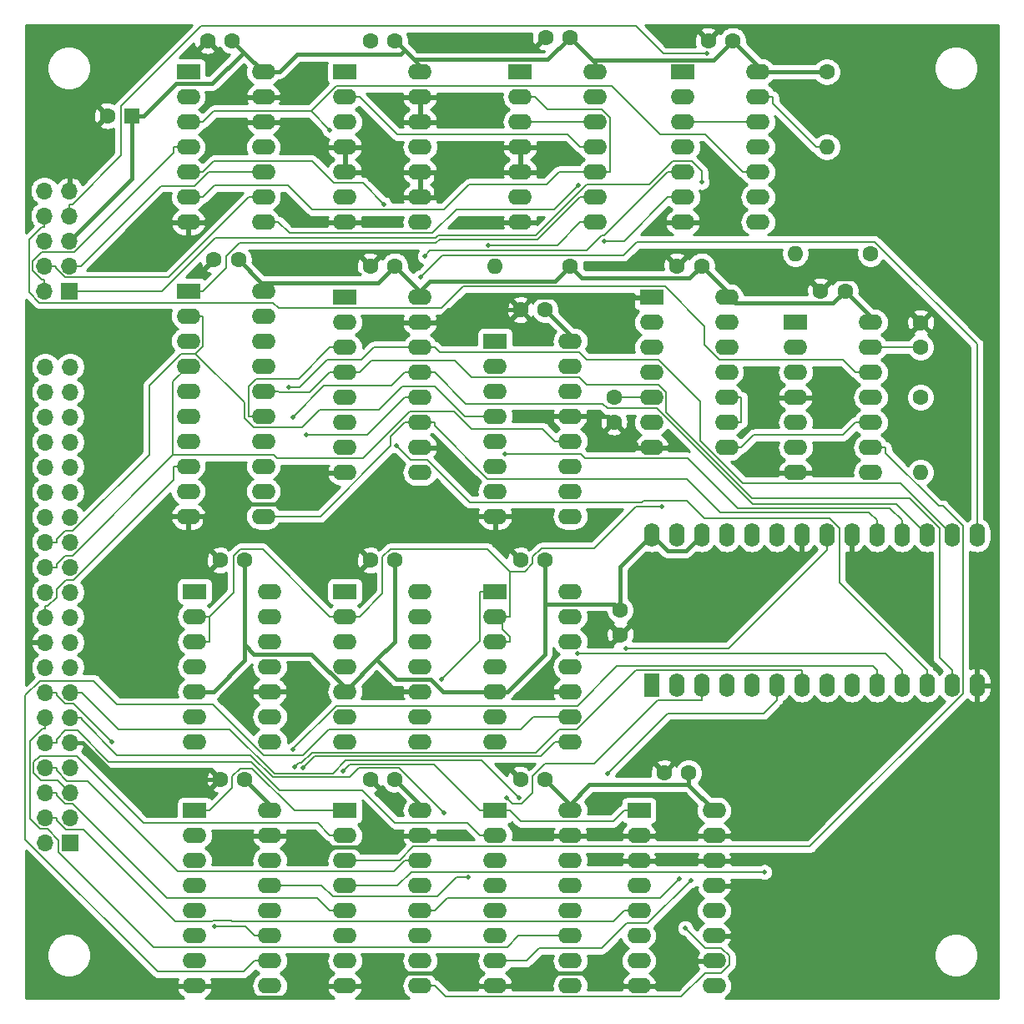
<source format=gtl>
G04 #@! TF.GenerationSoftware,KiCad,Pcbnew,(5.1.9)-1*
G04 #@! TF.CreationDate,2022-09-15T15:00:03+09:00*
G04 #@! TF.ProjectId,MZ-80B,4d5a2d38-3042-42e6-9b69-6361645f7063,rev?*
G04 #@! TF.SameCoordinates,PX53920b0PY93c3260*
G04 #@! TF.FileFunction,Copper,L1,Top*
G04 #@! TF.FilePolarity,Positive*
%FSLAX46Y46*%
G04 Gerber Fmt 4.6, Leading zero omitted, Abs format (unit mm)*
G04 Created by KiCad (PCBNEW (5.1.9)-1) date 2022-09-15 15:00:03*
%MOMM*%
%LPD*%
G01*
G04 APERTURE LIST*
G04 #@! TA.AperFunction,ComponentPad*
%ADD10C,1.600000*%
G04 #@! TD*
G04 #@! TA.AperFunction,ComponentPad*
%ADD11O,1.600000X1.600000*%
G04 #@! TD*
G04 #@! TA.AperFunction,ComponentPad*
%ADD12R,1.600000X2.400000*%
G04 #@! TD*
G04 #@! TA.AperFunction,ComponentPad*
%ADD13O,1.600000X2.400000*%
G04 #@! TD*
G04 #@! TA.AperFunction,ComponentPad*
%ADD14R,2.400000X1.600000*%
G04 #@! TD*
G04 #@! TA.AperFunction,ComponentPad*
%ADD15O,2.400000X1.600000*%
G04 #@! TD*
G04 #@! TA.AperFunction,ComponentPad*
%ADD16R,1.700000X1.700000*%
G04 #@! TD*
G04 #@! TA.AperFunction,ComponentPad*
%ADD17O,1.700000X1.700000*%
G04 #@! TD*
G04 #@! TA.AperFunction,ComponentPad*
%ADD18R,1.600000X1.600000*%
G04 #@! TD*
G04 #@! TA.AperFunction,ViaPad*
%ADD19C,0.500000*%
G04 #@! TD*
G04 #@! TA.AperFunction,Conductor*
%ADD20C,0.400000*%
G04 #@! TD*
G04 #@! TA.AperFunction,Conductor*
%ADD21C,0.200000*%
G04 #@! TD*
G04 #@! TA.AperFunction,Conductor*
%ADD22C,0.254000*%
G04 #@! TD*
G04 #@! TA.AperFunction,Conductor*
%ADD23C,0.100000*%
G04 #@! TD*
G04 APERTURE END LIST*
D10*
X60325000Y61595000D03*
X60325000Y59095000D03*
X91440000Y69175000D03*
X91440000Y66675000D03*
X91440000Y61595000D03*
D11*
X91440000Y53975000D03*
X78740000Y76200000D03*
D10*
X86360000Y76200000D03*
D11*
X48260000Y74930000D03*
D10*
X55880000Y74930000D03*
X81915000Y94615000D03*
D11*
X81915000Y86995000D03*
D12*
X64135000Y32385000D03*
D13*
X97155000Y47625000D03*
X66675000Y32385000D03*
X94615000Y47625000D03*
X69215000Y32385000D03*
X92075000Y47625000D03*
X71755000Y32385000D03*
X89535000Y47625000D03*
X74295000Y32385000D03*
X86995000Y47625000D03*
X76835000Y32385000D03*
X84455000Y47625000D03*
X79375000Y32385000D03*
X81915000Y47625000D03*
X81915000Y32385000D03*
X79375000Y47625000D03*
X84455000Y32385000D03*
X76835000Y47625000D03*
X86995000Y32385000D03*
X74295000Y47625000D03*
X89535000Y32385000D03*
X71755000Y47625000D03*
X92075000Y32385000D03*
X69215000Y47625000D03*
X94615000Y32385000D03*
X66675000Y47625000D03*
X97155000Y32385000D03*
X64135000Y47625000D03*
D14*
X17780000Y19685000D03*
D15*
X25400000Y1905000D03*
X17780000Y17145000D03*
X25400000Y4445000D03*
X17780000Y14605000D03*
X25400000Y6985000D03*
X17780000Y12065000D03*
X25400000Y9525000D03*
X17780000Y9525000D03*
X25400000Y12065000D03*
X17780000Y6985000D03*
X25400000Y14605000D03*
X17780000Y4445000D03*
X25400000Y17145000D03*
X17780000Y1905000D03*
X25400000Y19685000D03*
D14*
X33020000Y19685000D03*
D15*
X40640000Y1905000D03*
X33020000Y17145000D03*
X40640000Y4445000D03*
X33020000Y14605000D03*
X40640000Y6985000D03*
X33020000Y12065000D03*
X40640000Y9525000D03*
X33020000Y9525000D03*
X40640000Y12065000D03*
X33020000Y6985000D03*
X40640000Y14605000D03*
X33020000Y4445000D03*
X40640000Y17145000D03*
X33020000Y1905000D03*
X40640000Y19685000D03*
X55880000Y19685000D03*
X48260000Y1905000D03*
X55880000Y17145000D03*
X48260000Y4445000D03*
X55880000Y14605000D03*
X48260000Y6985000D03*
X55880000Y12065000D03*
X48260000Y9525000D03*
X55880000Y9525000D03*
X48260000Y12065000D03*
X55880000Y6985000D03*
X48260000Y14605000D03*
X55880000Y4445000D03*
X48260000Y17145000D03*
X55880000Y1905000D03*
D14*
X48260000Y19685000D03*
D15*
X70485000Y19685000D03*
X62865000Y1905000D03*
X70485000Y17145000D03*
X62865000Y4445000D03*
X70485000Y14605000D03*
X62865000Y6985000D03*
X70485000Y12065000D03*
X62865000Y9525000D03*
X70485000Y9525000D03*
X62865000Y12065000D03*
X70485000Y6985000D03*
X62865000Y14605000D03*
X70485000Y4445000D03*
X62865000Y17145000D03*
X70485000Y1905000D03*
D14*
X62865000Y19685000D03*
X17780000Y41910000D03*
D15*
X25400000Y26670000D03*
X17780000Y39370000D03*
X25400000Y29210000D03*
X17780000Y36830000D03*
X25400000Y31750000D03*
X17780000Y34290000D03*
X25400000Y34290000D03*
X17780000Y31750000D03*
X25400000Y36830000D03*
X17780000Y29210000D03*
X25400000Y39370000D03*
X17780000Y26670000D03*
X25400000Y41910000D03*
X40640000Y41910000D03*
X33020000Y26670000D03*
X40640000Y39370000D03*
X33020000Y29210000D03*
X40640000Y36830000D03*
X33020000Y31750000D03*
X40640000Y34290000D03*
X33020000Y34290000D03*
X40640000Y31750000D03*
X33020000Y36830000D03*
X40640000Y29210000D03*
X33020000Y39370000D03*
X40640000Y26670000D03*
D14*
X33020000Y41910000D03*
X48260000Y41910000D03*
D15*
X55880000Y26670000D03*
X48260000Y39370000D03*
X55880000Y29210000D03*
X48260000Y36830000D03*
X55880000Y31750000D03*
X48260000Y34290000D03*
X55880000Y34290000D03*
X48260000Y31750000D03*
X55880000Y36830000D03*
X48260000Y29210000D03*
X55880000Y39370000D03*
X48260000Y26670000D03*
X55880000Y41910000D03*
D14*
X17145000Y72390000D03*
D15*
X24765000Y49530000D03*
X17145000Y69850000D03*
X24765000Y52070000D03*
X17145000Y67310000D03*
X24765000Y54610000D03*
X17145000Y64770000D03*
X24765000Y57150000D03*
X17145000Y62230000D03*
X24765000Y59690000D03*
X17145000Y59690000D03*
X24765000Y62230000D03*
X17145000Y57150000D03*
X24765000Y64770000D03*
X17145000Y54610000D03*
X24765000Y67310000D03*
X17145000Y52070000D03*
X24765000Y69850000D03*
X17145000Y49530000D03*
X24765000Y72390000D03*
D14*
X64135000Y71755000D03*
D15*
X71755000Y56515000D03*
X64135000Y69215000D03*
X71755000Y59055000D03*
X64135000Y66675000D03*
X71755000Y61595000D03*
X64135000Y64135000D03*
X71755000Y64135000D03*
X64135000Y61595000D03*
X71755000Y66675000D03*
X64135000Y59055000D03*
X71755000Y69215000D03*
X64135000Y56515000D03*
X71755000Y71755000D03*
D14*
X78740000Y69215000D03*
D15*
X86360000Y53975000D03*
X78740000Y66675000D03*
X86360000Y56515000D03*
X78740000Y64135000D03*
X86360000Y59055000D03*
X78740000Y61595000D03*
X86360000Y61595000D03*
X78740000Y59055000D03*
X86360000Y64135000D03*
X78740000Y56515000D03*
X86360000Y66675000D03*
X78740000Y53975000D03*
X86360000Y69215000D03*
D14*
X17145000Y94615000D03*
D15*
X24765000Y79375000D03*
X17145000Y92075000D03*
X24765000Y81915000D03*
X17145000Y89535000D03*
X24765000Y84455000D03*
X17145000Y86995000D03*
X24765000Y86995000D03*
X17145000Y84455000D03*
X24765000Y89535000D03*
X17145000Y81915000D03*
X24765000Y92075000D03*
X17145000Y79375000D03*
X24765000Y94615000D03*
X40640000Y94615000D03*
X33020000Y79375000D03*
X40640000Y92075000D03*
X33020000Y81915000D03*
X40640000Y89535000D03*
X33020000Y84455000D03*
X40640000Y86995000D03*
X33020000Y86995000D03*
X40640000Y84455000D03*
X33020000Y89535000D03*
X40640000Y81915000D03*
X33020000Y92075000D03*
X40640000Y79375000D03*
D14*
X33020000Y94615000D03*
D15*
X58420000Y94615000D03*
X50800000Y79375000D03*
X58420000Y92075000D03*
X50800000Y81915000D03*
X58420000Y89535000D03*
X50800000Y84455000D03*
X58420000Y86995000D03*
X50800000Y86995000D03*
X58420000Y84455000D03*
X50800000Y89535000D03*
X58420000Y81915000D03*
X50800000Y92075000D03*
X58420000Y79375000D03*
D14*
X50800000Y94615000D03*
D15*
X74930000Y94615000D03*
X67310000Y79375000D03*
X74930000Y92075000D03*
X67310000Y81915000D03*
X74930000Y89535000D03*
X67310000Y84455000D03*
X74930000Y86995000D03*
X67310000Y86995000D03*
X74930000Y84455000D03*
X67310000Y89535000D03*
X74930000Y81915000D03*
X67310000Y92075000D03*
X74930000Y79375000D03*
D14*
X67310000Y94615000D03*
D10*
X22860000Y22860000D03*
X20360000Y22860000D03*
X50840000Y22860000D03*
X53340000Y22860000D03*
X50840000Y70485000D03*
X53340000Y70485000D03*
X83780000Y72390000D03*
X81280000Y72390000D03*
X22225000Y75565000D03*
X19725000Y75565000D03*
X38100000Y22860000D03*
X35600000Y22860000D03*
X19090000Y97790000D03*
X21590000Y97790000D03*
X50840000Y45085000D03*
X53340000Y45085000D03*
X69215000Y74930000D03*
X66715000Y74930000D03*
X65405000Y23495000D03*
X67905000Y23495000D03*
X53380000Y98130000D03*
X55880000Y98130000D03*
X38100000Y45085000D03*
X35600000Y45085000D03*
X35600000Y97790000D03*
X38100000Y97790000D03*
X72390000Y97790000D03*
X69890000Y97790000D03*
X20360000Y45085000D03*
X22860000Y45085000D03*
X60960000Y40005000D03*
X60960000Y37505000D03*
X38100000Y74930000D03*
X35600000Y74930000D03*
D16*
X5160000Y16430000D03*
D17*
X2620000Y16430000D03*
X5160000Y18970000D03*
X2620000Y18970000D03*
X5160000Y21510000D03*
X2620000Y21510000D03*
X5160000Y24050000D03*
X2620000Y24050000D03*
X5160000Y26590000D03*
X2620000Y26590000D03*
X5160000Y29130000D03*
X2620000Y29130000D03*
X5160000Y31670000D03*
X2620000Y31670000D03*
X5160000Y34210000D03*
X2620000Y34210000D03*
X5160000Y36750000D03*
X2620000Y36750000D03*
X5160000Y39290000D03*
X2620000Y39290000D03*
X5160000Y41830000D03*
X2620000Y41830000D03*
X5160000Y44370000D03*
X2620000Y44370000D03*
X5160000Y46910000D03*
X2620000Y46910000D03*
X5160000Y49450000D03*
X2620000Y49450000D03*
X5160000Y51990000D03*
X2620000Y51990000D03*
X5160000Y54530000D03*
X2620000Y54530000D03*
X5160000Y57070000D03*
X2620000Y57070000D03*
X5160000Y59610000D03*
X2620000Y59610000D03*
X5160000Y62150000D03*
X2620000Y62150000D03*
X5160000Y64690000D03*
X2620000Y64690000D03*
D16*
X5080000Y72390000D03*
D17*
X2540000Y72390000D03*
X5080000Y74930000D03*
X2540000Y74930000D03*
X5080000Y77470000D03*
X2540000Y77470000D03*
X5080000Y80010000D03*
X2540000Y80010000D03*
X5080000Y82550000D03*
X2540000Y82550000D03*
D18*
X11430000Y90170000D03*
D10*
X8930000Y90170000D03*
D14*
X33020000Y71755000D03*
D15*
X40640000Y53975000D03*
X33020000Y69215000D03*
X40640000Y56515000D03*
X33020000Y66675000D03*
X40640000Y59055000D03*
X33020000Y64135000D03*
X40640000Y61595000D03*
X33020000Y61595000D03*
X40640000Y64135000D03*
X33020000Y59055000D03*
X40640000Y66675000D03*
X33020000Y56515000D03*
X40640000Y69215000D03*
X33020000Y53975000D03*
X40640000Y71755000D03*
X55880000Y67310000D03*
X48260000Y49530000D03*
X55880000Y64770000D03*
X48260000Y52070000D03*
X55880000Y62230000D03*
X48260000Y54610000D03*
X55880000Y59690000D03*
X48260000Y57150000D03*
X55880000Y57150000D03*
X48260000Y59690000D03*
X55880000Y54610000D03*
X48260000Y62230000D03*
X55880000Y52070000D03*
X48260000Y64770000D03*
X55880000Y49530000D03*
D14*
X48260000Y67310000D03*
D19*
X38245800Y56694000D03*
X59653900Y23417300D03*
X19833200Y7933400D03*
X9346600Y26660100D03*
X50739900Y20933900D03*
X43066200Y19456800D03*
X69238500Y83435600D03*
X69787200Y96466500D03*
X40684300Y73805100D03*
X27339100Y62634100D03*
X49427400Y20961100D03*
X27745300Y59601600D03*
X68109600Y12592700D03*
X49266200Y55802000D03*
X29131300Y57785000D03*
X27915800Y24092400D03*
X61508900Y36149600D03*
X75565000Y13429000D03*
X27776200Y25866800D03*
X67553900Y7756000D03*
X56596000Y35578500D03*
X66998300Y12762100D03*
X28787900Y23987800D03*
X45550900Y12875700D03*
X42861500Y32986700D03*
X32815200Y23669400D03*
X65220200Y50550200D03*
X59319200Y77452900D03*
X41139400Y75943100D03*
X31519700Y88682300D03*
X56722600Y83111200D03*
X36993600Y81193500D03*
X47558000Y77038200D03*
D20*
X24765000Y94615000D02*
X26365300Y94615000D01*
X39065600Y96824400D02*
X38659800Y96418600D01*
X38659800Y96418600D02*
X28168900Y96418600D01*
X28168900Y96418600D02*
X26365300Y94615000D01*
X39065600Y96824400D02*
X40031200Y95858800D01*
X38100000Y97790000D02*
X39065600Y96824400D01*
X22775800Y96604200D02*
X24765000Y94615000D01*
X36267700Y34997700D02*
X38245400Y33020000D01*
X38245400Y33020000D02*
X41723500Y33020000D01*
X41723500Y33020000D02*
X42993500Y31750000D01*
X42993500Y31750000D02*
X46659700Y31750000D01*
X55880000Y74930000D02*
X54305800Y73355800D01*
X54305800Y73355800D02*
X41605800Y73355800D01*
X41605800Y73355800D02*
X40640000Y72390000D01*
X40640000Y72390000D02*
X40640000Y71755000D01*
X38100000Y74930000D02*
X40640000Y72390000D01*
X55880000Y74930000D02*
X57082100Y73727900D01*
X57082100Y73727900D02*
X68012900Y73727900D01*
X68012900Y73727900D02*
X69215000Y74930000D01*
X24550000Y73240000D02*
X36410000Y73240000D01*
X36410000Y73240000D02*
X38100000Y74930000D01*
X24550000Y73240000D02*
X24765000Y73025000D01*
X24765000Y73025000D02*
X24765000Y72390000D01*
X22225000Y75565000D02*
X24550000Y73240000D01*
X53340000Y40640000D02*
X60325000Y40640000D01*
X60325000Y40640000D02*
X60960000Y40005000D01*
X48260000Y32193000D02*
X48260000Y31750000D01*
X53340000Y45085000D02*
X53340000Y40640000D01*
X58193800Y95816200D02*
X70416200Y95816200D01*
X70416200Y95816200D02*
X72390000Y97790000D01*
X58193800Y95816200D02*
X58420000Y95590000D01*
X58420000Y95590000D02*
X58420000Y94615000D01*
X55880000Y98130000D02*
X58193800Y95816200D01*
X48260000Y31750000D02*
X46659700Y31750000D01*
X36267700Y34997700D02*
X33236800Y31966800D01*
X38100000Y45085000D02*
X38100000Y36830000D01*
X38100000Y36830000D02*
X36267700Y34997700D01*
X17780000Y32193000D02*
X17780000Y31750000D01*
X33236800Y31966800D02*
X33020000Y31750000D01*
X11430000Y90170000D02*
X12630300Y90170000D01*
X22775800Y96604200D02*
X19586200Y93414600D01*
X19586200Y93414600D02*
X15874900Y93414600D01*
X15874900Y93414600D02*
X12630300Y90170000D01*
X21590000Y97790000D02*
X22775800Y96604200D01*
X71755000Y72072500D02*
X72647000Y71180500D01*
X72647000Y71180500D02*
X82570500Y71180500D01*
X82570500Y71180500D02*
X83780000Y72390000D01*
X71755000Y72072500D02*
X71755000Y71755000D01*
X69215000Y74930000D02*
X71755000Y72390000D01*
X71755000Y72390000D02*
X71755000Y72072500D01*
X81915000Y94615000D02*
X74930000Y94615000D01*
X67905000Y22294600D02*
X57854600Y22294600D01*
X57854600Y22294600D02*
X55880000Y20320000D01*
X40031200Y95858800D02*
X53608800Y95858800D01*
X53608800Y95858800D02*
X55880000Y98130000D01*
X40031200Y95858800D02*
X40640000Y95250000D01*
X40640000Y95250000D02*
X40640000Y94615000D01*
X72390000Y97790000D02*
X74930000Y95250000D01*
X74930000Y95250000D02*
X74930000Y94615000D01*
X55880000Y20320000D02*
X55880000Y19685000D01*
X53340000Y22860000D02*
X55880000Y20320000D01*
X67905000Y22294600D02*
X67905000Y22265000D01*
X67905000Y22265000D02*
X70485000Y19685000D01*
X67905000Y23495000D02*
X67905000Y22294600D01*
X11430000Y90170000D02*
X11430000Y83820000D01*
X11430000Y83820000D02*
X5080000Y77470000D01*
X38100000Y22860000D02*
X40640000Y20320000D01*
X40640000Y20320000D02*
X40640000Y19685000D01*
X22860000Y22860000D02*
X25400000Y20320000D01*
X25400000Y20320000D02*
X25400000Y19685000D01*
X64135000Y47625000D02*
X65735000Y46025000D01*
X65735000Y46025000D02*
X67615000Y46025000D01*
X67615000Y46025000D02*
X69215000Y47625000D01*
X60960000Y40005000D02*
X60960000Y44450000D01*
X60960000Y44450000D02*
X64135000Y47625000D01*
X83780000Y72390000D02*
X86360000Y69810000D01*
X86360000Y69810000D02*
X86360000Y69215000D01*
X53340000Y70485000D02*
X55880000Y67945000D01*
X55880000Y67945000D02*
X55880000Y67310000D01*
X49530000Y31750000D02*
X48260000Y31750000D01*
X53340000Y35560000D02*
X49530000Y31750000D01*
X53340000Y40640000D02*
X53340000Y35560000D01*
X29643600Y35560000D02*
X33236800Y31966800D01*
X23799600Y35560000D02*
X29643600Y35560000D01*
X22860000Y36499600D02*
X23799600Y35560000D01*
X22860000Y45085000D02*
X22860000Y36499600D01*
X22860000Y36499600D02*
X22860000Y34925000D01*
X19685000Y31750000D02*
X17780000Y31750000D01*
X22860000Y34925000D02*
X19685000Y31750000D01*
X81280000Y72390000D02*
X82507400Y73617400D01*
X82507400Y73617400D02*
X86997600Y73617400D01*
X86997600Y73617400D02*
X91440000Y69175000D01*
X33020000Y1905000D02*
X31419700Y1905000D01*
X31419700Y1905000D02*
X30205400Y690700D01*
X30205400Y690700D02*
X20594600Y690700D01*
X20594600Y690700D02*
X19380300Y1905000D01*
X33820200Y1905000D02*
X33020000Y1905000D01*
X17780000Y1905000D02*
X19380300Y1905000D01*
X33020000Y86995000D02*
X31419700Y86995000D01*
X26365300Y89535000D02*
X28905300Y86995000D01*
X28905300Y86995000D02*
X31419700Y86995000D01*
X50800000Y84455000D02*
X42240300Y84455000D01*
X40640000Y84455000D02*
X42240300Y84455000D01*
X40640000Y81915000D02*
X42240300Y81915000D01*
X42240300Y81915000D02*
X42240300Y84455000D01*
X5160000Y26590000D02*
X6410300Y26590000D01*
X20360000Y22860000D02*
X10140300Y22860000D01*
X10140300Y22860000D02*
X6410300Y26590000D01*
X62865000Y1905000D02*
X64465300Y1905000D01*
X70485000Y4445000D02*
X67005300Y4445000D01*
X67005300Y4445000D02*
X64465300Y1905000D01*
X24765000Y89535000D02*
X26365300Y89535000D01*
X64135000Y71755000D02*
X62534700Y71755000D01*
X62534700Y71755000D02*
X52110000Y71755000D01*
X52110000Y71755000D02*
X50840000Y70485000D01*
X40640000Y69215000D02*
X42240300Y69215000D01*
X50840000Y70485000D02*
X43510300Y70485000D01*
X43510300Y70485000D02*
X42240300Y69215000D01*
X33020000Y53975000D02*
X31419700Y53975000D01*
X31419700Y53975000D02*
X28244700Y50800000D01*
X28244700Y50800000D02*
X20015300Y50800000D01*
X20015300Y50800000D02*
X18745300Y49530000D01*
X17145000Y49530000D02*
X18745300Y49530000D01*
X20360000Y45085000D02*
X18745300Y46699700D01*
X18745300Y46699700D02*
X18745300Y49530000D01*
X48260000Y1905000D02*
X49860300Y1905000D01*
X62865000Y1905000D02*
X61264700Y1905000D01*
X61264700Y1905000D02*
X59994800Y3174900D01*
X59994800Y3174900D02*
X51130200Y3174900D01*
X51130200Y3174900D02*
X49860300Y1905000D01*
X27000300Y17145000D02*
X28221300Y15924000D01*
X28221300Y15924000D02*
X37818700Y15924000D01*
X37818700Y15924000D02*
X39039700Y17145000D01*
X25400000Y17145000D02*
X27000300Y17145000D01*
X40640000Y17145000D02*
X39039700Y17145000D01*
X33820200Y1905000D02*
X34620300Y1905000D01*
X48260000Y1905000D02*
X46659700Y1905000D01*
X46659700Y1905000D02*
X45389800Y3174900D01*
X45389800Y3174900D02*
X35890200Y3174900D01*
X35890200Y3174900D02*
X34620300Y1905000D01*
X70485000Y17145000D02*
X62865000Y17145000D01*
X62865000Y17145000D02*
X55880000Y17145000D01*
X55880000Y59690000D02*
X59730000Y59690000D01*
X59730000Y59690000D02*
X60325000Y59095000D01*
X64135000Y56515000D02*
X62534700Y56515000D01*
X62534700Y56515000D02*
X62534700Y56885300D01*
X62534700Y56885300D02*
X60325000Y59095000D01*
D21*
X92075000Y32385000D02*
X92075000Y33885300D01*
X38245800Y56694000D02*
X39694800Y55245000D01*
X39694800Y55245000D02*
X41385200Y55245000D01*
X41385200Y55245000D02*
X45679600Y50950600D01*
X45679600Y50950600D02*
X63176000Y50950600D01*
X63176000Y50950600D02*
X63327400Y51102000D01*
X63327400Y51102000D02*
X67738200Y51102000D01*
X67738200Y51102000D02*
X69542700Y49297500D01*
X69542700Y49297500D02*
X82229200Y49297500D01*
X82229200Y49297500D02*
X83185000Y48341700D01*
X83185000Y48341700D02*
X83185000Y42775300D01*
X83185000Y42775300D02*
X92075000Y33885300D01*
X76835000Y32385000D02*
X76835000Y30884700D01*
X59653900Y23417300D02*
X65774100Y29537500D01*
X65774100Y29537500D02*
X75487800Y29537500D01*
X75487800Y29537500D02*
X76835000Y30884700D01*
X17881100Y66040000D02*
X22854300Y61066800D01*
X22854300Y61066800D02*
X22854300Y59495300D01*
X22854300Y59495300D02*
X23796700Y58552900D01*
X23796700Y58552900D02*
X28712000Y58552900D01*
X28712000Y58552900D02*
X30484100Y60325000D01*
X30484100Y60325000D02*
X36454500Y60325000D01*
X36454500Y60325000D02*
X38872200Y62742700D01*
X38872200Y62742700D02*
X42118000Y62742700D01*
X42118000Y62742700D02*
X45170700Y59690000D01*
X45170700Y59690000D02*
X48260000Y59690000D01*
X3770300Y46910000D02*
X3770300Y47197700D01*
X3770300Y47197700D02*
X4632900Y48060300D01*
X4632900Y48060300D02*
X5434300Y48060300D01*
X5434300Y48060300D02*
X13171600Y55797600D01*
X13171600Y55797600D02*
X13171600Y62819300D01*
X13171600Y62819300D02*
X16392300Y66040000D01*
X16392300Y66040000D02*
X17881100Y66040000D01*
X17881100Y66040000D02*
X18645300Y66804200D01*
X18645300Y66804200D02*
X18645300Y69850000D01*
X2620000Y46910000D02*
X3770300Y46910000D01*
X17145000Y69850000D02*
X18645300Y69850000D01*
X15608100Y55722000D02*
X15608100Y63233100D01*
X15608100Y63233100D02*
X17145000Y64770000D01*
X3770300Y44370000D02*
X3770300Y44657700D01*
X3770300Y44657700D02*
X4632900Y45520300D01*
X4632900Y45520300D02*
X5406400Y45520300D01*
X5406400Y45520300D02*
X15608100Y55722000D01*
X15608100Y55722000D02*
X25853200Y55722000D01*
X25853200Y55722000D02*
X26161800Y55413400D01*
X26161800Y55413400D02*
X34874000Y55413400D01*
X34874000Y55413400D02*
X39655300Y60194700D01*
X39655300Y60194700D02*
X44099700Y60194700D01*
X44099700Y60194700D02*
X45874400Y58420000D01*
X45874400Y58420000D02*
X53109700Y58420000D01*
X53109700Y58420000D02*
X54379700Y57150000D01*
X55880000Y57150000D02*
X54379700Y57150000D01*
X2620000Y44370000D02*
X3770300Y44370000D01*
X17145000Y54610000D02*
X15644700Y54610000D01*
X2620000Y39290000D02*
X2620000Y40440300D01*
X2620000Y40440300D02*
X2907700Y40440300D01*
X2907700Y40440300D02*
X3770300Y41302900D01*
X3770300Y41302900D02*
X3770300Y42128800D01*
X3770300Y42128800D02*
X4741500Y43100000D01*
X4741500Y43100000D02*
X5523300Y43100000D01*
X5523300Y43100000D02*
X15644700Y53221400D01*
X15644700Y53221400D02*
X15644700Y54610000D01*
X39139700Y14605000D02*
X38020100Y13485400D01*
X38020100Y13485400D02*
X16095400Y13485400D01*
X16095400Y13485400D02*
X6904600Y22676200D01*
X6904600Y22676200D02*
X4856400Y22676200D01*
X4856400Y22676200D02*
X3770300Y23762300D01*
X3770300Y23762300D02*
X3770300Y24050000D01*
X2620000Y24050000D02*
X3770300Y24050000D01*
X40640000Y14605000D02*
X39139700Y14605000D01*
X25400000Y6985000D02*
X23899700Y6985000D01*
X19833200Y7933400D02*
X22951300Y7933400D01*
X22951300Y7933400D02*
X23899700Y6985000D01*
X3770300Y21510000D02*
X3770300Y21222300D01*
X3770300Y21222300D02*
X4632900Y20359700D01*
X4632900Y20359700D02*
X5406300Y20359700D01*
X5406300Y20359700D02*
X14952000Y10814000D01*
X14952000Y10814000D02*
X30230700Y10814000D01*
X30230700Y10814000D02*
X31519700Y9525000D01*
X33020000Y9525000D02*
X31519700Y9525000D01*
X2620000Y21510000D02*
X3770300Y21510000D01*
X2620000Y31670000D02*
X3770300Y31670000D01*
X3770300Y31670000D02*
X3770300Y31382300D01*
X3770300Y31382300D02*
X4632900Y30519700D01*
X4632900Y30519700D02*
X5487000Y30519700D01*
X5487000Y30519700D02*
X9346600Y26660100D01*
X33020000Y17145000D02*
X31519700Y17145000D01*
X5160000Y21510000D02*
X3890000Y22780000D01*
X3890000Y22780000D02*
X2198300Y22780000D01*
X2198300Y22780000D02*
X1463700Y23514600D01*
X1463700Y23514600D02*
X1463700Y24568200D01*
X1463700Y24568200D02*
X2121500Y25226000D01*
X2121500Y25226000D02*
X5793600Y25226000D01*
X5793600Y25226000D02*
X12635000Y18384600D01*
X12635000Y18384600D02*
X30280100Y18384600D01*
X30280100Y18384600D02*
X31519700Y17145000D01*
X6310300Y31670000D02*
X10040300Y27940000D01*
X10040300Y27940000D02*
X21356200Y27940000D01*
X21356200Y27940000D02*
X25858700Y23437500D01*
X25858700Y23437500D02*
X31805100Y23437500D01*
X31805100Y23437500D02*
X33135700Y24768100D01*
X33135700Y24768100D02*
X46905700Y24768100D01*
X46905700Y24768100D02*
X50739900Y20933900D01*
X5160000Y31670000D02*
X6310300Y31670000D01*
X61364700Y9525000D02*
X60254400Y8414700D01*
X60254400Y8414700D02*
X21622700Y8414700D01*
X21622700Y8414700D02*
X21553700Y8483700D01*
X21553700Y8483700D02*
X19605300Y8483700D01*
X19605300Y8483700D02*
X19536200Y8414600D01*
X19536200Y8414600D02*
X15808700Y8414600D01*
X15808700Y8414600D02*
X6476300Y17747000D01*
X6476300Y17747000D02*
X4705600Y17747000D01*
X4705600Y17747000D02*
X3770300Y18682300D01*
X3770300Y18682300D02*
X3770300Y18970000D01*
X62865000Y9525000D02*
X61364700Y9525000D01*
X2620000Y18970000D02*
X3770300Y18970000D01*
X55880000Y6985000D02*
X50630000Y6985000D01*
X50630000Y6985000D02*
X49489400Y5844400D01*
X49489400Y5844400D02*
X13613100Y5844400D01*
X13613100Y5844400D02*
X4009600Y15447900D01*
X4009600Y15447900D02*
X4009600Y16676600D01*
X4009600Y16676600D02*
X2866600Y17819600D01*
X2866600Y17819600D02*
X2069000Y17819600D01*
X2069000Y17819600D02*
X1063300Y18825300D01*
X1063300Y18825300D02*
X1063300Y26710600D01*
X1063300Y26710600D02*
X2332400Y27979700D01*
X2332400Y27979700D02*
X2620000Y27979700D01*
X2620000Y29130000D02*
X2620000Y27979700D01*
X6310300Y29130000D02*
X6310300Y28895200D01*
X6310300Y28895200D02*
X9911700Y25293800D01*
X9911700Y25293800D02*
X23436300Y25293800D01*
X23436300Y25293800D02*
X25692900Y23037200D01*
X25692900Y23037200D02*
X33518300Y23037200D01*
X33518300Y23037200D02*
X34448500Y23967400D01*
X34448500Y23967400D02*
X38555600Y23967400D01*
X38555600Y23967400D02*
X43066200Y19456800D01*
X5160000Y29130000D02*
X6310300Y29130000D01*
X48260000Y17145000D02*
X46759700Y17145000D01*
X2620000Y26590000D02*
X3770300Y26590000D01*
X3770300Y26590000D02*
X3770300Y26877600D01*
X3770300Y26877600D02*
X4673300Y27780600D01*
X4673300Y27780600D02*
X5927500Y27780600D01*
X5927500Y27780600D02*
X9079100Y24629000D01*
X9079100Y24629000D02*
X23535000Y24629000D01*
X23535000Y24629000D02*
X26404400Y21759600D01*
X26404400Y21759600D02*
X34776300Y21759600D01*
X34776300Y21759600D02*
X38120900Y18415000D01*
X38120900Y18415000D02*
X45489700Y18415000D01*
X45489700Y18415000D02*
X46759700Y17145000D01*
X18645300Y72390000D02*
X20975000Y74719700D01*
X20975000Y74719700D02*
X20975000Y75871600D01*
X20975000Y75871600D02*
X22341800Y77238400D01*
X22341800Y77238400D02*
X42271900Y77238400D01*
X42271900Y77238400D02*
X42622000Y77588500D01*
X42622000Y77588500D02*
X52593200Y77588500D01*
X52593200Y77588500D02*
X56919700Y81915000D01*
X58420000Y81915000D02*
X56919700Y81915000D01*
X17145000Y72390000D02*
X18645300Y72390000D01*
X64135000Y61595000D02*
X60325000Y61595000D01*
X86360000Y66675000D02*
X91440000Y66675000D01*
X5080000Y72390000D02*
X14449600Y72390000D01*
X14449600Y72390000D02*
X19873500Y77813900D01*
X19873500Y77813900D02*
X42281300Y77813900D01*
X42281300Y77813900D02*
X42506400Y78039000D01*
X42506400Y78039000D02*
X52428700Y78039000D01*
X52428700Y78039000D02*
X57574600Y83184900D01*
X57574600Y83184900D02*
X57574600Y83185000D01*
X57574600Y83185000D02*
X63933800Y83185000D01*
X63933800Y83185000D02*
X66306900Y85558100D01*
X66306900Y85558100D02*
X68203000Y85558100D01*
X68203000Y85558100D02*
X69238500Y84522600D01*
X69238500Y84522600D02*
X69238500Y83435600D01*
X17145000Y86995000D02*
X15644700Y86995000D01*
X2540000Y72390000D02*
X2540000Y73540300D01*
X2540000Y73540300D02*
X2269300Y73540300D01*
X2269300Y73540300D02*
X1371900Y74437700D01*
X1371900Y74437700D02*
X1371900Y75435300D01*
X1371900Y75435300D02*
X2255000Y76318400D01*
X2255000Y76318400D02*
X5595600Y76318400D01*
X5595600Y76318400D02*
X15644700Y86367500D01*
X15644700Y86367500D02*
X15644700Y86995000D01*
X5080000Y74930000D02*
X6230300Y74930000D01*
X6230300Y74930000D02*
X14343700Y83043400D01*
X14343700Y83043400D02*
X17800000Y83043400D01*
X17800000Y83043400D02*
X19211600Y84455000D01*
X19211600Y84455000D02*
X24765000Y84455000D01*
X23264700Y81915000D02*
X15107400Y73757700D01*
X15107400Y73757700D02*
X4624200Y73757700D01*
X4624200Y73757700D02*
X3690300Y74691600D01*
X3690300Y74691600D02*
X3690300Y74930000D01*
X2540000Y74930000D02*
X3690300Y74930000D01*
X24765000Y81915000D02*
X23264700Y81915000D01*
X5080000Y80010000D02*
X5080000Y81160300D01*
X5080000Y81160300D02*
X5367600Y81160300D01*
X5367600Y81160300D02*
X10321700Y86114400D01*
X10321700Y86114400D02*
X10321700Y91134400D01*
X10321700Y91134400D02*
X18450000Y99262700D01*
X18450000Y99262700D02*
X62534900Y99262700D01*
X62534900Y99262700D02*
X65331100Y96466500D01*
X65331100Y96466500D02*
X69787200Y96466500D01*
X2540000Y78859700D02*
X2252400Y78859700D01*
X2252400Y78859700D02*
X971600Y77578900D01*
X971600Y77578900D02*
X971600Y72273200D01*
X971600Y72273200D02*
X2053800Y71191000D01*
X2053800Y71191000D02*
X25729000Y71191000D01*
X25729000Y71191000D02*
X26285600Y70634400D01*
X26285600Y70634400D02*
X42814700Y70634400D01*
X42814700Y70634400D02*
X45035700Y72855400D01*
X45035700Y72855400D02*
X65509300Y72855400D01*
X65509300Y72855400D02*
X69533000Y68831700D01*
X69533000Y68831700D02*
X69533000Y66904100D01*
X69533000Y66904100D02*
X71032100Y65405000D01*
X71032100Y65405000D02*
X83589700Y65405000D01*
X83589700Y65405000D02*
X84859700Y64135000D01*
X86360000Y64135000D02*
X84859700Y64135000D01*
X2540000Y80010000D02*
X2540000Y78859700D01*
X74930000Y92075000D02*
X76430300Y92075000D01*
X81915000Y86995000D02*
X80814700Y86995000D01*
X76430300Y92075000D02*
X76430300Y91379400D01*
X76430300Y91379400D02*
X80814700Y86995000D01*
X24765000Y59690000D02*
X23264700Y59690000D01*
X40684300Y73805100D02*
X42914800Y76035600D01*
X42914800Y76035600D02*
X61314300Y76035600D01*
X61314300Y76035600D02*
X62636800Y77358100D01*
X62636800Y77358100D02*
X86798400Y77358100D01*
X86798400Y77358100D02*
X97155000Y67001500D01*
X97155000Y67001500D02*
X97155000Y47625000D01*
X33020000Y66675000D02*
X31519700Y66675000D01*
X23264700Y59690000D02*
X23264700Y62693200D01*
X23264700Y62693200D02*
X24071500Y63500000D01*
X24071500Y63500000D02*
X28344700Y63500000D01*
X28344700Y63500000D02*
X31519700Y66675000D01*
X40640000Y66675000D02*
X42140300Y66675000D01*
X42140300Y66675000D02*
X42633600Y66181700D01*
X42633600Y66181700D02*
X56773300Y66181700D01*
X56773300Y66181700D02*
X57550000Y65405000D01*
X57550000Y65405000D02*
X64824800Y65405000D01*
X64824800Y65405000D02*
X69087600Y61142200D01*
X69087600Y61142200D02*
X69087600Y57200600D01*
X69087600Y57200600D02*
X73413600Y52874600D01*
X73413600Y52874600D02*
X89365400Y52874600D01*
X89365400Y52874600D02*
X94615000Y47625000D01*
X27339100Y62634100D02*
X28476300Y62634100D01*
X28476300Y62634100D02*
X31247200Y65405000D01*
X31247200Y65405000D02*
X34665500Y65405000D01*
X34665500Y65405000D02*
X35935500Y66675000D01*
X35935500Y66675000D02*
X40640000Y66675000D01*
X49427400Y20961100D02*
X50033600Y20354900D01*
X50033600Y20354900D02*
X50948100Y20354900D01*
X50948100Y20354900D02*
X52090000Y21496800D01*
X52090000Y21496800D02*
X52090000Y23174300D01*
X52090000Y23174300D02*
X53306500Y24390800D01*
X53306500Y24390800D02*
X58286000Y24390800D01*
X58286000Y24390800D02*
X64779900Y30884700D01*
X64779900Y30884700D02*
X69215000Y30884700D01*
X69215000Y32385000D02*
X69215000Y30884700D01*
X42140300Y64135000D02*
X45315300Y60960000D01*
X45315300Y60960000D02*
X59167800Y60960000D01*
X59167800Y60960000D02*
X59661100Y60466700D01*
X59661100Y60466700D02*
X64688700Y60466700D01*
X64688700Y60466700D02*
X74428900Y50726500D01*
X74428900Y50726500D02*
X88973500Y50726500D01*
X88973500Y50726500D02*
X92075000Y47625000D01*
X27745300Y59601600D02*
X30917800Y62774100D01*
X30917800Y62774100D02*
X37778800Y62774100D01*
X37778800Y62774100D02*
X39139700Y64135000D01*
X40640000Y64135000D02*
X39139700Y64135000D01*
X40640000Y64135000D02*
X42140300Y64135000D01*
X48260000Y4445000D02*
X51494200Y4445000D01*
X51494200Y4445000D02*
X52764200Y5715000D01*
X52764200Y5715000D02*
X59098100Y5715000D01*
X59098100Y5715000D02*
X61638100Y8255000D01*
X61638100Y8255000D02*
X63771900Y8255000D01*
X63771900Y8255000D02*
X68109600Y12592700D01*
X49266200Y55802000D02*
X56993000Y55802000D01*
X56993000Y55802000D02*
X57380400Y55414600D01*
X57380400Y55414600D02*
X67806100Y55414600D01*
X67806100Y55414600D02*
X72894500Y50326200D01*
X72894500Y50326200D02*
X88334100Y50326200D01*
X88334100Y50326200D02*
X89535000Y49125300D01*
X39139700Y61595000D02*
X35329700Y57785000D01*
X35329700Y57785000D02*
X29131300Y57785000D01*
X89535000Y47625000D02*
X89535000Y49125300D01*
X40640000Y61595000D02*
X39139700Y61595000D01*
X86995000Y49125300D02*
X86194500Y49925800D01*
X86194500Y49925800D02*
X71119600Y49925800D01*
X71119600Y49925800D02*
X67705400Y53340000D01*
X67705400Y53340000D02*
X47480200Y53340000D01*
X47480200Y53340000D02*
X42140300Y58679900D01*
X42140300Y58679900D02*
X42140300Y59055000D01*
X39139700Y59055000D02*
X37695500Y57610800D01*
X37695500Y57610800D02*
X37695500Y56673100D01*
X37695500Y56673100D02*
X30552400Y49530000D01*
X30552400Y49530000D02*
X24765000Y49530000D01*
X86995000Y47625000D02*
X86995000Y49125300D01*
X40640000Y59055000D02*
X42140300Y59055000D01*
X40206500Y59055000D02*
X40640000Y59055000D01*
X40206500Y59055000D02*
X39139700Y59055000D01*
X79375000Y33885300D02*
X62524100Y33885300D01*
X62524100Y33885300D02*
X56579000Y27940200D01*
X56579000Y27940200D02*
X54780200Y27940200D01*
X54780200Y27940200D02*
X52408700Y25568700D01*
X52408700Y25568700D02*
X29674600Y25568700D01*
X29674600Y25568700D02*
X28644000Y24538100D01*
X28644000Y24538100D02*
X28361500Y24538100D01*
X28361500Y24538100D02*
X27915800Y24092400D01*
X79375000Y32385000D02*
X79375000Y33885300D01*
X81915000Y47625000D02*
X81915000Y46124700D01*
X61508900Y36149600D02*
X71939900Y36149600D01*
X71939900Y36149600D02*
X81915000Y46124700D01*
X33020000Y12065000D02*
X38384800Y12065000D01*
X38384800Y12065000D02*
X39748800Y13429000D01*
X39748800Y13429000D02*
X75565000Y13429000D01*
X86995000Y33885300D02*
X86577500Y34302800D01*
X86577500Y34302800D02*
X60637800Y34302800D01*
X60637800Y34302800D02*
X56645400Y30310400D01*
X56645400Y30310400D02*
X32140200Y30310400D01*
X32140200Y30310400D02*
X27776200Y25946400D01*
X27776200Y25946400D02*
X27776200Y25866800D01*
X86995000Y32385000D02*
X86995000Y33885300D01*
X42140300Y1905000D02*
X43261500Y783800D01*
X43261500Y783800D02*
X67163600Y783800D01*
X67163600Y783800D02*
X69554800Y3175000D01*
X69554800Y3175000D02*
X71178600Y3175000D01*
X71178600Y3175000D02*
X72029000Y4025400D01*
X72029000Y4025400D02*
X72029000Y4918900D01*
X72029000Y4918900D02*
X71232900Y5715000D01*
X71232900Y5715000D02*
X69594900Y5715000D01*
X69594900Y5715000D02*
X67553900Y7756000D01*
X40640000Y1905000D02*
X42140300Y1905000D01*
X89535000Y32385000D02*
X89535000Y33885300D01*
X56596000Y35578500D02*
X87841800Y35578500D01*
X87841800Y35578500D02*
X89535000Y33885300D01*
X40640000Y9525000D02*
X42140300Y9525000D01*
X42140300Y9525000D02*
X43410300Y10795000D01*
X43410300Y10795000D02*
X65031200Y10795000D01*
X65031200Y10795000D02*
X66998300Y12762100D01*
X34520300Y64135000D02*
X35690000Y65304700D01*
X35690000Y65304700D02*
X44185700Y65304700D01*
X44185700Y65304700D02*
X45848700Y63641700D01*
X45848700Y63641700D02*
X56773300Y63641700D01*
X56773300Y63641700D02*
X57550000Y62865000D01*
X57550000Y62865000D02*
X64881600Y62865000D01*
X64881600Y62865000D02*
X65635400Y62111200D01*
X65635400Y62111200D02*
X65635400Y60086500D01*
X65635400Y60086500D02*
X74344500Y51377400D01*
X74344500Y51377400D02*
X90296400Y51377400D01*
X90296400Y51377400D02*
X93345000Y48328800D01*
X93345000Y48328800D02*
X93345000Y35155300D01*
X93345000Y35155300D02*
X94615000Y33885300D01*
X24765000Y62230000D02*
X26265300Y62230000D01*
X33020000Y64135000D02*
X31519700Y64135000D01*
X31519700Y64135000D02*
X29460000Y62075300D01*
X29460000Y62075300D02*
X26420000Y62075300D01*
X26420000Y62075300D02*
X26265300Y62230000D01*
X33770200Y64135000D02*
X33020000Y64135000D01*
X33770200Y64135000D02*
X34520300Y64135000D01*
X94615000Y32385000D02*
X94615000Y33885300D01*
X33020000Y92075000D02*
X34520300Y92075000D01*
X58420000Y86995000D02*
X56919700Y86995000D01*
X56919700Y86995000D02*
X55649700Y88265000D01*
X55649700Y88265000D02*
X38330300Y88265000D01*
X38330300Y88265000D02*
X34520300Y92075000D01*
X54379700Y26670000D02*
X52878100Y25168400D01*
X52878100Y25168400D02*
X29968500Y25168400D01*
X29968500Y25168400D02*
X28787900Y23987800D01*
X55880000Y26670000D02*
X54379700Y26670000D01*
X48260000Y41910000D02*
X46759700Y41910000D01*
X45550900Y12875700D02*
X44366200Y12875700D01*
X44366200Y12875700D02*
X42424400Y10933900D01*
X42424400Y10933900D02*
X31800100Y10933900D01*
X31800100Y10933900D02*
X30669000Y12065000D01*
X30669000Y12065000D02*
X25400000Y12065000D01*
X46759700Y41910000D02*
X46759700Y36884900D01*
X46759700Y36884900D02*
X42861500Y32986700D01*
X23899700Y4445000D02*
X22788600Y3333900D01*
X22788600Y3333900D02*
X14021300Y3333900D01*
X14021300Y3333900D02*
X617500Y16737700D01*
X617500Y16737700D02*
X617500Y31344200D01*
X617500Y31344200D02*
X2120300Y32847000D01*
X2120300Y32847000D02*
X7564500Y32847000D01*
X7564500Y32847000D02*
X9931500Y30480000D01*
X9931500Y30480000D02*
X19626100Y30480000D01*
X19626100Y30480000D02*
X24789600Y25316500D01*
X24789600Y25316500D02*
X28803200Y25316500D01*
X28803200Y25316500D02*
X31426700Y27940000D01*
X31426700Y27940000D02*
X50833300Y27940000D01*
X50833300Y27940000D02*
X52103300Y29210000D01*
X52103300Y29210000D02*
X55880000Y29210000D01*
X25400000Y4445000D02*
X23899700Y4445000D01*
X58420000Y84455000D02*
X59920300Y84455000D01*
X50800000Y92075000D02*
X52300300Y92075000D01*
X52300300Y92075000D02*
X53570300Y90805000D01*
X53570300Y90805000D02*
X59111800Y90805000D01*
X59111800Y90805000D02*
X59920300Y89996500D01*
X59920300Y89996500D02*
X59920300Y84455000D01*
X46759700Y19685000D02*
X42076900Y24367800D01*
X42076900Y24367800D02*
X33513600Y24367800D01*
X33513600Y24367800D02*
X32815200Y23669400D01*
X18645300Y81915000D02*
X19808600Y83078300D01*
X19808600Y83078300D02*
X27252500Y83078300D01*
X27252500Y83078300D02*
X29687600Y80643200D01*
X29687600Y80643200D02*
X43084500Y80643200D01*
X43084500Y80643200D02*
X45626300Y83185000D01*
X45626300Y83185000D02*
X53459700Y83185000D01*
X53459700Y83185000D02*
X54729700Y84455000D01*
X54729700Y84455000D02*
X58420000Y84455000D01*
X48260000Y19685000D02*
X49760300Y19685000D01*
X62865000Y19685000D02*
X61364700Y19685000D01*
X61364700Y19685000D02*
X60264400Y18584700D01*
X60264400Y18584700D02*
X50860600Y18584700D01*
X50860600Y18584700D02*
X49760300Y19685000D01*
X17780000Y19685000D02*
X19280300Y19685000D01*
X33020000Y19685000D02*
X27912700Y19685000D01*
X27912700Y19685000D02*
X23633600Y23964100D01*
X23633600Y23964100D02*
X22391500Y23964100D01*
X22391500Y23964100D02*
X21610000Y23182600D01*
X21610000Y23182600D02*
X21610000Y22014700D01*
X21610000Y22014700D02*
X19280300Y19685000D01*
X48260000Y19685000D02*
X46759700Y19685000D01*
X17145000Y81915000D02*
X18645300Y81915000D01*
X86360000Y56515000D02*
X87860300Y56515000D01*
X87860300Y56515000D02*
X87860300Y55962800D01*
X87860300Y55962800D02*
X93268900Y50554200D01*
X93268900Y50554200D02*
X93699900Y50554200D01*
X93699900Y50554200D02*
X95733000Y48521100D01*
X95733000Y48521100D02*
X95733000Y31540100D01*
X95733000Y31540100D02*
X80209600Y16016700D01*
X80209600Y16016700D02*
X39985100Y16016700D01*
X39985100Y16016700D02*
X38573400Y14605000D01*
X38573400Y14605000D02*
X33020000Y14605000D01*
X71755000Y59055000D02*
X73255300Y59055000D01*
X71755000Y61595000D02*
X73255300Y61595000D01*
X73255300Y61595000D02*
X73255300Y59055000D01*
X49760300Y43944800D02*
X47479800Y46225300D01*
X47479800Y46225300D02*
X37654900Y46225300D01*
X37654900Y46225300D02*
X36850000Y45420400D01*
X36850000Y45420400D02*
X36850000Y41699700D01*
X36850000Y41699700D02*
X34520300Y39370000D01*
X49760300Y39370000D02*
X49760300Y43944800D01*
X65220200Y50550200D02*
X62580200Y50550200D01*
X62580200Y50550200D02*
X58296800Y46266800D01*
X58296800Y46266800D02*
X52955300Y46266800D01*
X52955300Y46266800D02*
X52090000Y45401500D01*
X52090000Y45401500D02*
X52090000Y44767000D01*
X52090000Y44767000D02*
X51267800Y43944800D01*
X51267800Y43944800D02*
X49760300Y43944800D01*
X33020000Y39370000D02*
X34520300Y39370000D01*
X17780000Y36830000D02*
X19280300Y36830000D01*
X33020000Y39370000D02*
X31519700Y39370000D01*
X19280300Y39370000D02*
X21735800Y41825500D01*
X21735800Y41825500D02*
X21735800Y45517100D01*
X21735800Y45517100D02*
X22418000Y46199300D01*
X22418000Y46199300D02*
X24690400Y46199300D01*
X24690400Y46199300D02*
X31519700Y39370000D01*
X19180200Y39370000D02*
X19280300Y39370000D01*
X17780000Y39370000D02*
X19180200Y39370000D01*
X19280300Y36830000D02*
X19280300Y39370000D01*
X48260000Y36830000D02*
X49760300Y36830000D01*
X49010200Y39370000D02*
X49010200Y38035800D01*
X49010200Y38035800D02*
X49010300Y38035800D01*
X49010300Y38035800D02*
X49760300Y37285800D01*
X49760300Y37285800D02*
X49760300Y36830000D01*
X49010200Y39370000D02*
X49760300Y39370000D01*
X48260000Y39370000D02*
X49010200Y39370000D01*
X67310000Y81915000D02*
X65809700Y81915000D01*
X65809700Y81915000D02*
X61347600Y77452900D01*
X61347600Y77452900D02*
X59319200Y77452900D01*
X65809700Y84455000D02*
X59357900Y78003200D01*
X59357900Y78003200D02*
X59091300Y78003200D01*
X59091300Y78003200D02*
X57576000Y76487900D01*
X57576000Y76487900D02*
X41684200Y76487900D01*
X41684200Y76487900D02*
X41139400Y75943100D01*
X67310000Y84455000D02*
X65809700Y84455000D01*
X29584900Y90617100D02*
X32143800Y93176000D01*
X32143800Y93176000D02*
X60091400Y93176000D01*
X60091400Y93176000D02*
X65002400Y88265000D01*
X65002400Y88265000D02*
X69619700Y88265000D01*
X69619700Y88265000D02*
X73429700Y84455000D01*
X18645300Y89535000D02*
X19750800Y90640500D01*
X19750800Y90640500D02*
X29561500Y90640500D01*
X29561500Y90640500D02*
X29584900Y90617100D01*
X29584900Y90617100D02*
X31519700Y88682300D01*
X74930000Y84455000D02*
X73429700Y84455000D01*
X17145000Y89535000D02*
X18645300Y89535000D01*
X24765000Y79375000D02*
X26265300Y79375000D01*
X26265300Y79375000D02*
X27401200Y78239100D01*
X27401200Y78239100D02*
X41940100Y78239100D01*
X41940100Y78239100D02*
X44346000Y80645000D01*
X44346000Y80645000D02*
X54256400Y80645000D01*
X54256400Y80645000D02*
X56722600Y83111200D01*
X18645300Y84455000D02*
X19756600Y85566300D01*
X19756600Y85566300D02*
X29708500Y85566300D01*
X29708500Y85566300D02*
X31948100Y83326700D01*
X31948100Y83326700D02*
X34860400Y83326700D01*
X34860400Y83326700D02*
X36993600Y81193500D01*
X17145000Y84455000D02*
X18645300Y84455000D01*
X50800000Y89535000D02*
X58420000Y89535000D01*
X71755000Y56515000D02*
X73255300Y56515000D01*
X86360000Y59055000D02*
X84859700Y59055000D01*
X84859700Y59055000D02*
X83589700Y57785000D01*
X83589700Y57785000D02*
X74525300Y57785000D01*
X74525300Y57785000D02*
X73255300Y56515000D01*
X58420000Y79375000D02*
X56919700Y79375000D01*
X56919700Y79375000D02*
X54582900Y77038200D01*
X54582900Y77038200D02*
X47558000Y77038200D01*
X67310000Y89535000D02*
X74930000Y89535000D01*
D22*
X31287818Y4996808D02*
X31205764Y4726309D01*
X31178057Y4445000D01*
X31205764Y4163691D01*
X31287818Y3893192D01*
X31421068Y3643899D01*
X31600392Y3425392D01*
X31818899Y3246068D01*
X31946741Y3177735D01*
X31717161Y3027601D01*
X31515500Y2829895D01*
X31356285Y2596646D01*
X31245633Y2336818D01*
X31228096Y2254039D01*
X31350085Y2032000D01*
X32893000Y2032000D01*
X32893000Y2052000D01*
X33147000Y2052000D01*
X33147000Y2032000D01*
X34689915Y2032000D01*
X34811904Y2254039D01*
X34794367Y2336818D01*
X34683715Y2596646D01*
X34524500Y2829895D01*
X34322839Y3027601D01*
X34093259Y3177735D01*
X34221101Y3246068D01*
X34439608Y3425392D01*
X34618932Y3643899D01*
X34752182Y3893192D01*
X34834236Y4163691D01*
X34861943Y4445000D01*
X34834236Y4726309D01*
X34752182Y4996808D01*
X34692000Y5109400D01*
X38968000Y5109400D01*
X38907818Y4996808D01*
X38825764Y4726309D01*
X38798057Y4445000D01*
X38825764Y4163691D01*
X38907818Y3893192D01*
X39041068Y3643899D01*
X39220392Y3425392D01*
X39438899Y3246068D01*
X39571858Y3175000D01*
X39438899Y3103932D01*
X39220392Y2924608D01*
X39041068Y2706101D01*
X38907818Y2456808D01*
X38825764Y2186309D01*
X38798057Y1905000D01*
X38825764Y1623691D01*
X38907818Y1353192D01*
X39041068Y1103899D01*
X39220392Y885392D01*
X39438899Y706068D01*
X39525086Y660000D01*
X34135670Y660000D01*
X34322839Y782399D01*
X34524500Y980105D01*
X34683715Y1213354D01*
X34794367Y1473182D01*
X34811904Y1555961D01*
X34689915Y1778000D01*
X33147000Y1778000D01*
X33147000Y1758000D01*
X32893000Y1758000D01*
X32893000Y1778000D01*
X31350085Y1778000D01*
X31228096Y1555961D01*
X31245633Y1473182D01*
X31356285Y1213354D01*
X31515500Y980105D01*
X31717161Y782399D01*
X31904330Y660000D01*
X26514914Y660000D01*
X26601101Y706068D01*
X26819608Y885392D01*
X26998932Y1103899D01*
X27132182Y1353192D01*
X27214236Y1623691D01*
X27241943Y1905000D01*
X27214236Y2186309D01*
X27132182Y2456808D01*
X26998932Y2706101D01*
X26819608Y2924608D01*
X26601101Y3103932D01*
X26468142Y3175000D01*
X26601101Y3246068D01*
X26819608Y3425392D01*
X26998932Y3643899D01*
X27132182Y3893192D01*
X27214236Y4163691D01*
X27241943Y4445000D01*
X27214236Y4726309D01*
X27132182Y4996808D01*
X27072000Y5109400D01*
X31348000Y5109400D01*
X31287818Y4996808D01*
G04 #@! TA.AperFunction,Conductor*
D23*
G36*
X31287818Y4996808D02*
G01*
X31205764Y4726309D01*
X31178057Y4445000D01*
X31205764Y4163691D01*
X31287818Y3893192D01*
X31421068Y3643899D01*
X31600392Y3425392D01*
X31818899Y3246068D01*
X31946741Y3177735D01*
X31717161Y3027601D01*
X31515500Y2829895D01*
X31356285Y2596646D01*
X31245633Y2336818D01*
X31228096Y2254039D01*
X31350085Y2032000D01*
X32893000Y2032000D01*
X32893000Y2052000D01*
X33147000Y2052000D01*
X33147000Y2032000D01*
X34689915Y2032000D01*
X34811904Y2254039D01*
X34794367Y2336818D01*
X34683715Y2596646D01*
X34524500Y2829895D01*
X34322839Y3027601D01*
X34093259Y3177735D01*
X34221101Y3246068D01*
X34439608Y3425392D01*
X34618932Y3643899D01*
X34752182Y3893192D01*
X34834236Y4163691D01*
X34861943Y4445000D01*
X34834236Y4726309D01*
X34752182Y4996808D01*
X34692000Y5109400D01*
X38968000Y5109400D01*
X38907818Y4996808D01*
X38825764Y4726309D01*
X38798057Y4445000D01*
X38825764Y4163691D01*
X38907818Y3893192D01*
X39041068Y3643899D01*
X39220392Y3425392D01*
X39438899Y3246068D01*
X39571858Y3175000D01*
X39438899Y3103932D01*
X39220392Y2924608D01*
X39041068Y2706101D01*
X38907818Y2456808D01*
X38825764Y2186309D01*
X38798057Y1905000D01*
X38825764Y1623691D01*
X38907818Y1353192D01*
X39041068Y1103899D01*
X39220392Y885392D01*
X39438899Y706068D01*
X39525086Y660000D01*
X34135670Y660000D01*
X34322839Y782399D01*
X34524500Y980105D01*
X34683715Y1213354D01*
X34794367Y1473182D01*
X34811904Y1555961D01*
X34689915Y1778000D01*
X33147000Y1778000D01*
X33147000Y1758000D01*
X32893000Y1758000D01*
X32893000Y1778000D01*
X31350085Y1778000D01*
X31228096Y1555961D01*
X31245633Y1473182D01*
X31356285Y1213354D01*
X31515500Y980105D01*
X31717161Y782399D01*
X31904330Y660000D01*
X26514914Y660000D01*
X26601101Y706068D01*
X26819608Y885392D01*
X26998932Y1103899D01*
X27132182Y1353192D01*
X27214236Y1623691D01*
X27241943Y1905000D01*
X27214236Y2186309D01*
X27132182Y2456808D01*
X26998932Y2706101D01*
X26819608Y2924608D01*
X26601101Y3103932D01*
X26468142Y3175000D01*
X26601101Y3246068D01*
X26819608Y3425392D01*
X26998932Y3643899D01*
X27132182Y3893192D01*
X27214236Y4163691D01*
X27241943Y4445000D01*
X27214236Y4726309D01*
X27132182Y4996808D01*
X27072000Y5109400D01*
X31348000Y5109400D01*
X31287818Y4996808D01*
G37*
G04 #@! TD.AperFunction*
D22*
X99340000Y660000D02*
X71599914Y660000D01*
X71686101Y706068D01*
X71904608Y885392D01*
X72083932Y1103899D01*
X72217182Y1353192D01*
X72299236Y1623691D01*
X72326943Y1905000D01*
X72299236Y2186309D01*
X72217182Y2456808D01*
X72083932Y2706101D01*
X71933026Y2889980D01*
X72523197Y3480150D01*
X72551237Y3503162D01*
X72574250Y3531203D01*
X72574253Y3531206D01*
X72643086Y3615079D01*
X72643087Y3615080D01*
X72711337Y3742767D01*
X72753365Y3881315D01*
X72764000Y3989295D01*
X72764000Y3989304D01*
X72767555Y4025399D01*
X72764000Y4061494D01*
X72764000Y4882806D01*
X72767555Y4918901D01*
X72764000Y4954996D01*
X72764000Y4955005D01*
X72753365Y5062985D01*
X72711337Y5201533D01*
X72701398Y5220128D01*
X92765000Y5220128D01*
X92765000Y4779872D01*
X92850890Y4348075D01*
X93019369Y3941331D01*
X93263962Y3575271D01*
X93575271Y3263962D01*
X93941331Y3019369D01*
X94348075Y2850890D01*
X94779872Y2765000D01*
X95220128Y2765000D01*
X95651925Y2850890D01*
X96058669Y3019369D01*
X96424729Y3263962D01*
X96736038Y3575271D01*
X96980631Y3941331D01*
X97149110Y4348075D01*
X97235000Y4779872D01*
X97235000Y5220128D01*
X97149110Y5651925D01*
X96980631Y6058669D01*
X96736038Y6424729D01*
X96424729Y6736038D01*
X96058669Y6980631D01*
X95651925Y7149110D01*
X95220128Y7235000D01*
X94779872Y7235000D01*
X94348075Y7149110D01*
X93941331Y6980631D01*
X93575271Y6736038D01*
X93263962Y6424729D01*
X93019369Y6058669D01*
X92850890Y5651925D01*
X92765000Y5220128D01*
X72701398Y5220128D01*
X72643087Y5329220D01*
X72551238Y5441138D01*
X72523193Y5464154D01*
X71958062Y6029284D01*
X71989500Y6060105D01*
X72148715Y6293354D01*
X72259367Y6553182D01*
X72276904Y6635961D01*
X72154915Y6858000D01*
X70612000Y6858000D01*
X70612000Y6838000D01*
X70358000Y6838000D01*
X70358000Y6858000D01*
X70338000Y6858000D01*
X70338000Y7112000D01*
X70358000Y7112000D01*
X70358000Y7132000D01*
X70612000Y7132000D01*
X70612000Y7112000D01*
X72154915Y7112000D01*
X72276904Y7334039D01*
X72259367Y7416818D01*
X72148715Y7676646D01*
X71989500Y7909895D01*
X71787839Y8107601D01*
X71558259Y8257735D01*
X71686101Y8326068D01*
X71904608Y8505392D01*
X72083932Y8723899D01*
X72217182Y8973192D01*
X72299236Y9243691D01*
X72326943Y9525000D01*
X72299236Y9806309D01*
X72217182Y10076808D01*
X72083932Y10326101D01*
X71904608Y10544608D01*
X71686101Y10723932D01*
X71558259Y10792265D01*
X71787839Y10942399D01*
X71989500Y11140105D01*
X72148715Y11373354D01*
X72259367Y11633182D01*
X72276904Y11715961D01*
X72154915Y11938000D01*
X70612000Y11938000D01*
X70612000Y11918000D01*
X70358000Y11918000D01*
X70358000Y11938000D01*
X70338000Y11938000D01*
X70338000Y12192000D01*
X70358000Y12192000D01*
X70358000Y12212000D01*
X70612000Y12212000D01*
X70612000Y12192000D01*
X72154915Y12192000D01*
X72276904Y12414039D01*
X72259367Y12496818D01*
X72175394Y12694000D01*
X75072047Y12694000D01*
X75145795Y12644723D01*
X75306855Y12578010D01*
X75477835Y12544000D01*
X75652165Y12544000D01*
X75823145Y12578010D01*
X75984205Y12644723D01*
X76129155Y12741576D01*
X76252424Y12864845D01*
X76349277Y13009795D01*
X76415990Y13170855D01*
X76450000Y13341835D01*
X76450000Y13516165D01*
X76415990Y13687145D01*
X76349277Y13848205D01*
X76252424Y13993155D01*
X76129155Y14116424D01*
X75984205Y14213277D01*
X75823145Y14279990D01*
X75652165Y14314000D01*
X75477835Y14314000D01*
X75306855Y14279990D01*
X75145795Y14213277D01*
X75072047Y14164000D01*
X72255457Y14164000D01*
X72259367Y14173182D01*
X72276904Y14255961D01*
X72154915Y14478000D01*
X70612000Y14478000D01*
X70612000Y14458000D01*
X70358000Y14458000D01*
X70358000Y14478000D01*
X68815085Y14478000D01*
X68693096Y14255961D01*
X68710633Y14173182D01*
X68714543Y14164000D01*
X64635457Y14164000D01*
X64639367Y14173182D01*
X64656904Y14255961D01*
X64534915Y14478000D01*
X62992000Y14478000D01*
X62992000Y14458000D01*
X62738000Y14458000D01*
X62738000Y14478000D01*
X61195085Y14478000D01*
X61073096Y14255961D01*
X61090633Y14173182D01*
X61094543Y14164000D01*
X57645795Y14164000D01*
X57694236Y14323691D01*
X57721943Y14605000D01*
X57694236Y14886309D01*
X57612182Y15156808D01*
X57545426Y15281700D01*
X61194920Y15281700D01*
X61090633Y15036818D01*
X61073096Y14954039D01*
X61195085Y14732000D01*
X62738000Y14732000D01*
X62738000Y14752000D01*
X62992000Y14752000D01*
X62992000Y14732000D01*
X64534915Y14732000D01*
X64656904Y14954039D01*
X64639367Y15036818D01*
X64535080Y15281700D01*
X68814920Y15281700D01*
X68710633Y15036818D01*
X68693096Y14954039D01*
X68815085Y14732000D01*
X70358000Y14732000D01*
X70358000Y14752000D01*
X70612000Y14752000D01*
X70612000Y14732000D01*
X72154915Y14732000D01*
X72276904Y14954039D01*
X72259367Y15036818D01*
X72155080Y15281700D01*
X80173495Y15281700D01*
X80209600Y15278144D01*
X80245705Y15281700D01*
X80353685Y15292335D01*
X80492233Y15334363D01*
X80619920Y15402613D01*
X80731838Y15494462D01*
X80754859Y15522513D01*
X96172057Y30939710D01*
X96230105Y30880500D01*
X96463354Y30721285D01*
X96723182Y30610633D01*
X96805961Y30593096D01*
X97028000Y30715085D01*
X97028000Y32258000D01*
X97282000Y32258000D01*
X97282000Y30715085D01*
X97504039Y30593096D01*
X97586818Y30610633D01*
X97846646Y30721285D01*
X98079895Y30880500D01*
X98277601Y31082161D01*
X98432166Y31318517D01*
X98537650Y31580486D01*
X98590000Y31858000D01*
X98590000Y32258000D01*
X97282000Y32258000D01*
X97028000Y32258000D01*
X97008000Y32258000D01*
X97008000Y32512000D01*
X97028000Y32512000D01*
X97028000Y34054915D01*
X97282000Y34054915D01*
X97282000Y32512000D01*
X98590000Y32512000D01*
X98590000Y32912000D01*
X98537650Y33189514D01*
X98432166Y33451483D01*
X98277601Y33687839D01*
X98079895Y33889500D01*
X97846646Y34048715D01*
X97586818Y34159367D01*
X97504039Y34176904D01*
X97282000Y34054915D01*
X97028000Y34054915D01*
X96805961Y34176904D01*
X96723182Y34159367D01*
X96468000Y34050694D01*
X96468000Y45965080D01*
X96603193Y45892818D01*
X96873692Y45810764D01*
X97155000Y45783057D01*
X97436309Y45810764D01*
X97706808Y45892818D01*
X97956101Y46026068D01*
X98174608Y46205392D01*
X98353932Y46423899D01*
X98487182Y46673192D01*
X98569236Y46943691D01*
X98590000Y47154509D01*
X98590000Y48095492D01*
X98569236Y48306309D01*
X98487182Y48576808D01*
X98353932Y48826101D01*
X98174607Y49044608D01*
X97956100Y49223932D01*
X97890000Y49259263D01*
X97890000Y66965404D01*
X97893555Y67001501D01*
X97890000Y67037598D01*
X97890000Y67037605D01*
X97879365Y67145585D01*
X97837337Y67284133D01*
X97769087Y67411820D01*
X97738284Y67449353D01*
X97700253Y67495694D01*
X97700250Y67495697D01*
X97677237Y67523738D01*
X97649198Y67546749D01*
X87343659Y77852287D01*
X87320638Y77880338D01*
X87208720Y77972187D01*
X87081033Y78040437D01*
X86942485Y78082465D01*
X86834505Y78093100D01*
X86798400Y78096656D01*
X86762295Y78093100D01*
X75975879Y78093100D01*
X76131101Y78176068D01*
X76349608Y78355392D01*
X76528932Y78573899D01*
X76662182Y78823192D01*
X76744236Y79093691D01*
X76771943Y79375000D01*
X76744236Y79656309D01*
X76662182Y79926808D01*
X76528932Y80176101D01*
X76349608Y80394608D01*
X76131101Y80573932D01*
X75998142Y80645000D01*
X76131101Y80716068D01*
X76349608Y80895392D01*
X76528932Y81113899D01*
X76662182Y81363192D01*
X76744236Y81633691D01*
X76771943Y81915000D01*
X76744236Y82196309D01*
X76662182Y82466808D01*
X76528932Y82716101D01*
X76349608Y82934608D01*
X76131101Y83113932D01*
X75998142Y83185000D01*
X76131101Y83256068D01*
X76349608Y83435392D01*
X76528932Y83653899D01*
X76662182Y83903192D01*
X76744236Y84173691D01*
X76771943Y84455000D01*
X76744236Y84736309D01*
X76662182Y85006808D01*
X76528932Y85256101D01*
X76349608Y85474608D01*
X76131101Y85653932D01*
X75998142Y85725000D01*
X76131101Y85796068D01*
X76349608Y85975392D01*
X76528932Y86193899D01*
X76662182Y86443192D01*
X76744236Y86713691D01*
X76771943Y86995000D01*
X76744236Y87276309D01*
X76662182Y87546808D01*
X76528932Y87796101D01*
X76349608Y88014608D01*
X76131101Y88193932D01*
X75998142Y88265000D01*
X76131101Y88336068D01*
X76349608Y88515392D01*
X76528932Y88733899D01*
X76662182Y88983192D01*
X76744236Y89253691D01*
X76771943Y89535000D01*
X76744236Y89816309D01*
X76662182Y90086808D01*
X76637765Y90132489D01*
X80269446Y86500807D01*
X80292462Y86472762D01*
X80404380Y86380913D01*
X80532067Y86312663D01*
X80670612Y86270636D01*
X80670615Y86270635D01*
X80673324Y86270368D01*
X80800363Y86080241D01*
X81000241Y85880363D01*
X81235273Y85723320D01*
X81496426Y85615147D01*
X81773665Y85560000D01*
X82056335Y85560000D01*
X82333574Y85615147D01*
X82594727Y85723320D01*
X82829759Y85880363D01*
X83029637Y86080241D01*
X83186680Y86315273D01*
X83294853Y86576426D01*
X83350000Y86853665D01*
X83350000Y87136335D01*
X83294853Y87413574D01*
X83186680Y87674727D01*
X83029637Y87909759D01*
X82829759Y88109637D01*
X82594727Y88266680D01*
X82333574Y88374853D01*
X82056335Y88430000D01*
X81773665Y88430000D01*
X81496426Y88374853D01*
X81235273Y88266680D01*
X81000241Y88109637D01*
X80869875Y87979271D01*
X77165300Y91683846D01*
X77165300Y92038895D01*
X77168856Y92075000D01*
X77154665Y92219085D01*
X77112637Y92357633D01*
X77044387Y92485320D01*
X76952538Y92597238D01*
X76840620Y92689087D01*
X76712933Y92757337D01*
X76574385Y92799365D01*
X76569702Y92799826D01*
X76528932Y92876101D01*
X76349608Y93094608D01*
X76131101Y93273932D01*
X75998142Y93345000D01*
X76131101Y93416068D01*
X76349608Y93595392D01*
X76501112Y93780000D01*
X80747070Y93780000D01*
X80800363Y93700241D01*
X81000241Y93500363D01*
X81235273Y93343320D01*
X81496426Y93235147D01*
X81773665Y93180000D01*
X82056335Y93180000D01*
X82333574Y93235147D01*
X82594727Y93343320D01*
X82829759Y93500363D01*
X83029637Y93700241D01*
X83186680Y93935273D01*
X83294853Y94196426D01*
X83350000Y94473665D01*
X83350000Y94756335D01*
X83294853Y95033574D01*
X83217580Y95220128D01*
X92765000Y95220128D01*
X92765000Y94779872D01*
X92850890Y94348075D01*
X93019369Y93941331D01*
X93263962Y93575271D01*
X93575271Y93263962D01*
X93941331Y93019369D01*
X94348075Y92850890D01*
X94779872Y92765000D01*
X95220128Y92765000D01*
X95651925Y92850890D01*
X96058669Y93019369D01*
X96424729Y93263962D01*
X96736038Y93575271D01*
X96980631Y93941331D01*
X97149110Y94348075D01*
X97235000Y94779872D01*
X97235000Y95220128D01*
X97149110Y95651925D01*
X96980631Y96058669D01*
X96736038Y96424729D01*
X96424729Y96736038D01*
X96058669Y96980631D01*
X95651925Y97149110D01*
X95220128Y97235000D01*
X94779872Y97235000D01*
X94348075Y97149110D01*
X93941331Y96980631D01*
X93575271Y96736038D01*
X93263962Y96424729D01*
X93019369Y96058669D01*
X92850890Y95651925D01*
X92765000Y95220128D01*
X83217580Y95220128D01*
X83186680Y95294727D01*
X83029637Y95529759D01*
X82829759Y95729637D01*
X82594727Y95886680D01*
X82333574Y95994853D01*
X82056335Y96050000D01*
X81773665Y96050000D01*
X81496426Y95994853D01*
X81235273Y95886680D01*
X81000241Y95729637D01*
X80800363Y95529759D01*
X80747070Y95450000D01*
X76501112Y95450000D01*
X76349608Y95634608D01*
X76131101Y95813932D01*
X75881808Y95947182D01*
X75611309Y96029236D01*
X75400492Y96050000D01*
X75310868Y96050000D01*
X73806285Y97554582D01*
X73825000Y97648665D01*
X73825000Y97931335D01*
X73769853Y98208574D01*
X73661680Y98469727D01*
X73504637Y98704759D01*
X73304759Y98904637D01*
X73069727Y99061680D01*
X72808574Y99169853D01*
X72531335Y99225000D01*
X72248665Y99225000D01*
X71971426Y99169853D01*
X71710273Y99061680D01*
X71475241Y98904637D01*
X71275363Y98704759D01*
X71141308Y98504131D01*
X71126671Y98531514D01*
X70882702Y98603097D01*
X70069605Y97790000D01*
X70083748Y97775857D01*
X69904143Y97596252D01*
X69890000Y97610395D01*
X69875858Y97596252D01*
X69696253Y97775857D01*
X69710395Y97790000D01*
X68897298Y98603097D01*
X68653329Y98531514D01*
X68532429Y98276004D01*
X68463700Y98001816D01*
X68449783Y97719488D01*
X68491213Y97439870D01*
X68576458Y97201500D01*
X65635547Y97201500D01*
X64054345Y98782702D01*
X69076903Y98782702D01*
X69890000Y97969605D01*
X70703097Y98782702D01*
X70631514Y99026671D01*
X70376004Y99147571D01*
X70101816Y99216300D01*
X69819488Y99230217D01*
X69539870Y99188787D01*
X69273708Y99093603D01*
X69148486Y99026671D01*
X69076903Y98782702D01*
X64054345Y98782702D01*
X63497046Y99340000D01*
X99340001Y99340000D01*
X99340000Y660000D01*
G04 #@! TA.AperFunction,Conductor*
D23*
G36*
X99340000Y660000D02*
G01*
X71599914Y660000D01*
X71686101Y706068D01*
X71904608Y885392D01*
X72083932Y1103899D01*
X72217182Y1353192D01*
X72299236Y1623691D01*
X72326943Y1905000D01*
X72299236Y2186309D01*
X72217182Y2456808D01*
X72083932Y2706101D01*
X71933026Y2889980D01*
X72523197Y3480150D01*
X72551237Y3503162D01*
X72574250Y3531203D01*
X72574253Y3531206D01*
X72643086Y3615079D01*
X72643087Y3615080D01*
X72711337Y3742767D01*
X72753365Y3881315D01*
X72764000Y3989295D01*
X72764000Y3989304D01*
X72767555Y4025399D01*
X72764000Y4061494D01*
X72764000Y4882806D01*
X72767555Y4918901D01*
X72764000Y4954996D01*
X72764000Y4955005D01*
X72753365Y5062985D01*
X72711337Y5201533D01*
X72701398Y5220128D01*
X92765000Y5220128D01*
X92765000Y4779872D01*
X92850890Y4348075D01*
X93019369Y3941331D01*
X93263962Y3575271D01*
X93575271Y3263962D01*
X93941331Y3019369D01*
X94348075Y2850890D01*
X94779872Y2765000D01*
X95220128Y2765000D01*
X95651925Y2850890D01*
X96058669Y3019369D01*
X96424729Y3263962D01*
X96736038Y3575271D01*
X96980631Y3941331D01*
X97149110Y4348075D01*
X97235000Y4779872D01*
X97235000Y5220128D01*
X97149110Y5651925D01*
X96980631Y6058669D01*
X96736038Y6424729D01*
X96424729Y6736038D01*
X96058669Y6980631D01*
X95651925Y7149110D01*
X95220128Y7235000D01*
X94779872Y7235000D01*
X94348075Y7149110D01*
X93941331Y6980631D01*
X93575271Y6736038D01*
X93263962Y6424729D01*
X93019369Y6058669D01*
X92850890Y5651925D01*
X92765000Y5220128D01*
X72701398Y5220128D01*
X72643087Y5329220D01*
X72551238Y5441138D01*
X72523193Y5464154D01*
X71958062Y6029284D01*
X71989500Y6060105D01*
X72148715Y6293354D01*
X72259367Y6553182D01*
X72276904Y6635961D01*
X72154915Y6858000D01*
X70612000Y6858000D01*
X70612000Y6838000D01*
X70358000Y6838000D01*
X70358000Y6858000D01*
X70338000Y6858000D01*
X70338000Y7112000D01*
X70358000Y7112000D01*
X70358000Y7132000D01*
X70612000Y7132000D01*
X70612000Y7112000D01*
X72154915Y7112000D01*
X72276904Y7334039D01*
X72259367Y7416818D01*
X72148715Y7676646D01*
X71989500Y7909895D01*
X71787839Y8107601D01*
X71558259Y8257735D01*
X71686101Y8326068D01*
X71904608Y8505392D01*
X72083932Y8723899D01*
X72217182Y8973192D01*
X72299236Y9243691D01*
X72326943Y9525000D01*
X72299236Y9806309D01*
X72217182Y10076808D01*
X72083932Y10326101D01*
X71904608Y10544608D01*
X71686101Y10723932D01*
X71558259Y10792265D01*
X71787839Y10942399D01*
X71989500Y11140105D01*
X72148715Y11373354D01*
X72259367Y11633182D01*
X72276904Y11715961D01*
X72154915Y11938000D01*
X70612000Y11938000D01*
X70612000Y11918000D01*
X70358000Y11918000D01*
X70358000Y11938000D01*
X70338000Y11938000D01*
X70338000Y12192000D01*
X70358000Y12192000D01*
X70358000Y12212000D01*
X70612000Y12212000D01*
X70612000Y12192000D01*
X72154915Y12192000D01*
X72276904Y12414039D01*
X72259367Y12496818D01*
X72175394Y12694000D01*
X75072047Y12694000D01*
X75145795Y12644723D01*
X75306855Y12578010D01*
X75477835Y12544000D01*
X75652165Y12544000D01*
X75823145Y12578010D01*
X75984205Y12644723D01*
X76129155Y12741576D01*
X76252424Y12864845D01*
X76349277Y13009795D01*
X76415990Y13170855D01*
X76450000Y13341835D01*
X76450000Y13516165D01*
X76415990Y13687145D01*
X76349277Y13848205D01*
X76252424Y13993155D01*
X76129155Y14116424D01*
X75984205Y14213277D01*
X75823145Y14279990D01*
X75652165Y14314000D01*
X75477835Y14314000D01*
X75306855Y14279990D01*
X75145795Y14213277D01*
X75072047Y14164000D01*
X72255457Y14164000D01*
X72259367Y14173182D01*
X72276904Y14255961D01*
X72154915Y14478000D01*
X70612000Y14478000D01*
X70612000Y14458000D01*
X70358000Y14458000D01*
X70358000Y14478000D01*
X68815085Y14478000D01*
X68693096Y14255961D01*
X68710633Y14173182D01*
X68714543Y14164000D01*
X64635457Y14164000D01*
X64639367Y14173182D01*
X64656904Y14255961D01*
X64534915Y14478000D01*
X62992000Y14478000D01*
X62992000Y14458000D01*
X62738000Y14458000D01*
X62738000Y14478000D01*
X61195085Y14478000D01*
X61073096Y14255961D01*
X61090633Y14173182D01*
X61094543Y14164000D01*
X57645795Y14164000D01*
X57694236Y14323691D01*
X57721943Y14605000D01*
X57694236Y14886309D01*
X57612182Y15156808D01*
X57545426Y15281700D01*
X61194920Y15281700D01*
X61090633Y15036818D01*
X61073096Y14954039D01*
X61195085Y14732000D01*
X62738000Y14732000D01*
X62738000Y14752000D01*
X62992000Y14752000D01*
X62992000Y14732000D01*
X64534915Y14732000D01*
X64656904Y14954039D01*
X64639367Y15036818D01*
X64535080Y15281700D01*
X68814920Y15281700D01*
X68710633Y15036818D01*
X68693096Y14954039D01*
X68815085Y14732000D01*
X70358000Y14732000D01*
X70358000Y14752000D01*
X70612000Y14752000D01*
X70612000Y14732000D01*
X72154915Y14732000D01*
X72276904Y14954039D01*
X72259367Y15036818D01*
X72155080Y15281700D01*
X80173495Y15281700D01*
X80209600Y15278144D01*
X80245705Y15281700D01*
X80353685Y15292335D01*
X80492233Y15334363D01*
X80619920Y15402613D01*
X80731838Y15494462D01*
X80754859Y15522513D01*
X96172057Y30939710D01*
X96230105Y30880500D01*
X96463354Y30721285D01*
X96723182Y30610633D01*
X96805961Y30593096D01*
X97028000Y30715085D01*
X97028000Y32258000D01*
X97282000Y32258000D01*
X97282000Y30715085D01*
X97504039Y30593096D01*
X97586818Y30610633D01*
X97846646Y30721285D01*
X98079895Y30880500D01*
X98277601Y31082161D01*
X98432166Y31318517D01*
X98537650Y31580486D01*
X98590000Y31858000D01*
X98590000Y32258000D01*
X97282000Y32258000D01*
X97028000Y32258000D01*
X97008000Y32258000D01*
X97008000Y32512000D01*
X97028000Y32512000D01*
X97028000Y34054915D01*
X97282000Y34054915D01*
X97282000Y32512000D01*
X98590000Y32512000D01*
X98590000Y32912000D01*
X98537650Y33189514D01*
X98432166Y33451483D01*
X98277601Y33687839D01*
X98079895Y33889500D01*
X97846646Y34048715D01*
X97586818Y34159367D01*
X97504039Y34176904D01*
X97282000Y34054915D01*
X97028000Y34054915D01*
X96805961Y34176904D01*
X96723182Y34159367D01*
X96468000Y34050694D01*
X96468000Y45965080D01*
X96603193Y45892818D01*
X96873692Y45810764D01*
X97155000Y45783057D01*
X97436309Y45810764D01*
X97706808Y45892818D01*
X97956101Y46026068D01*
X98174608Y46205392D01*
X98353932Y46423899D01*
X98487182Y46673192D01*
X98569236Y46943691D01*
X98590000Y47154509D01*
X98590000Y48095492D01*
X98569236Y48306309D01*
X98487182Y48576808D01*
X98353932Y48826101D01*
X98174607Y49044608D01*
X97956100Y49223932D01*
X97890000Y49259263D01*
X97890000Y66965404D01*
X97893555Y67001501D01*
X97890000Y67037598D01*
X97890000Y67037605D01*
X97879365Y67145585D01*
X97837337Y67284133D01*
X97769087Y67411820D01*
X97738284Y67449353D01*
X97700253Y67495694D01*
X97700250Y67495697D01*
X97677237Y67523738D01*
X97649198Y67546749D01*
X87343659Y77852287D01*
X87320638Y77880338D01*
X87208720Y77972187D01*
X87081033Y78040437D01*
X86942485Y78082465D01*
X86834505Y78093100D01*
X86798400Y78096656D01*
X86762295Y78093100D01*
X75975879Y78093100D01*
X76131101Y78176068D01*
X76349608Y78355392D01*
X76528932Y78573899D01*
X76662182Y78823192D01*
X76744236Y79093691D01*
X76771943Y79375000D01*
X76744236Y79656309D01*
X76662182Y79926808D01*
X76528932Y80176101D01*
X76349608Y80394608D01*
X76131101Y80573932D01*
X75998142Y80645000D01*
X76131101Y80716068D01*
X76349608Y80895392D01*
X76528932Y81113899D01*
X76662182Y81363192D01*
X76744236Y81633691D01*
X76771943Y81915000D01*
X76744236Y82196309D01*
X76662182Y82466808D01*
X76528932Y82716101D01*
X76349608Y82934608D01*
X76131101Y83113932D01*
X75998142Y83185000D01*
X76131101Y83256068D01*
X76349608Y83435392D01*
X76528932Y83653899D01*
X76662182Y83903192D01*
X76744236Y84173691D01*
X76771943Y84455000D01*
X76744236Y84736309D01*
X76662182Y85006808D01*
X76528932Y85256101D01*
X76349608Y85474608D01*
X76131101Y85653932D01*
X75998142Y85725000D01*
X76131101Y85796068D01*
X76349608Y85975392D01*
X76528932Y86193899D01*
X76662182Y86443192D01*
X76744236Y86713691D01*
X76771943Y86995000D01*
X76744236Y87276309D01*
X76662182Y87546808D01*
X76528932Y87796101D01*
X76349608Y88014608D01*
X76131101Y88193932D01*
X75998142Y88265000D01*
X76131101Y88336068D01*
X76349608Y88515392D01*
X76528932Y88733899D01*
X76662182Y88983192D01*
X76744236Y89253691D01*
X76771943Y89535000D01*
X76744236Y89816309D01*
X76662182Y90086808D01*
X76637765Y90132489D01*
X80269446Y86500807D01*
X80292462Y86472762D01*
X80404380Y86380913D01*
X80532067Y86312663D01*
X80670612Y86270636D01*
X80670615Y86270635D01*
X80673324Y86270368D01*
X80800363Y86080241D01*
X81000241Y85880363D01*
X81235273Y85723320D01*
X81496426Y85615147D01*
X81773665Y85560000D01*
X82056335Y85560000D01*
X82333574Y85615147D01*
X82594727Y85723320D01*
X82829759Y85880363D01*
X83029637Y86080241D01*
X83186680Y86315273D01*
X83294853Y86576426D01*
X83350000Y86853665D01*
X83350000Y87136335D01*
X83294853Y87413574D01*
X83186680Y87674727D01*
X83029637Y87909759D01*
X82829759Y88109637D01*
X82594727Y88266680D01*
X82333574Y88374853D01*
X82056335Y88430000D01*
X81773665Y88430000D01*
X81496426Y88374853D01*
X81235273Y88266680D01*
X81000241Y88109637D01*
X80869875Y87979271D01*
X77165300Y91683846D01*
X77165300Y92038895D01*
X77168856Y92075000D01*
X77154665Y92219085D01*
X77112637Y92357633D01*
X77044387Y92485320D01*
X76952538Y92597238D01*
X76840620Y92689087D01*
X76712933Y92757337D01*
X76574385Y92799365D01*
X76569702Y92799826D01*
X76528932Y92876101D01*
X76349608Y93094608D01*
X76131101Y93273932D01*
X75998142Y93345000D01*
X76131101Y93416068D01*
X76349608Y93595392D01*
X76501112Y93780000D01*
X80747070Y93780000D01*
X80800363Y93700241D01*
X81000241Y93500363D01*
X81235273Y93343320D01*
X81496426Y93235147D01*
X81773665Y93180000D01*
X82056335Y93180000D01*
X82333574Y93235147D01*
X82594727Y93343320D01*
X82829759Y93500363D01*
X83029637Y93700241D01*
X83186680Y93935273D01*
X83294853Y94196426D01*
X83350000Y94473665D01*
X83350000Y94756335D01*
X83294853Y95033574D01*
X83217580Y95220128D01*
X92765000Y95220128D01*
X92765000Y94779872D01*
X92850890Y94348075D01*
X93019369Y93941331D01*
X93263962Y93575271D01*
X93575271Y93263962D01*
X93941331Y93019369D01*
X94348075Y92850890D01*
X94779872Y92765000D01*
X95220128Y92765000D01*
X95651925Y92850890D01*
X96058669Y93019369D01*
X96424729Y93263962D01*
X96736038Y93575271D01*
X96980631Y93941331D01*
X97149110Y94348075D01*
X97235000Y94779872D01*
X97235000Y95220128D01*
X97149110Y95651925D01*
X96980631Y96058669D01*
X96736038Y96424729D01*
X96424729Y96736038D01*
X96058669Y96980631D01*
X95651925Y97149110D01*
X95220128Y97235000D01*
X94779872Y97235000D01*
X94348075Y97149110D01*
X93941331Y96980631D01*
X93575271Y96736038D01*
X93263962Y96424729D01*
X93019369Y96058669D01*
X92850890Y95651925D01*
X92765000Y95220128D01*
X83217580Y95220128D01*
X83186680Y95294727D01*
X83029637Y95529759D01*
X82829759Y95729637D01*
X82594727Y95886680D01*
X82333574Y95994853D01*
X82056335Y96050000D01*
X81773665Y96050000D01*
X81496426Y95994853D01*
X81235273Y95886680D01*
X81000241Y95729637D01*
X80800363Y95529759D01*
X80747070Y95450000D01*
X76501112Y95450000D01*
X76349608Y95634608D01*
X76131101Y95813932D01*
X75881808Y95947182D01*
X75611309Y96029236D01*
X75400492Y96050000D01*
X75310868Y96050000D01*
X73806285Y97554582D01*
X73825000Y97648665D01*
X73825000Y97931335D01*
X73769853Y98208574D01*
X73661680Y98469727D01*
X73504637Y98704759D01*
X73304759Y98904637D01*
X73069727Y99061680D01*
X72808574Y99169853D01*
X72531335Y99225000D01*
X72248665Y99225000D01*
X71971426Y99169853D01*
X71710273Y99061680D01*
X71475241Y98904637D01*
X71275363Y98704759D01*
X71141308Y98504131D01*
X71126671Y98531514D01*
X70882702Y98603097D01*
X70069605Y97790000D01*
X70083748Y97775857D01*
X69904143Y97596252D01*
X69890000Y97610395D01*
X69875858Y97596252D01*
X69696253Y97775857D01*
X69710395Y97790000D01*
X68897298Y98603097D01*
X68653329Y98531514D01*
X68532429Y98276004D01*
X68463700Y98001816D01*
X68449783Y97719488D01*
X68491213Y97439870D01*
X68576458Y97201500D01*
X65635547Y97201500D01*
X64054345Y98782702D01*
X69076903Y98782702D01*
X69890000Y97969605D01*
X70703097Y98782702D01*
X70631514Y99026671D01*
X70376004Y99147571D01*
X70101816Y99216300D01*
X69819488Y99230217D01*
X69539870Y99188787D01*
X69273708Y99093603D01*
X69148486Y99026671D01*
X69076903Y98782702D01*
X64054345Y98782702D01*
X63497046Y99340000D01*
X99340001Y99340000D01*
X99340000Y660000D01*
G37*
G04 #@! TD.AperFunction*
D22*
X13476046Y2839707D02*
X13499062Y2811662D01*
X13527106Y2788647D01*
X13610980Y2719813D01*
X13738666Y2651563D01*
X13877215Y2609535D01*
X14021300Y2595344D01*
X14057405Y2598900D01*
X16117824Y2598900D01*
X16116285Y2596646D01*
X16005633Y2336818D01*
X15988096Y2254039D01*
X16110085Y2032000D01*
X17653000Y2032000D01*
X17653000Y2052000D01*
X17907000Y2052000D01*
X17907000Y2032000D01*
X19449915Y2032000D01*
X19571904Y2254039D01*
X19554367Y2336818D01*
X19443715Y2596646D01*
X19442176Y2598900D01*
X22752495Y2598900D01*
X22788600Y2595344D01*
X22824705Y2598900D01*
X22932685Y2609535D01*
X23071233Y2651563D01*
X23198920Y2719813D01*
X23310838Y2811662D01*
X23333858Y2839712D01*
X23952962Y3458815D01*
X23980392Y3425392D01*
X24198899Y3246068D01*
X24331858Y3175000D01*
X24198899Y3103932D01*
X23980392Y2924608D01*
X23801068Y2706101D01*
X23667818Y2456808D01*
X23585764Y2186309D01*
X23558057Y1905000D01*
X23585764Y1623691D01*
X23667818Y1353192D01*
X23801068Y1103899D01*
X23980392Y885392D01*
X24198899Y706068D01*
X24285086Y660000D01*
X18895670Y660000D01*
X19082839Y782399D01*
X19284500Y980105D01*
X19443715Y1213354D01*
X19554367Y1473182D01*
X19571904Y1555961D01*
X19449915Y1778000D01*
X17907000Y1778000D01*
X17907000Y1758000D01*
X17653000Y1758000D01*
X17653000Y1778000D01*
X16110085Y1778000D01*
X15988096Y1555961D01*
X16005633Y1473182D01*
X16116285Y1213354D01*
X16275500Y980105D01*
X16477161Y782399D01*
X16664330Y660000D01*
X660000Y660000D01*
X660000Y5220128D01*
X2765000Y5220128D01*
X2765000Y4779872D01*
X2850890Y4348075D01*
X3019369Y3941331D01*
X3263962Y3575271D01*
X3575271Y3263962D01*
X3941331Y3019369D01*
X4348075Y2850890D01*
X4779872Y2765000D01*
X5220128Y2765000D01*
X5651925Y2850890D01*
X6058669Y3019369D01*
X6424729Y3263962D01*
X6736038Y3575271D01*
X6980631Y3941331D01*
X7149110Y4348075D01*
X7235000Y4779872D01*
X7235000Y5220128D01*
X7149110Y5651925D01*
X6980631Y6058669D01*
X6736038Y6424729D01*
X6424729Y6736038D01*
X6058669Y6980631D01*
X5651925Y7149110D01*
X5220128Y7235000D01*
X4779872Y7235000D01*
X4348075Y7149110D01*
X3941331Y6980631D01*
X3575271Y6736038D01*
X3263962Y6424729D01*
X3019369Y6058669D01*
X2850890Y5651925D01*
X2765000Y5220128D01*
X660000Y5220128D01*
X660000Y15655754D01*
X13476046Y2839707D01*
G04 #@! TA.AperFunction,Conductor*
D23*
G36*
X13476046Y2839707D02*
G01*
X13499062Y2811662D01*
X13527106Y2788647D01*
X13610980Y2719813D01*
X13738666Y2651563D01*
X13877215Y2609535D01*
X14021300Y2595344D01*
X14057405Y2598900D01*
X16117824Y2598900D01*
X16116285Y2596646D01*
X16005633Y2336818D01*
X15988096Y2254039D01*
X16110085Y2032000D01*
X17653000Y2032000D01*
X17653000Y2052000D01*
X17907000Y2052000D01*
X17907000Y2032000D01*
X19449915Y2032000D01*
X19571904Y2254039D01*
X19554367Y2336818D01*
X19443715Y2596646D01*
X19442176Y2598900D01*
X22752495Y2598900D01*
X22788600Y2595344D01*
X22824705Y2598900D01*
X22932685Y2609535D01*
X23071233Y2651563D01*
X23198920Y2719813D01*
X23310838Y2811662D01*
X23333858Y2839712D01*
X23952962Y3458815D01*
X23980392Y3425392D01*
X24198899Y3246068D01*
X24331858Y3175000D01*
X24198899Y3103932D01*
X23980392Y2924608D01*
X23801068Y2706101D01*
X23667818Y2456808D01*
X23585764Y2186309D01*
X23558057Y1905000D01*
X23585764Y1623691D01*
X23667818Y1353192D01*
X23801068Y1103899D01*
X23980392Y885392D01*
X24198899Y706068D01*
X24285086Y660000D01*
X18895670Y660000D01*
X19082839Y782399D01*
X19284500Y980105D01*
X19443715Y1213354D01*
X19554367Y1473182D01*
X19571904Y1555961D01*
X19449915Y1778000D01*
X17907000Y1778000D01*
X17907000Y1758000D01*
X17653000Y1758000D01*
X17653000Y1778000D01*
X16110085Y1778000D01*
X15988096Y1555961D01*
X16005633Y1473182D01*
X16116285Y1213354D01*
X16275500Y980105D01*
X16477161Y782399D01*
X16664330Y660000D01*
X660000Y660000D01*
X660000Y5220128D01*
X2765000Y5220128D01*
X2765000Y4779872D01*
X2850890Y4348075D01*
X3019369Y3941331D01*
X3263962Y3575271D01*
X3575271Y3263962D01*
X3941331Y3019369D01*
X4348075Y2850890D01*
X4779872Y2765000D01*
X5220128Y2765000D01*
X5651925Y2850890D01*
X6058669Y3019369D01*
X6424729Y3263962D01*
X6736038Y3575271D01*
X6980631Y3941331D01*
X7149110Y4348075D01*
X7235000Y4779872D01*
X7235000Y5220128D01*
X7149110Y5651925D01*
X6980631Y6058669D01*
X6736038Y6424729D01*
X6424729Y6736038D01*
X6058669Y6980631D01*
X5651925Y7149110D01*
X5220128Y7235000D01*
X4779872Y7235000D01*
X4348075Y7149110D01*
X3941331Y6980631D01*
X3575271Y6736038D01*
X3263962Y6424729D01*
X3019369Y6058669D01*
X2850890Y5651925D01*
X2765000Y5220128D01*
X660000Y5220128D01*
X660000Y15655754D01*
X13476046Y2839707D01*
G37*
G04 #@! TD.AperFunction*
D22*
X68693096Y11715961D02*
X68710633Y11633182D01*
X68821285Y11373354D01*
X68980500Y11140105D01*
X69182161Y10942399D01*
X69411741Y10792265D01*
X69283899Y10723932D01*
X69065392Y10544608D01*
X68886068Y10326101D01*
X68752818Y10076808D01*
X68670764Y9806309D01*
X68643057Y9525000D01*
X68670764Y9243691D01*
X68752818Y8973192D01*
X68886068Y8723899D01*
X69065392Y8505392D01*
X69283899Y8326068D01*
X69411741Y8257735D01*
X69182161Y8107601D01*
X68980500Y7909895D01*
X68821285Y7676646D01*
X68776907Y7572439D01*
X68422194Y7927152D01*
X68404890Y8014145D01*
X68338177Y8175205D01*
X68241324Y8320155D01*
X68118055Y8443424D01*
X67973105Y8540277D01*
X67812045Y8606990D01*
X67641065Y8641000D01*
X67466735Y8641000D01*
X67295755Y8606990D01*
X67134695Y8540277D01*
X66989745Y8443424D01*
X66866476Y8320155D01*
X66769623Y8175205D01*
X66702910Y8014145D01*
X66668900Y7843165D01*
X66668900Y7668835D01*
X66702910Y7497855D01*
X66769623Y7336795D01*
X66866476Y7191845D01*
X66989745Y7068576D01*
X67134695Y6971723D01*
X67295755Y6905010D01*
X67382748Y6887706D01*
X68948069Y5322384D01*
X68821285Y5136646D01*
X68710633Y4876818D01*
X68693096Y4794039D01*
X68815085Y4572000D01*
X70358000Y4572000D01*
X70358000Y4592000D01*
X70612000Y4592000D01*
X70612000Y4572000D01*
X70632000Y4572000D01*
X70632000Y4318000D01*
X70612000Y4318000D01*
X70612000Y4298000D01*
X70358000Y4298000D01*
X70358000Y4318000D01*
X68815085Y4318000D01*
X68693096Y4095961D01*
X68710633Y4013182D01*
X68821285Y3753354D01*
X68931801Y3591448D01*
X66859154Y1518800D01*
X64649031Y1518800D01*
X64656904Y1555961D01*
X64534915Y1778000D01*
X62992000Y1778000D01*
X62992000Y1758000D01*
X62738000Y1758000D01*
X62738000Y1778000D01*
X61195085Y1778000D01*
X61073096Y1555961D01*
X61080969Y1518800D01*
X57662418Y1518800D01*
X57694236Y1623691D01*
X57721943Y1905000D01*
X57694236Y2186309D01*
X57612182Y2456808D01*
X57478932Y2706101D01*
X57299608Y2924608D01*
X57081101Y3103932D01*
X56948142Y3175000D01*
X57081101Y3246068D01*
X57299608Y3425392D01*
X57478932Y3643899D01*
X57612182Y3893192D01*
X57694236Y4163691D01*
X57721943Y4445000D01*
X57694236Y4726309D01*
X57617281Y4980000D01*
X59061995Y4980000D01*
X59098100Y4976444D01*
X59134205Y4980000D01*
X59242185Y4990635D01*
X59380733Y5032663D01*
X59508420Y5100913D01*
X59620338Y5192762D01*
X59643359Y5220812D01*
X61068330Y6645783D01*
X61132818Y6433192D01*
X61266068Y6183899D01*
X61445392Y5965392D01*
X61663899Y5786068D01*
X61796858Y5715000D01*
X61663899Y5643932D01*
X61445392Y5464608D01*
X61266068Y5246101D01*
X61132818Y4996808D01*
X61050764Y4726309D01*
X61023057Y4445000D01*
X61050764Y4163691D01*
X61132818Y3893192D01*
X61266068Y3643899D01*
X61445392Y3425392D01*
X61663899Y3246068D01*
X61791741Y3177735D01*
X61562161Y3027601D01*
X61360500Y2829895D01*
X61201285Y2596646D01*
X61090633Y2336818D01*
X61073096Y2254039D01*
X61195085Y2032000D01*
X62738000Y2032000D01*
X62738000Y2052000D01*
X62992000Y2052000D01*
X62992000Y2032000D01*
X64534915Y2032000D01*
X64656904Y2254039D01*
X64639367Y2336818D01*
X64528715Y2596646D01*
X64369500Y2829895D01*
X64167839Y3027601D01*
X63938259Y3177735D01*
X64066101Y3246068D01*
X64284608Y3425392D01*
X64463932Y3643899D01*
X64597182Y3893192D01*
X64679236Y4163691D01*
X64706943Y4445000D01*
X64679236Y4726309D01*
X64597182Y4996808D01*
X64463932Y5246101D01*
X64284608Y5464608D01*
X64066101Y5643932D01*
X63933142Y5715000D01*
X64066101Y5786068D01*
X64284608Y5965392D01*
X64463932Y6183899D01*
X64597182Y6433192D01*
X64679236Y6703691D01*
X64706943Y6985000D01*
X64679236Y7266309D01*
X64597182Y7536808D01*
X64463932Y7786101D01*
X64409172Y7852826D01*
X68280753Y11724406D01*
X68367745Y11741710D01*
X68528805Y11808423D01*
X68673755Y11905276D01*
X68706477Y11937998D01*
X68815084Y11937998D01*
X68693096Y11715961D01*
G04 #@! TA.AperFunction,Conductor*
D23*
G36*
X68693096Y11715961D02*
G01*
X68710633Y11633182D01*
X68821285Y11373354D01*
X68980500Y11140105D01*
X69182161Y10942399D01*
X69411741Y10792265D01*
X69283899Y10723932D01*
X69065392Y10544608D01*
X68886068Y10326101D01*
X68752818Y10076808D01*
X68670764Y9806309D01*
X68643057Y9525000D01*
X68670764Y9243691D01*
X68752818Y8973192D01*
X68886068Y8723899D01*
X69065392Y8505392D01*
X69283899Y8326068D01*
X69411741Y8257735D01*
X69182161Y8107601D01*
X68980500Y7909895D01*
X68821285Y7676646D01*
X68776907Y7572439D01*
X68422194Y7927152D01*
X68404890Y8014145D01*
X68338177Y8175205D01*
X68241324Y8320155D01*
X68118055Y8443424D01*
X67973105Y8540277D01*
X67812045Y8606990D01*
X67641065Y8641000D01*
X67466735Y8641000D01*
X67295755Y8606990D01*
X67134695Y8540277D01*
X66989745Y8443424D01*
X66866476Y8320155D01*
X66769623Y8175205D01*
X66702910Y8014145D01*
X66668900Y7843165D01*
X66668900Y7668835D01*
X66702910Y7497855D01*
X66769623Y7336795D01*
X66866476Y7191845D01*
X66989745Y7068576D01*
X67134695Y6971723D01*
X67295755Y6905010D01*
X67382748Y6887706D01*
X68948069Y5322384D01*
X68821285Y5136646D01*
X68710633Y4876818D01*
X68693096Y4794039D01*
X68815085Y4572000D01*
X70358000Y4572000D01*
X70358000Y4592000D01*
X70612000Y4592000D01*
X70612000Y4572000D01*
X70632000Y4572000D01*
X70632000Y4318000D01*
X70612000Y4318000D01*
X70612000Y4298000D01*
X70358000Y4298000D01*
X70358000Y4318000D01*
X68815085Y4318000D01*
X68693096Y4095961D01*
X68710633Y4013182D01*
X68821285Y3753354D01*
X68931801Y3591448D01*
X66859154Y1518800D01*
X64649031Y1518800D01*
X64656904Y1555961D01*
X64534915Y1778000D01*
X62992000Y1778000D01*
X62992000Y1758000D01*
X62738000Y1758000D01*
X62738000Y1778000D01*
X61195085Y1778000D01*
X61073096Y1555961D01*
X61080969Y1518800D01*
X57662418Y1518800D01*
X57694236Y1623691D01*
X57721943Y1905000D01*
X57694236Y2186309D01*
X57612182Y2456808D01*
X57478932Y2706101D01*
X57299608Y2924608D01*
X57081101Y3103932D01*
X56948142Y3175000D01*
X57081101Y3246068D01*
X57299608Y3425392D01*
X57478932Y3643899D01*
X57612182Y3893192D01*
X57694236Y4163691D01*
X57721943Y4445000D01*
X57694236Y4726309D01*
X57617281Y4980000D01*
X59061995Y4980000D01*
X59098100Y4976444D01*
X59134205Y4980000D01*
X59242185Y4990635D01*
X59380733Y5032663D01*
X59508420Y5100913D01*
X59620338Y5192762D01*
X59643359Y5220812D01*
X61068330Y6645783D01*
X61132818Y6433192D01*
X61266068Y6183899D01*
X61445392Y5965392D01*
X61663899Y5786068D01*
X61796858Y5715000D01*
X61663899Y5643932D01*
X61445392Y5464608D01*
X61266068Y5246101D01*
X61132818Y4996808D01*
X61050764Y4726309D01*
X61023057Y4445000D01*
X61050764Y4163691D01*
X61132818Y3893192D01*
X61266068Y3643899D01*
X61445392Y3425392D01*
X61663899Y3246068D01*
X61791741Y3177735D01*
X61562161Y3027601D01*
X61360500Y2829895D01*
X61201285Y2596646D01*
X61090633Y2336818D01*
X61073096Y2254039D01*
X61195085Y2032000D01*
X62738000Y2032000D01*
X62738000Y2052000D01*
X62992000Y2052000D01*
X62992000Y2032000D01*
X64534915Y2032000D01*
X64656904Y2254039D01*
X64639367Y2336818D01*
X64528715Y2596646D01*
X64369500Y2829895D01*
X64167839Y3027601D01*
X63938259Y3177735D01*
X64066101Y3246068D01*
X64284608Y3425392D01*
X64463932Y3643899D01*
X64597182Y3893192D01*
X64679236Y4163691D01*
X64706943Y4445000D01*
X64679236Y4726309D01*
X64597182Y4996808D01*
X64463932Y5246101D01*
X64284608Y5464608D01*
X64066101Y5643932D01*
X63933142Y5715000D01*
X64066101Y5786068D01*
X64284608Y5965392D01*
X64463932Y6183899D01*
X64597182Y6433192D01*
X64679236Y6703691D01*
X64706943Y6985000D01*
X64679236Y7266309D01*
X64597182Y7536808D01*
X64463932Y7786101D01*
X64409172Y7852826D01*
X68280753Y11724406D01*
X68367745Y11741710D01*
X68528805Y11808423D01*
X68673755Y11905276D01*
X68706477Y11937998D01*
X68815084Y11937998D01*
X68693096Y11715961D01*
G37*
G04 #@! TD.AperFunction*
D22*
X46527818Y4996808D02*
X46445764Y4726309D01*
X46418057Y4445000D01*
X46445764Y4163691D01*
X46527818Y3893192D01*
X46661068Y3643899D01*
X46840392Y3425392D01*
X47058899Y3246068D01*
X47186741Y3177735D01*
X46957161Y3027601D01*
X46755500Y2829895D01*
X46596285Y2596646D01*
X46485633Y2336818D01*
X46468096Y2254039D01*
X46590085Y2032000D01*
X48133000Y2032000D01*
X48133000Y2052000D01*
X48387000Y2052000D01*
X48387000Y2032000D01*
X49929915Y2032000D01*
X50051904Y2254039D01*
X50034367Y2336818D01*
X49923715Y2596646D01*
X49764500Y2829895D01*
X49562839Y3027601D01*
X49333259Y3177735D01*
X49461101Y3246068D01*
X49679608Y3425392D01*
X49858932Y3643899D01*
X49894264Y3710000D01*
X51458095Y3710000D01*
X51494200Y3706444D01*
X51530305Y3710000D01*
X51638285Y3720635D01*
X51776833Y3762663D01*
X51904520Y3830913D01*
X52016438Y3922762D01*
X52039458Y3950812D01*
X53068647Y4980000D01*
X54142719Y4980000D01*
X54065764Y4726309D01*
X54038057Y4445000D01*
X54065764Y4163691D01*
X54147818Y3893192D01*
X54281068Y3643899D01*
X54460392Y3425392D01*
X54678899Y3246068D01*
X54811858Y3175000D01*
X54678899Y3103932D01*
X54460392Y2924608D01*
X54281068Y2706101D01*
X54147818Y2456808D01*
X54065764Y2186309D01*
X54038057Y1905000D01*
X54065764Y1623691D01*
X54097582Y1518800D01*
X50044031Y1518800D01*
X50051904Y1555961D01*
X49929915Y1778000D01*
X48387000Y1778000D01*
X48387000Y1758000D01*
X48133000Y1758000D01*
X48133000Y1778000D01*
X46590085Y1778000D01*
X46468096Y1555961D01*
X46475969Y1518800D01*
X43565947Y1518800D01*
X42685558Y2399188D01*
X42662538Y2427238D01*
X42550620Y2519087D01*
X42422933Y2587337D01*
X42284385Y2629365D01*
X42279702Y2629826D01*
X42238932Y2706101D01*
X42059608Y2924608D01*
X41841101Y3103932D01*
X41708142Y3175000D01*
X41841101Y3246068D01*
X42059608Y3425392D01*
X42238932Y3643899D01*
X42372182Y3893192D01*
X42454236Y4163691D01*
X42481943Y4445000D01*
X42454236Y4726309D01*
X42372182Y4996808D01*
X42312000Y5109400D01*
X46588000Y5109400D01*
X46527818Y4996808D01*
G04 #@! TA.AperFunction,Conductor*
D23*
G36*
X46527818Y4996808D02*
G01*
X46445764Y4726309D01*
X46418057Y4445000D01*
X46445764Y4163691D01*
X46527818Y3893192D01*
X46661068Y3643899D01*
X46840392Y3425392D01*
X47058899Y3246068D01*
X47186741Y3177735D01*
X46957161Y3027601D01*
X46755500Y2829895D01*
X46596285Y2596646D01*
X46485633Y2336818D01*
X46468096Y2254039D01*
X46590085Y2032000D01*
X48133000Y2032000D01*
X48133000Y2052000D01*
X48387000Y2052000D01*
X48387000Y2032000D01*
X49929915Y2032000D01*
X50051904Y2254039D01*
X50034367Y2336818D01*
X49923715Y2596646D01*
X49764500Y2829895D01*
X49562839Y3027601D01*
X49333259Y3177735D01*
X49461101Y3246068D01*
X49679608Y3425392D01*
X49858932Y3643899D01*
X49894264Y3710000D01*
X51458095Y3710000D01*
X51494200Y3706444D01*
X51530305Y3710000D01*
X51638285Y3720635D01*
X51776833Y3762663D01*
X51904520Y3830913D01*
X52016438Y3922762D01*
X52039458Y3950812D01*
X53068647Y4980000D01*
X54142719Y4980000D01*
X54065764Y4726309D01*
X54038057Y4445000D01*
X54065764Y4163691D01*
X54147818Y3893192D01*
X54281068Y3643899D01*
X54460392Y3425392D01*
X54678899Y3246068D01*
X54811858Y3175000D01*
X54678899Y3103932D01*
X54460392Y2924608D01*
X54281068Y2706101D01*
X54147818Y2456808D01*
X54065764Y2186309D01*
X54038057Y1905000D01*
X54065764Y1623691D01*
X54097582Y1518800D01*
X50044031Y1518800D01*
X50051904Y1555961D01*
X49929915Y1778000D01*
X48387000Y1778000D01*
X48387000Y1758000D01*
X48133000Y1758000D01*
X48133000Y1778000D01*
X46590085Y1778000D01*
X46468096Y1555961D01*
X46475969Y1518800D01*
X43565947Y1518800D01*
X42685558Y2399188D01*
X42662538Y2427238D01*
X42550620Y2519087D01*
X42422933Y2587337D01*
X42284385Y2629365D01*
X42279702Y2629826D01*
X42238932Y2706101D01*
X42059608Y2924608D01*
X41841101Y3103932D01*
X41708142Y3175000D01*
X41841101Y3246068D01*
X42059608Y3425392D01*
X42238932Y3643899D01*
X42372182Y3893192D01*
X42454236Y4163691D01*
X42481943Y4445000D01*
X42454236Y4726309D01*
X42372182Y4996808D01*
X42312000Y5109400D01*
X46588000Y5109400D01*
X46527818Y4996808D01*
G37*
G04 #@! TD.AperFunction*
D22*
X23625633Y17576818D02*
X23608096Y17494039D01*
X23730085Y17272000D01*
X25273000Y17272000D01*
X25273000Y17292000D01*
X25527000Y17292000D01*
X25527000Y17272000D01*
X27069915Y17272000D01*
X27191904Y17494039D01*
X27174367Y17576818D01*
X27143372Y17649600D01*
X29975654Y17649600D01*
X30974446Y16650807D01*
X30997462Y16622762D01*
X31109380Y16530913D01*
X31237067Y16462663D01*
X31333586Y16433384D01*
X31375614Y16420635D01*
X31380298Y16420174D01*
X31421068Y16343899D01*
X31600392Y16125392D01*
X31818899Y15946068D01*
X31951858Y15875000D01*
X31818899Y15803932D01*
X31600392Y15624608D01*
X31421068Y15406101D01*
X31287818Y15156808D01*
X31205764Y14886309D01*
X31178057Y14605000D01*
X31205764Y14323691D01*
X31237097Y14220400D01*
X27182903Y14220400D01*
X27214236Y14323691D01*
X27241943Y14605000D01*
X27214236Y14886309D01*
X27132182Y15156808D01*
X26998932Y15406101D01*
X26819608Y15624608D01*
X26601101Y15803932D01*
X26473259Y15872265D01*
X26702839Y16022399D01*
X26904500Y16220105D01*
X27063715Y16453354D01*
X27174367Y16713182D01*
X27191904Y16795961D01*
X27069915Y17018000D01*
X25527000Y17018000D01*
X25527000Y16998000D01*
X25273000Y16998000D01*
X25273000Y17018000D01*
X23730085Y17018000D01*
X23608096Y16795961D01*
X23625633Y16713182D01*
X23736285Y16453354D01*
X23895500Y16220105D01*
X24097161Y16022399D01*
X24326741Y15872265D01*
X24198899Y15803932D01*
X23980392Y15624608D01*
X23801068Y15406101D01*
X23667818Y15156808D01*
X23585764Y14886309D01*
X23558057Y14605000D01*
X23585764Y14323691D01*
X23617097Y14220400D01*
X19562903Y14220400D01*
X19594236Y14323691D01*
X19621943Y14605000D01*
X19594236Y14886309D01*
X19512182Y15156808D01*
X19378932Y15406101D01*
X19199608Y15624608D01*
X18981101Y15803932D01*
X18848142Y15875000D01*
X18981101Y15946068D01*
X19199608Y16125392D01*
X19378932Y16343899D01*
X19512182Y16593192D01*
X19594236Y16863691D01*
X19621943Y17145000D01*
X19594236Y17426309D01*
X19526502Y17649600D01*
X23656628Y17649600D01*
X23625633Y17576818D01*
G04 #@! TA.AperFunction,Conductor*
D23*
G36*
X23625633Y17576818D02*
G01*
X23608096Y17494039D01*
X23730085Y17272000D01*
X25273000Y17272000D01*
X25273000Y17292000D01*
X25527000Y17292000D01*
X25527000Y17272000D01*
X27069915Y17272000D01*
X27191904Y17494039D01*
X27174367Y17576818D01*
X27143372Y17649600D01*
X29975654Y17649600D01*
X30974446Y16650807D01*
X30997462Y16622762D01*
X31109380Y16530913D01*
X31237067Y16462663D01*
X31333586Y16433384D01*
X31375614Y16420635D01*
X31380298Y16420174D01*
X31421068Y16343899D01*
X31600392Y16125392D01*
X31818899Y15946068D01*
X31951858Y15875000D01*
X31818899Y15803932D01*
X31600392Y15624608D01*
X31421068Y15406101D01*
X31287818Y15156808D01*
X31205764Y14886309D01*
X31178057Y14605000D01*
X31205764Y14323691D01*
X31237097Y14220400D01*
X27182903Y14220400D01*
X27214236Y14323691D01*
X27241943Y14605000D01*
X27214236Y14886309D01*
X27132182Y15156808D01*
X26998932Y15406101D01*
X26819608Y15624608D01*
X26601101Y15803932D01*
X26473259Y15872265D01*
X26702839Y16022399D01*
X26904500Y16220105D01*
X27063715Y16453354D01*
X27174367Y16713182D01*
X27191904Y16795961D01*
X27069915Y17018000D01*
X25527000Y17018000D01*
X25527000Y16998000D01*
X25273000Y16998000D01*
X25273000Y17018000D01*
X23730085Y17018000D01*
X23608096Y16795961D01*
X23625633Y16713182D01*
X23736285Y16453354D01*
X23895500Y16220105D01*
X24097161Y16022399D01*
X24326741Y15872265D01*
X24198899Y15803932D01*
X23980392Y15624608D01*
X23801068Y15406101D01*
X23667818Y15156808D01*
X23585764Y14886309D01*
X23558057Y14605000D01*
X23585764Y14323691D01*
X23617097Y14220400D01*
X19562903Y14220400D01*
X19594236Y14323691D01*
X19621943Y14605000D01*
X19594236Y14886309D01*
X19512182Y15156808D01*
X19378932Y15406101D01*
X19199608Y15624608D01*
X18981101Y15803932D01*
X18848142Y15875000D01*
X18981101Y15946068D01*
X19199608Y16125392D01*
X19378932Y16343899D01*
X19512182Y16593192D01*
X19594236Y16863691D01*
X19621943Y17145000D01*
X19594236Y17426309D01*
X19526502Y17649600D01*
X23656628Y17649600D01*
X23625633Y17576818D01*
G37*
G04 #@! TD.AperFunction*
D22*
X37575646Y17920807D02*
X37598662Y17892762D01*
X37651133Y17849700D01*
X37710580Y17800913D01*
X37838266Y17732663D01*
X37976815Y17690635D01*
X38120900Y17676444D01*
X38157005Y17680000D01*
X38909575Y17680000D01*
X38865633Y17576818D01*
X38848096Y17494039D01*
X38970085Y17272000D01*
X40513000Y17272000D01*
X40513000Y17292000D01*
X40767000Y17292000D01*
X40767000Y17272000D01*
X42309915Y17272000D01*
X42431904Y17494039D01*
X42414367Y17576818D01*
X42370425Y17680000D01*
X45185254Y17680000D01*
X46113553Y16751700D01*
X42422527Y16751700D01*
X42431904Y16795961D01*
X42309915Y17018000D01*
X40767000Y17018000D01*
X40767000Y16998000D01*
X40513000Y16998000D01*
X40513000Y17018000D01*
X38970085Y17018000D01*
X38848096Y16795961D01*
X38865633Y16713182D01*
X38976285Y16453354D01*
X39135500Y16220105D01*
X39142346Y16213393D01*
X38268954Y15340000D01*
X34654264Y15340000D01*
X34618932Y15406101D01*
X34439608Y15624608D01*
X34221101Y15803932D01*
X34088142Y15875000D01*
X34221101Y15946068D01*
X34439608Y16125392D01*
X34618932Y16343899D01*
X34752182Y16593192D01*
X34834236Y16863691D01*
X34861943Y17145000D01*
X34834236Y17426309D01*
X34752182Y17696808D01*
X34618932Y17946101D01*
X34439608Y18164608D01*
X34326518Y18257419D01*
X34344482Y18259188D01*
X34464180Y18295498D01*
X34574494Y18354463D01*
X34671185Y18433815D01*
X34750537Y18530506D01*
X34809502Y18640820D01*
X34845812Y18760518D01*
X34858072Y18885000D01*
X34858072Y20485000D01*
X34845812Y20609482D01*
X34827890Y20668564D01*
X37575646Y17920807D01*
G04 #@! TA.AperFunction,Conductor*
D23*
G36*
X37575646Y17920807D02*
G01*
X37598662Y17892762D01*
X37651133Y17849700D01*
X37710580Y17800913D01*
X37838266Y17732663D01*
X37976815Y17690635D01*
X38120900Y17676444D01*
X38157005Y17680000D01*
X38909575Y17680000D01*
X38865633Y17576818D01*
X38848096Y17494039D01*
X38970085Y17272000D01*
X40513000Y17272000D01*
X40513000Y17292000D01*
X40767000Y17292000D01*
X40767000Y17272000D01*
X42309915Y17272000D01*
X42431904Y17494039D01*
X42414367Y17576818D01*
X42370425Y17680000D01*
X45185254Y17680000D01*
X46113553Y16751700D01*
X42422527Y16751700D01*
X42431904Y16795961D01*
X42309915Y17018000D01*
X40767000Y17018000D01*
X40767000Y16998000D01*
X40513000Y16998000D01*
X40513000Y17018000D01*
X38970085Y17018000D01*
X38848096Y16795961D01*
X38865633Y16713182D01*
X38976285Y16453354D01*
X39135500Y16220105D01*
X39142346Y16213393D01*
X38268954Y15340000D01*
X34654264Y15340000D01*
X34618932Y15406101D01*
X34439608Y15624608D01*
X34221101Y15803932D01*
X34088142Y15875000D01*
X34221101Y15946068D01*
X34439608Y16125392D01*
X34618932Y16343899D01*
X34752182Y16593192D01*
X34834236Y16863691D01*
X34861943Y17145000D01*
X34834236Y17426309D01*
X34752182Y17696808D01*
X34618932Y17946101D01*
X34439608Y18164608D01*
X34326518Y18257419D01*
X34344482Y18259188D01*
X34464180Y18295498D01*
X34574494Y18354463D01*
X34671185Y18433815D01*
X34750537Y18530506D01*
X34809502Y18640820D01*
X34845812Y18760518D01*
X34858072Y18885000D01*
X34858072Y20485000D01*
X34845812Y20609482D01*
X34827890Y20668564D01*
X37575646Y17920807D01*
G37*
G04 #@! TD.AperFunction*
D22*
X93416068Y31183899D02*
X93595393Y30965392D01*
X93813900Y30786068D01*
X93895764Y30742311D01*
X79905154Y16751700D01*
X72267527Y16751700D01*
X72276904Y16795961D01*
X72154915Y17018000D01*
X70612000Y17018000D01*
X70612000Y16998000D01*
X70358000Y16998000D01*
X70358000Y17018000D01*
X68815085Y17018000D01*
X68693096Y16795961D01*
X68702473Y16751700D01*
X64647527Y16751700D01*
X64656904Y16795961D01*
X64534915Y17018000D01*
X62992000Y17018000D01*
X62992000Y16998000D01*
X62738000Y16998000D01*
X62738000Y17018000D01*
X61195085Y17018000D01*
X61073096Y16795961D01*
X61082473Y16751700D01*
X57662527Y16751700D01*
X57671904Y16795961D01*
X57549915Y17018000D01*
X56007000Y17018000D01*
X56007000Y16998000D01*
X55753000Y16998000D01*
X55753000Y17018000D01*
X54210085Y17018000D01*
X54088096Y16795961D01*
X54097473Y16751700D01*
X50040264Y16751700D01*
X50074236Y16863691D01*
X50101943Y17145000D01*
X50074236Y17426309D01*
X49992182Y17696808D01*
X49858932Y17946101D01*
X49679608Y18164608D01*
X49566518Y18257419D01*
X49584482Y18259188D01*
X49704180Y18295498D01*
X49814494Y18354463D01*
X49911185Y18433815D01*
X49938615Y18467239D01*
X50315346Y18090507D01*
X50338362Y18062462D01*
X50450280Y17970613D01*
X50577967Y17902363D01*
X50674486Y17873084D01*
X50716514Y17860335D01*
X50730732Y17858935D01*
X50824495Y17849700D01*
X50824502Y17849700D01*
X50860599Y17846145D01*
X50896696Y17849700D01*
X54225196Y17849700D01*
X54216285Y17836646D01*
X54105633Y17576818D01*
X54088096Y17494039D01*
X54210085Y17272000D01*
X55753000Y17272000D01*
X55753000Y17292000D01*
X56007000Y17292000D01*
X56007000Y17272000D01*
X57549915Y17272000D01*
X57671904Y17494039D01*
X57654367Y17576818D01*
X57543715Y17836646D01*
X57534804Y17849700D01*
X60228295Y17849700D01*
X60264400Y17846144D01*
X60300505Y17849700D01*
X60408485Y17860335D01*
X60547033Y17902363D01*
X60674720Y17970613D01*
X60786638Y18062462D01*
X60809658Y18090512D01*
X61186385Y18467239D01*
X61213815Y18433815D01*
X61310506Y18354463D01*
X61420820Y18295498D01*
X61540518Y18259188D01*
X61552387Y18258019D01*
X61360500Y18069895D01*
X61201285Y17836646D01*
X61090633Y17576818D01*
X61073096Y17494039D01*
X61195085Y17272000D01*
X62738000Y17272000D01*
X62738000Y17292000D01*
X62992000Y17292000D01*
X62992000Y17272000D01*
X64534915Y17272000D01*
X64656904Y17494039D01*
X64639367Y17576818D01*
X64528715Y17836646D01*
X64369500Y18069895D01*
X64177613Y18258019D01*
X64189482Y18259188D01*
X64309180Y18295498D01*
X64419494Y18354463D01*
X64516185Y18433815D01*
X64595537Y18530506D01*
X64654502Y18640820D01*
X64690812Y18760518D01*
X64703072Y18885000D01*
X64703072Y20485000D01*
X64690812Y20609482D01*
X64654502Y20729180D01*
X64595537Y20839494D01*
X64516185Y20936185D01*
X64419494Y21015537D01*
X64309180Y21074502D01*
X64189482Y21110812D01*
X64065000Y21123072D01*
X61665000Y21123072D01*
X61540518Y21110812D01*
X61420820Y21074502D01*
X61310506Y21015537D01*
X61213815Y20936185D01*
X61134463Y20839494D01*
X61075498Y20729180D01*
X61039188Y20609482D01*
X61026928Y20485000D01*
X61026928Y20337865D01*
X60954380Y20299087D01*
X60842462Y20207238D01*
X60819447Y20179194D01*
X59959954Y19319700D01*
X57668758Y19319700D01*
X57694236Y19403691D01*
X57721943Y19685000D01*
X57694236Y19966309D01*
X57612182Y20236808D01*
X57478932Y20486101D01*
X57365358Y20624491D01*
X58200468Y21459600D01*
X67529533Y21459600D01*
X68752703Y20236429D01*
X68670764Y19966309D01*
X68643057Y19685000D01*
X68670764Y19403691D01*
X68752818Y19133192D01*
X68886068Y18883899D01*
X69065392Y18665392D01*
X69283899Y18486068D01*
X69411741Y18417735D01*
X69182161Y18267601D01*
X68980500Y18069895D01*
X68821285Y17836646D01*
X68710633Y17576818D01*
X68693096Y17494039D01*
X68815085Y17272000D01*
X70358000Y17272000D01*
X70358000Y17292000D01*
X70612000Y17292000D01*
X70612000Y17272000D01*
X72154915Y17272000D01*
X72276904Y17494039D01*
X72259367Y17576818D01*
X72148715Y17836646D01*
X71989500Y18069895D01*
X71787839Y18267601D01*
X71558259Y18417735D01*
X71686101Y18486068D01*
X71904608Y18665392D01*
X72083932Y18883899D01*
X72217182Y19133192D01*
X72299236Y19403691D01*
X72326943Y19685000D01*
X72299236Y19966309D01*
X72217182Y20236808D01*
X72083932Y20486101D01*
X71904608Y20704608D01*
X71686101Y20883932D01*
X71436808Y21017182D01*
X71166309Y21099236D01*
X70955492Y21120000D01*
X70230868Y21120000D01*
X68895132Y22455736D01*
X69019637Y22580241D01*
X69176680Y22815273D01*
X69284853Y23076426D01*
X69340000Y23353665D01*
X69340000Y23636335D01*
X69284853Y23913574D01*
X69176680Y24174727D01*
X69019637Y24409759D01*
X68819759Y24609637D01*
X68584727Y24766680D01*
X68323574Y24874853D01*
X68046335Y24930000D01*
X67763665Y24930000D01*
X67486426Y24874853D01*
X67225273Y24766680D01*
X66990241Y24609637D01*
X66790363Y24409759D01*
X66656308Y24209131D01*
X66641671Y24236514D01*
X66397702Y24308097D01*
X65584605Y23495000D01*
X65598748Y23480857D01*
X65419143Y23301252D01*
X65405000Y23315395D01*
X65390858Y23301252D01*
X65211253Y23480857D01*
X65225395Y23495000D01*
X64412298Y24308097D01*
X64168329Y24236514D01*
X64047429Y23981004D01*
X63978700Y23706816D01*
X63964783Y23424488D01*
X64006213Y23144870D01*
X64011674Y23129600D01*
X60492648Y23129600D01*
X60504890Y23159155D01*
X60522194Y23246148D01*
X61763748Y24487702D01*
X64591903Y24487702D01*
X65405000Y23674605D01*
X66218097Y24487702D01*
X66146514Y24731671D01*
X65891004Y24852571D01*
X65616816Y24921300D01*
X65334488Y24935217D01*
X65054870Y24893787D01*
X64788708Y24798603D01*
X64663486Y24731671D01*
X64591903Y24487702D01*
X61763748Y24487702D01*
X66078547Y28802500D01*
X75451695Y28802500D01*
X75487800Y28798944D01*
X75523905Y28802500D01*
X75631885Y28813135D01*
X75770433Y28855163D01*
X75898120Y28923413D01*
X76010038Y29015262D01*
X76033058Y29043312D01*
X77329193Y30339446D01*
X77357238Y30362462D01*
X77449087Y30474380D01*
X77490078Y30551068D01*
X77517337Y30602066D01*
X77559365Y30740615D01*
X77559826Y30745298D01*
X77636101Y30786068D01*
X77854608Y30965392D01*
X78033932Y31183899D01*
X78105000Y31316858D01*
X78176068Y31183899D01*
X78355393Y30965392D01*
X78573900Y30786068D01*
X78823193Y30652818D01*
X79093692Y30570764D01*
X79375000Y30543057D01*
X79656309Y30570764D01*
X79926808Y30652818D01*
X80176101Y30786068D01*
X80394608Y30965392D01*
X80573932Y31183899D01*
X80645000Y31316858D01*
X80716068Y31183899D01*
X80895393Y30965392D01*
X81113900Y30786068D01*
X81363193Y30652818D01*
X81633692Y30570764D01*
X81915000Y30543057D01*
X82196309Y30570764D01*
X82466808Y30652818D01*
X82716101Y30786068D01*
X82934608Y30965392D01*
X83113932Y31183899D01*
X83185000Y31316858D01*
X83256068Y31183899D01*
X83435393Y30965392D01*
X83653900Y30786068D01*
X83903193Y30652818D01*
X84173692Y30570764D01*
X84455000Y30543057D01*
X84736309Y30570764D01*
X85006808Y30652818D01*
X85256101Y30786068D01*
X85474608Y30965392D01*
X85653932Y31183899D01*
X85725000Y31316858D01*
X85796068Y31183899D01*
X85975393Y30965392D01*
X86193900Y30786068D01*
X86443193Y30652818D01*
X86713692Y30570764D01*
X86995000Y30543057D01*
X87276309Y30570764D01*
X87546808Y30652818D01*
X87796101Y30786068D01*
X88014608Y30965392D01*
X88193932Y31183899D01*
X88265000Y31316858D01*
X88336068Y31183899D01*
X88515393Y30965392D01*
X88733900Y30786068D01*
X88983193Y30652818D01*
X89253692Y30570764D01*
X89535000Y30543057D01*
X89816309Y30570764D01*
X90086808Y30652818D01*
X90336101Y30786068D01*
X90554608Y30965392D01*
X90733932Y31183899D01*
X90805000Y31316858D01*
X90876068Y31183899D01*
X91055393Y30965392D01*
X91273900Y30786068D01*
X91523193Y30652818D01*
X91793692Y30570764D01*
X92075000Y30543057D01*
X92356309Y30570764D01*
X92626808Y30652818D01*
X92876101Y30786068D01*
X93094608Y30965392D01*
X93273932Y31183899D01*
X93345000Y31316858D01*
X93416068Y31183899D01*
G04 #@! TA.AperFunction,Conductor*
D23*
G36*
X93416068Y31183899D02*
G01*
X93595393Y30965392D01*
X93813900Y30786068D01*
X93895764Y30742311D01*
X79905154Y16751700D01*
X72267527Y16751700D01*
X72276904Y16795961D01*
X72154915Y17018000D01*
X70612000Y17018000D01*
X70612000Y16998000D01*
X70358000Y16998000D01*
X70358000Y17018000D01*
X68815085Y17018000D01*
X68693096Y16795961D01*
X68702473Y16751700D01*
X64647527Y16751700D01*
X64656904Y16795961D01*
X64534915Y17018000D01*
X62992000Y17018000D01*
X62992000Y16998000D01*
X62738000Y16998000D01*
X62738000Y17018000D01*
X61195085Y17018000D01*
X61073096Y16795961D01*
X61082473Y16751700D01*
X57662527Y16751700D01*
X57671904Y16795961D01*
X57549915Y17018000D01*
X56007000Y17018000D01*
X56007000Y16998000D01*
X55753000Y16998000D01*
X55753000Y17018000D01*
X54210085Y17018000D01*
X54088096Y16795961D01*
X54097473Y16751700D01*
X50040264Y16751700D01*
X50074236Y16863691D01*
X50101943Y17145000D01*
X50074236Y17426309D01*
X49992182Y17696808D01*
X49858932Y17946101D01*
X49679608Y18164608D01*
X49566518Y18257419D01*
X49584482Y18259188D01*
X49704180Y18295498D01*
X49814494Y18354463D01*
X49911185Y18433815D01*
X49938615Y18467239D01*
X50315346Y18090507D01*
X50338362Y18062462D01*
X50450280Y17970613D01*
X50577967Y17902363D01*
X50674486Y17873084D01*
X50716514Y17860335D01*
X50730732Y17858935D01*
X50824495Y17849700D01*
X50824502Y17849700D01*
X50860599Y17846145D01*
X50896696Y17849700D01*
X54225196Y17849700D01*
X54216285Y17836646D01*
X54105633Y17576818D01*
X54088096Y17494039D01*
X54210085Y17272000D01*
X55753000Y17272000D01*
X55753000Y17292000D01*
X56007000Y17292000D01*
X56007000Y17272000D01*
X57549915Y17272000D01*
X57671904Y17494039D01*
X57654367Y17576818D01*
X57543715Y17836646D01*
X57534804Y17849700D01*
X60228295Y17849700D01*
X60264400Y17846144D01*
X60300505Y17849700D01*
X60408485Y17860335D01*
X60547033Y17902363D01*
X60674720Y17970613D01*
X60786638Y18062462D01*
X60809658Y18090512D01*
X61186385Y18467239D01*
X61213815Y18433815D01*
X61310506Y18354463D01*
X61420820Y18295498D01*
X61540518Y18259188D01*
X61552387Y18258019D01*
X61360500Y18069895D01*
X61201285Y17836646D01*
X61090633Y17576818D01*
X61073096Y17494039D01*
X61195085Y17272000D01*
X62738000Y17272000D01*
X62738000Y17292000D01*
X62992000Y17292000D01*
X62992000Y17272000D01*
X64534915Y17272000D01*
X64656904Y17494039D01*
X64639367Y17576818D01*
X64528715Y17836646D01*
X64369500Y18069895D01*
X64177613Y18258019D01*
X64189482Y18259188D01*
X64309180Y18295498D01*
X64419494Y18354463D01*
X64516185Y18433815D01*
X64595537Y18530506D01*
X64654502Y18640820D01*
X64690812Y18760518D01*
X64703072Y18885000D01*
X64703072Y20485000D01*
X64690812Y20609482D01*
X64654502Y20729180D01*
X64595537Y20839494D01*
X64516185Y20936185D01*
X64419494Y21015537D01*
X64309180Y21074502D01*
X64189482Y21110812D01*
X64065000Y21123072D01*
X61665000Y21123072D01*
X61540518Y21110812D01*
X61420820Y21074502D01*
X61310506Y21015537D01*
X61213815Y20936185D01*
X61134463Y20839494D01*
X61075498Y20729180D01*
X61039188Y20609482D01*
X61026928Y20485000D01*
X61026928Y20337865D01*
X60954380Y20299087D01*
X60842462Y20207238D01*
X60819447Y20179194D01*
X59959954Y19319700D01*
X57668758Y19319700D01*
X57694236Y19403691D01*
X57721943Y19685000D01*
X57694236Y19966309D01*
X57612182Y20236808D01*
X57478932Y20486101D01*
X57365358Y20624491D01*
X58200468Y21459600D01*
X67529533Y21459600D01*
X68752703Y20236429D01*
X68670764Y19966309D01*
X68643057Y19685000D01*
X68670764Y19403691D01*
X68752818Y19133192D01*
X68886068Y18883899D01*
X69065392Y18665392D01*
X69283899Y18486068D01*
X69411741Y18417735D01*
X69182161Y18267601D01*
X68980500Y18069895D01*
X68821285Y17836646D01*
X68710633Y17576818D01*
X68693096Y17494039D01*
X68815085Y17272000D01*
X70358000Y17272000D01*
X70358000Y17292000D01*
X70612000Y17292000D01*
X70612000Y17272000D01*
X72154915Y17272000D01*
X72276904Y17494039D01*
X72259367Y17576818D01*
X72148715Y17836646D01*
X71989500Y18069895D01*
X71787839Y18267601D01*
X71558259Y18417735D01*
X71686101Y18486068D01*
X71904608Y18665392D01*
X72083932Y18883899D01*
X72217182Y19133192D01*
X72299236Y19403691D01*
X72326943Y19685000D01*
X72299236Y19966309D01*
X72217182Y20236808D01*
X72083932Y20486101D01*
X71904608Y20704608D01*
X71686101Y20883932D01*
X71436808Y21017182D01*
X71166309Y21099236D01*
X70955492Y21120000D01*
X70230868Y21120000D01*
X68895132Y22455736D01*
X69019637Y22580241D01*
X69176680Y22815273D01*
X69284853Y23076426D01*
X69340000Y23353665D01*
X69340000Y23636335D01*
X69284853Y23913574D01*
X69176680Y24174727D01*
X69019637Y24409759D01*
X68819759Y24609637D01*
X68584727Y24766680D01*
X68323574Y24874853D01*
X68046335Y24930000D01*
X67763665Y24930000D01*
X67486426Y24874853D01*
X67225273Y24766680D01*
X66990241Y24609637D01*
X66790363Y24409759D01*
X66656308Y24209131D01*
X66641671Y24236514D01*
X66397702Y24308097D01*
X65584605Y23495000D01*
X65598748Y23480857D01*
X65419143Y23301252D01*
X65405000Y23315395D01*
X65390858Y23301252D01*
X65211253Y23480857D01*
X65225395Y23495000D01*
X64412298Y24308097D01*
X64168329Y24236514D01*
X64047429Y23981004D01*
X63978700Y23706816D01*
X63964783Y23424488D01*
X64006213Y23144870D01*
X64011674Y23129600D01*
X60492648Y23129600D01*
X60504890Y23159155D01*
X60522194Y23246148D01*
X61763748Y24487702D01*
X64591903Y24487702D01*
X65405000Y23674605D01*
X66218097Y24487702D01*
X66146514Y24731671D01*
X65891004Y24852571D01*
X65616816Y24921300D01*
X65334488Y24935217D01*
X65054870Y24893787D01*
X64788708Y24798603D01*
X64663486Y24731671D01*
X64591903Y24487702D01*
X61763748Y24487702D01*
X66078547Y28802500D01*
X75451695Y28802500D01*
X75487800Y28798944D01*
X75523905Y28802500D01*
X75631885Y28813135D01*
X75770433Y28855163D01*
X75898120Y28923413D01*
X76010038Y29015262D01*
X76033058Y29043312D01*
X77329193Y30339446D01*
X77357238Y30362462D01*
X77449087Y30474380D01*
X77490078Y30551068D01*
X77517337Y30602066D01*
X77559365Y30740615D01*
X77559826Y30745298D01*
X77636101Y30786068D01*
X77854608Y30965392D01*
X78033932Y31183899D01*
X78105000Y31316858D01*
X78176068Y31183899D01*
X78355393Y30965392D01*
X78573900Y30786068D01*
X78823193Y30652818D01*
X79093692Y30570764D01*
X79375000Y30543057D01*
X79656309Y30570764D01*
X79926808Y30652818D01*
X80176101Y30786068D01*
X80394608Y30965392D01*
X80573932Y31183899D01*
X80645000Y31316858D01*
X80716068Y31183899D01*
X80895393Y30965392D01*
X81113900Y30786068D01*
X81363193Y30652818D01*
X81633692Y30570764D01*
X81915000Y30543057D01*
X82196309Y30570764D01*
X82466808Y30652818D01*
X82716101Y30786068D01*
X82934608Y30965392D01*
X83113932Y31183899D01*
X83185000Y31316858D01*
X83256068Y31183899D01*
X83435393Y30965392D01*
X83653900Y30786068D01*
X83903193Y30652818D01*
X84173692Y30570764D01*
X84455000Y30543057D01*
X84736309Y30570764D01*
X85006808Y30652818D01*
X85256101Y30786068D01*
X85474608Y30965392D01*
X85653932Y31183899D01*
X85725000Y31316858D01*
X85796068Y31183899D01*
X85975393Y30965392D01*
X86193900Y30786068D01*
X86443193Y30652818D01*
X86713692Y30570764D01*
X86995000Y30543057D01*
X87276309Y30570764D01*
X87546808Y30652818D01*
X87796101Y30786068D01*
X88014608Y30965392D01*
X88193932Y31183899D01*
X88265000Y31316858D01*
X88336068Y31183899D01*
X88515393Y30965392D01*
X88733900Y30786068D01*
X88983193Y30652818D01*
X89253692Y30570764D01*
X89535000Y30543057D01*
X89816309Y30570764D01*
X90086808Y30652818D01*
X90336101Y30786068D01*
X90554608Y30965392D01*
X90733932Y31183899D01*
X90805000Y31316858D01*
X90876068Y31183899D01*
X91055393Y30965392D01*
X91273900Y30786068D01*
X91523193Y30652818D01*
X91793692Y30570764D01*
X92075000Y30543057D01*
X92356309Y30570764D01*
X92626808Y30652818D01*
X92876101Y30786068D01*
X93094608Y30965392D01*
X93273932Y31183899D01*
X93345000Y31316858D01*
X93416068Y31183899D01*
G37*
G04 #@! TD.AperFunction*
D22*
X8533846Y24134807D02*
X8556862Y24106762D01*
X8668780Y24014913D01*
X8796467Y23946663D01*
X8935015Y23904635D01*
X9042995Y23894000D01*
X9043004Y23894000D01*
X9079099Y23890445D01*
X9115194Y23894000D01*
X19559020Y23894000D01*
X19546903Y23852702D01*
X20360000Y23039605D01*
X20374143Y23053747D01*
X20553748Y22874142D01*
X20539605Y22860000D01*
X20553748Y22845857D01*
X20374143Y22666252D01*
X20360000Y22680395D01*
X19546903Y21867298D01*
X19618486Y21623329D01*
X19873996Y21502429D01*
X20021347Y21465493D01*
X19458615Y20902761D01*
X19431185Y20936185D01*
X19334494Y21015537D01*
X19224180Y21074502D01*
X19104482Y21110812D01*
X18980000Y21123072D01*
X16580000Y21123072D01*
X16455518Y21110812D01*
X16335820Y21074502D01*
X16225506Y21015537D01*
X16128815Y20936185D01*
X16049463Y20839494D01*
X15990498Y20729180D01*
X15954188Y20609482D01*
X15941928Y20485000D01*
X15941928Y19119600D01*
X12939447Y19119600D01*
X9269559Y22789488D01*
X18919783Y22789488D01*
X18961213Y22509870D01*
X19056397Y22243708D01*
X19123329Y22118486D01*
X19367298Y22046903D01*
X20180395Y22860000D01*
X19367298Y23673097D01*
X19123329Y23601514D01*
X19002429Y23346004D01*
X18933700Y23071816D01*
X18919783Y22789488D01*
X9269559Y22789488D01*
X6348043Y25711003D01*
X6431641Y25823080D01*
X6556825Y26085901D01*
X6562859Y26105795D01*
X8533846Y24134807D01*
G04 #@! TA.AperFunction,Conductor*
D23*
G36*
X8533846Y24134807D02*
G01*
X8556862Y24106762D01*
X8668780Y24014913D01*
X8796467Y23946663D01*
X8935015Y23904635D01*
X9042995Y23894000D01*
X9043004Y23894000D01*
X9079099Y23890445D01*
X9115194Y23894000D01*
X19559020Y23894000D01*
X19546903Y23852702D01*
X20360000Y23039605D01*
X20374143Y23053747D01*
X20553748Y22874142D01*
X20539605Y22860000D01*
X20553748Y22845857D01*
X20374143Y22666252D01*
X20360000Y22680395D01*
X19546903Y21867298D01*
X19618486Y21623329D01*
X19873996Y21502429D01*
X20021347Y21465493D01*
X19458615Y20902761D01*
X19431185Y20936185D01*
X19334494Y21015537D01*
X19224180Y21074502D01*
X19104482Y21110812D01*
X18980000Y21123072D01*
X16580000Y21123072D01*
X16455518Y21110812D01*
X16335820Y21074502D01*
X16225506Y21015537D01*
X16128815Y20936185D01*
X16049463Y20839494D01*
X15990498Y20729180D01*
X15954188Y20609482D01*
X15941928Y20485000D01*
X15941928Y19119600D01*
X12939447Y19119600D01*
X9269559Y22789488D01*
X18919783Y22789488D01*
X18961213Y22509870D01*
X19056397Y22243708D01*
X19123329Y22118486D01*
X19367298Y22046903D01*
X20180395Y22860000D01*
X19367298Y23673097D01*
X19123329Y23601514D01*
X19002429Y23346004D01*
X18933700Y23071816D01*
X18919783Y22789488D01*
X9269559Y22789488D01*
X6348043Y25711003D01*
X6431641Y25823080D01*
X6556825Y26085901D01*
X6562859Y26105795D01*
X8533846Y24134807D01*
G37*
G04 #@! TD.AperFunction*
D22*
X35793748Y22874142D02*
X35779605Y22860000D01*
X36592702Y22046903D01*
X36836671Y22118486D01*
X36850324Y22147341D01*
X36985363Y21945241D01*
X37185241Y21745363D01*
X37420273Y21588320D01*
X37681426Y21480147D01*
X37958665Y21425000D01*
X38241335Y21425000D01*
X38335418Y21443715D01*
X39154642Y20624491D01*
X39041068Y20486101D01*
X38907818Y20236808D01*
X38825764Y19966309D01*
X38798057Y19685000D01*
X38825764Y19403691D01*
X38902719Y19150000D01*
X38425347Y19150000D01*
X36070932Y21504414D01*
X36216292Y21556397D01*
X36341514Y21623329D01*
X36413097Y21867298D01*
X35600000Y22680395D01*
X35585858Y22666252D01*
X35406253Y22845857D01*
X35420395Y22860000D01*
X35406253Y22874142D01*
X35585858Y23053747D01*
X35600000Y23039605D01*
X35614143Y23053747D01*
X35793748Y22874142D01*
G04 #@! TA.AperFunction,Conductor*
D23*
G36*
X35793748Y22874142D02*
G01*
X35779605Y22860000D01*
X36592702Y22046903D01*
X36836671Y22118486D01*
X36850324Y22147341D01*
X36985363Y21945241D01*
X37185241Y21745363D01*
X37420273Y21588320D01*
X37681426Y21480147D01*
X37958665Y21425000D01*
X38241335Y21425000D01*
X38335418Y21443715D01*
X39154642Y20624491D01*
X39041068Y20486101D01*
X38907818Y20236808D01*
X38825764Y19966309D01*
X38798057Y19685000D01*
X38825764Y19403691D01*
X38902719Y19150000D01*
X38425347Y19150000D01*
X36070932Y21504414D01*
X36216292Y21556397D01*
X36341514Y21623329D01*
X36413097Y21867298D01*
X35600000Y22680395D01*
X35585858Y22666252D01*
X35406253Y22845857D01*
X35420395Y22860000D01*
X35406253Y22874142D01*
X35585858Y23053747D01*
X35600000Y23039605D01*
X35614143Y23053747D01*
X35793748Y22874142D01*
G37*
G04 #@! TD.AperFunction*
D22*
X51807300Y23931047D02*
X51769370Y23968977D01*
X51653097Y23852704D01*
X51581514Y24096671D01*
X51326004Y24217571D01*
X51051816Y24286300D01*
X50769488Y24300217D01*
X50489870Y24258787D01*
X50223708Y24163603D01*
X50098486Y24096671D01*
X50026903Y23852702D01*
X50840000Y23039605D01*
X50854143Y23053747D01*
X51033748Y22874142D01*
X51019605Y22860000D01*
X51033748Y22845857D01*
X50854143Y22666252D01*
X50840000Y22680395D01*
X50825858Y22666252D01*
X50646253Y22845857D01*
X50660395Y22860000D01*
X49847298Y23673097D01*
X49603329Y23601514D01*
X49482429Y23346004D01*
X49459343Y23253904D01*
X48279846Y24433400D01*
X52309653Y24433400D01*
X51807300Y23931047D01*
G04 #@! TA.AperFunction,Conductor*
D23*
G36*
X51807300Y23931047D02*
G01*
X51769370Y23968977D01*
X51653097Y23852704D01*
X51581514Y24096671D01*
X51326004Y24217571D01*
X51051816Y24286300D01*
X50769488Y24300217D01*
X50489870Y24258787D01*
X50223708Y24163603D01*
X50098486Y24096671D01*
X50026903Y23852702D01*
X50840000Y23039605D01*
X50854143Y23053747D01*
X51033748Y22874142D01*
X51019605Y22860000D01*
X51033748Y22845857D01*
X50854143Y22666252D01*
X50840000Y22680395D01*
X50825858Y22666252D01*
X50646253Y22845857D01*
X50660395Y22860000D01*
X49847298Y23673097D01*
X49603329Y23601514D01*
X49482429Y23346004D01*
X49459343Y23253904D01*
X48279846Y24433400D01*
X52309653Y24433400D01*
X51807300Y23931047D01*
G37*
G04 #@! TD.AperFunction*
D22*
X5287000Y26717000D02*
X5307000Y26717000D01*
X5307000Y26463000D01*
X5287000Y26463000D01*
X5287000Y26443000D01*
X5033000Y26443000D01*
X5033000Y26463000D01*
X5013000Y26463000D01*
X5013000Y26717000D01*
X5033000Y26717000D01*
X5033000Y26737000D01*
X5287000Y26737000D01*
X5287000Y26717000D01*
G04 #@! TA.AperFunction,Conductor*
D23*
G36*
X5287000Y26717000D02*
G01*
X5307000Y26717000D01*
X5307000Y26463000D01*
X5287000Y26463000D01*
X5287000Y26443000D01*
X5033000Y26443000D01*
X5033000Y26463000D01*
X5013000Y26463000D01*
X5013000Y26717000D01*
X5033000Y26717000D01*
X5033000Y26737000D01*
X5287000Y26737000D01*
X5287000Y26717000D01*
G37*
G04 #@! TD.AperFunction*
D22*
X31443860Y32578873D02*
X31421068Y32551101D01*
X31287818Y32301808D01*
X31205764Y32031309D01*
X31178057Y31750000D01*
X31205764Y31468691D01*
X31287818Y31198192D01*
X31421068Y30948899D01*
X31564491Y30774138D01*
X27501136Y26710782D01*
X27356995Y26651077D01*
X27231843Y26567453D01*
X27241943Y26670000D01*
X27214236Y26951309D01*
X27132182Y27221808D01*
X26998932Y27471101D01*
X26819608Y27689608D01*
X26601101Y27868932D01*
X26468142Y27940000D01*
X26601101Y28011068D01*
X26819608Y28190392D01*
X26998932Y28408899D01*
X27132182Y28658192D01*
X27214236Y28928691D01*
X27241943Y29210000D01*
X27214236Y29491309D01*
X27132182Y29761808D01*
X26998932Y30011101D01*
X26819608Y30229608D01*
X26601101Y30408932D01*
X26473259Y30477265D01*
X26702839Y30627399D01*
X26904500Y30825105D01*
X27063715Y31058354D01*
X27174367Y31318182D01*
X27191904Y31400961D01*
X27069915Y31623000D01*
X25527000Y31623000D01*
X25527000Y31603000D01*
X25273000Y31603000D01*
X25273000Y31623000D01*
X23730085Y31623000D01*
X23608096Y31400961D01*
X23625633Y31318182D01*
X23736285Y31058354D01*
X23895500Y30825105D01*
X24097161Y30627399D01*
X24326741Y30477265D01*
X24198899Y30408932D01*
X23980392Y30229608D01*
X23801068Y30011101D01*
X23667818Y29761808D01*
X23585764Y29491309D01*
X23558057Y29210000D01*
X23585764Y28928691D01*
X23667818Y28658192D01*
X23801068Y28408899D01*
X23980392Y28190392D01*
X24198899Y28011068D01*
X24331858Y27940000D01*
X24198899Y27868932D01*
X23980392Y27689608D01*
X23801068Y27471101D01*
X23756962Y27388585D01*
X20171359Y30974187D01*
X20148338Y31002238D01*
X20112457Y31031684D01*
X20151146Y31052364D01*
X20278291Y31156709D01*
X20304446Y31188579D01*
X23421427Y34305559D01*
X23453291Y34331709D01*
X23557636Y34458854D01*
X23578540Y34497962D01*
X23558057Y34290000D01*
X23585764Y34008691D01*
X23667818Y33738192D01*
X23801068Y33488899D01*
X23980392Y33270392D01*
X24198899Y33091068D01*
X24326741Y33022735D01*
X24097161Y32872601D01*
X23895500Y32674895D01*
X23736285Y32441646D01*
X23625633Y32181818D01*
X23608096Y32099039D01*
X23730085Y31877000D01*
X25273000Y31877000D01*
X25273000Y31897000D01*
X25527000Y31897000D01*
X25527000Y31877000D01*
X27069915Y31877000D01*
X27191904Y32099039D01*
X27174367Y32181818D01*
X27063715Y32441646D01*
X26904500Y32674895D01*
X26702839Y32872601D01*
X26473259Y33022735D01*
X26601101Y33091068D01*
X26819608Y33270392D01*
X26998932Y33488899D01*
X27132182Y33738192D01*
X27214236Y34008691D01*
X27241943Y34290000D01*
X27214236Y34571309D01*
X27167615Y34725000D01*
X29297733Y34725000D01*
X31443860Y32578873D01*
G04 #@! TA.AperFunction,Conductor*
D23*
G36*
X31443860Y32578873D02*
G01*
X31421068Y32551101D01*
X31287818Y32301808D01*
X31205764Y32031309D01*
X31178057Y31750000D01*
X31205764Y31468691D01*
X31287818Y31198192D01*
X31421068Y30948899D01*
X31564491Y30774138D01*
X27501136Y26710782D01*
X27356995Y26651077D01*
X27231843Y26567453D01*
X27241943Y26670000D01*
X27214236Y26951309D01*
X27132182Y27221808D01*
X26998932Y27471101D01*
X26819608Y27689608D01*
X26601101Y27868932D01*
X26468142Y27940000D01*
X26601101Y28011068D01*
X26819608Y28190392D01*
X26998932Y28408899D01*
X27132182Y28658192D01*
X27214236Y28928691D01*
X27241943Y29210000D01*
X27214236Y29491309D01*
X27132182Y29761808D01*
X26998932Y30011101D01*
X26819608Y30229608D01*
X26601101Y30408932D01*
X26473259Y30477265D01*
X26702839Y30627399D01*
X26904500Y30825105D01*
X27063715Y31058354D01*
X27174367Y31318182D01*
X27191904Y31400961D01*
X27069915Y31623000D01*
X25527000Y31623000D01*
X25527000Y31603000D01*
X25273000Y31603000D01*
X25273000Y31623000D01*
X23730085Y31623000D01*
X23608096Y31400961D01*
X23625633Y31318182D01*
X23736285Y31058354D01*
X23895500Y30825105D01*
X24097161Y30627399D01*
X24326741Y30477265D01*
X24198899Y30408932D01*
X23980392Y30229608D01*
X23801068Y30011101D01*
X23667818Y29761808D01*
X23585764Y29491309D01*
X23558057Y29210000D01*
X23585764Y28928691D01*
X23667818Y28658192D01*
X23801068Y28408899D01*
X23980392Y28190392D01*
X24198899Y28011068D01*
X24331858Y27940000D01*
X24198899Y27868932D01*
X23980392Y27689608D01*
X23801068Y27471101D01*
X23756962Y27388585D01*
X20171359Y30974187D01*
X20148338Y31002238D01*
X20112457Y31031684D01*
X20151146Y31052364D01*
X20278291Y31156709D01*
X20304446Y31188579D01*
X23421427Y34305559D01*
X23453291Y34331709D01*
X23557636Y34458854D01*
X23578540Y34497962D01*
X23558057Y34290000D01*
X23585764Y34008691D01*
X23667818Y33738192D01*
X23801068Y33488899D01*
X23980392Y33270392D01*
X24198899Y33091068D01*
X24326741Y33022735D01*
X24097161Y32872601D01*
X23895500Y32674895D01*
X23736285Y32441646D01*
X23625633Y32181818D01*
X23608096Y32099039D01*
X23730085Y31877000D01*
X25273000Y31877000D01*
X25273000Y31897000D01*
X25527000Y31897000D01*
X25527000Y31877000D01*
X27069915Y31877000D01*
X27191904Y32099039D01*
X27174367Y32181818D01*
X27063715Y32441646D01*
X26904500Y32674895D01*
X26702839Y32872601D01*
X26473259Y33022735D01*
X26601101Y33091068D01*
X26819608Y33270392D01*
X26998932Y33488899D01*
X27132182Y33738192D01*
X27214236Y34008691D01*
X27241943Y34290000D01*
X27214236Y34571309D01*
X27167615Y34725000D01*
X29297733Y34725000D01*
X31443860Y32578873D01*
G37*
G04 #@! TD.AperFunction*
D22*
X54281068Y36028899D02*
X54460392Y35810392D01*
X54678899Y35631068D01*
X54811858Y35560000D01*
X54678899Y35488932D01*
X54460392Y35309608D01*
X54281068Y35091101D01*
X54147818Y34841808D01*
X54065764Y34571309D01*
X54038057Y34290000D01*
X54065764Y34008691D01*
X54147818Y33738192D01*
X54281068Y33488899D01*
X54460392Y33270392D01*
X54678899Y33091068D01*
X54806741Y33022735D01*
X54577161Y32872601D01*
X54375500Y32674895D01*
X54216285Y32441646D01*
X54105633Y32181818D01*
X54088096Y32099039D01*
X54210085Y31877000D01*
X55753000Y31877000D01*
X55753000Y31897000D01*
X56007000Y31897000D01*
X56007000Y31877000D01*
X56027000Y31877000D01*
X56027000Y31623000D01*
X56007000Y31623000D01*
X56007000Y31603000D01*
X55753000Y31603000D01*
X55753000Y31623000D01*
X54210085Y31623000D01*
X54088096Y31400961D01*
X54105633Y31318182D01*
X54216285Y31058354D01*
X54225127Y31045400D01*
X49983117Y31045400D01*
X49996146Y31052364D01*
X50123291Y31156709D01*
X50149446Y31188579D01*
X53901432Y34940563D01*
X53933291Y34966709D01*
X53959440Y34998571D01*
X54037636Y35093854D01*
X54115172Y35238913D01*
X54162918Y35396312D01*
X54169570Y35463845D01*
X54175000Y35518981D01*
X54175000Y35518982D01*
X54179040Y35560000D01*
X54175000Y35601018D01*
X54175000Y36227338D01*
X54281068Y36028899D01*
G04 #@! TA.AperFunction,Conductor*
D23*
G36*
X54281068Y36028899D02*
G01*
X54460392Y35810392D01*
X54678899Y35631068D01*
X54811858Y35560000D01*
X54678899Y35488932D01*
X54460392Y35309608D01*
X54281068Y35091101D01*
X54147818Y34841808D01*
X54065764Y34571309D01*
X54038057Y34290000D01*
X54065764Y34008691D01*
X54147818Y33738192D01*
X54281068Y33488899D01*
X54460392Y33270392D01*
X54678899Y33091068D01*
X54806741Y33022735D01*
X54577161Y32872601D01*
X54375500Y32674895D01*
X54216285Y32441646D01*
X54105633Y32181818D01*
X54088096Y32099039D01*
X54210085Y31877000D01*
X55753000Y31877000D01*
X55753000Y31897000D01*
X56007000Y31897000D01*
X56007000Y31877000D01*
X56027000Y31877000D01*
X56027000Y31623000D01*
X56007000Y31623000D01*
X56007000Y31603000D01*
X55753000Y31603000D01*
X55753000Y31623000D01*
X54210085Y31623000D01*
X54088096Y31400961D01*
X54105633Y31318182D01*
X54216285Y31058354D01*
X54225127Y31045400D01*
X49983117Y31045400D01*
X49996146Y31052364D01*
X50123291Y31156709D01*
X50149446Y31188579D01*
X53901432Y34940563D01*
X53933291Y34966709D01*
X53959440Y34998571D01*
X54037636Y35093854D01*
X54115172Y35238913D01*
X54162918Y35396312D01*
X54169570Y35463845D01*
X54175000Y35518981D01*
X54175000Y35518982D01*
X54179040Y35560000D01*
X54175000Y35601018D01*
X54175000Y36227338D01*
X54281068Y36028899D01*
G37*
G04 #@! TD.AperFunction*
D22*
X37625959Y32458573D02*
X37652109Y32426709D01*
X37776332Y32324762D01*
X37779254Y32322364D01*
X37924313Y32244828D01*
X38081711Y32197082D01*
X38245399Y32180960D01*
X38286418Y32185000D01*
X38866988Y32185000D01*
X38865633Y32181818D01*
X38848096Y32099039D01*
X38970085Y31877000D01*
X40513000Y31877000D01*
X40513000Y31897000D01*
X40767000Y31897000D01*
X40767000Y31877000D01*
X40787000Y31877000D01*
X40787000Y31623000D01*
X40767000Y31623000D01*
X40767000Y31603000D01*
X40513000Y31603000D01*
X40513000Y31623000D01*
X38970085Y31623000D01*
X38848096Y31400961D01*
X38865633Y31318182D01*
X38976285Y31058354D01*
X38985127Y31045400D01*
X34670513Y31045400D01*
X34752182Y31198192D01*
X34834236Y31468691D01*
X34861943Y31750000D01*
X34834236Y32031309D01*
X34752297Y32301429D01*
X36267701Y33816832D01*
X37625959Y32458573D01*
G04 #@! TA.AperFunction,Conductor*
D23*
G36*
X37625959Y32458573D02*
G01*
X37652109Y32426709D01*
X37776332Y32324762D01*
X37779254Y32322364D01*
X37924313Y32244828D01*
X38081711Y32197082D01*
X38245399Y32180960D01*
X38286418Y32185000D01*
X38866988Y32185000D01*
X38865633Y32181818D01*
X38848096Y32099039D01*
X38970085Y31877000D01*
X40513000Y31877000D01*
X40513000Y31897000D01*
X40767000Y31897000D01*
X40767000Y31877000D01*
X40787000Y31877000D01*
X40787000Y31623000D01*
X40767000Y31623000D01*
X40767000Y31603000D01*
X40513000Y31603000D01*
X40513000Y31623000D01*
X38970085Y31623000D01*
X38848096Y31400961D01*
X38865633Y31318182D01*
X38976285Y31058354D01*
X38985127Y31045400D01*
X34670513Y31045400D01*
X34752182Y31198192D01*
X34834236Y31468691D01*
X34861943Y31750000D01*
X34834236Y32031309D01*
X34752297Y32301429D01*
X36267701Y33816832D01*
X37625959Y32458573D01*
G37*
G04 #@! TD.AperFunction*
D22*
X37987655Y55843010D02*
X38074648Y55825706D01*
X39078564Y54821790D01*
X39041068Y54776101D01*
X38907818Y54526808D01*
X38825764Y54256309D01*
X38798057Y53975000D01*
X38825764Y53693691D01*
X38907818Y53423192D01*
X39041068Y53173899D01*
X39220392Y52955392D01*
X39438899Y52776068D01*
X39688192Y52642818D01*
X39958691Y52560764D01*
X40169508Y52540000D01*
X41110492Y52540000D01*
X41321309Y52560764D01*
X41591808Y52642818D01*
X41841101Y52776068D01*
X42059608Y52955392D01*
X42238932Y53173899D01*
X42300907Y53289846D01*
X45134346Y50456407D01*
X45157362Y50428362D01*
X45185406Y50405347D01*
X45269280Y50336513D01*
X45396966Y50268263D01*
X45535515Y50226235D01*
X45679600Y50212044D01*
X45715705Y50215600D01*
X46593710Y50215600D01*
X46485633Y49961818D01*
X46468096Y49879039D01*
X46590085Y49657000D01*
X48133000Y49657000D01*
X48133000Y49677000D01*
X48387000Y49677000D01*
X48387000Y49657000D01*
X49929915Y49657000D01*
X50051904Y49879039D01*
X50034367Y49961818D01*
X49926290Y50215600D01*
X54219331Y50215600D01*
X54147818Y50081808D01*
X54065764Y49811309D01*
X54038057Y49530000D01*
X54065764Y49248691D01*
X54147818Y48978192D01*
X54281068Y48728899D01*
X54460392Y48510392D01*
X54678899Y48331068D01*
X54928192Y48197818D01*
X55198691Y48115764D01*
X55409508Y48095000D01*
X56350492Y48095000D01*
X56561309Y48115764D01*
X56831808Y48197818D01*
X57081101Y48331068D01*
X57299608Y48510392D01*
X57478932Y48728899D01*
X57612182Y48978192D01*
X57694236Y49248691D01*
X57721943Y49530000D01*
X57694236Y49811309D01*
X57612182Y50081808D01*
X57540669Y50215600D01*
X61206153Y50215600D01*
X57992354Y47001800D01*
X52991405Y47001800D01*
X52955300Y47005356D01*
X52811214Y46991165D01*
X52769186Y46978416D01*
X52672667Y46949137D01*
X52544980Y46880887D01*
X52433062Y46789038D01*
X52410046Y46760993D01*
X51806200Y46157147D01*
X51769370Y46193977D01*
X51653097Y46077704D01*
X51581514Y46321671D01*
X51326004Y46442571D01*
X51051816Y46511300D01*
X50769488Y46525217D01*
X50489870Y46483787D01*
X50223708Y46388603D01*
X50098486Y46321671D01*
X50026903Y46077702D01*
X50840000Y45264605D01*
X50854143Y45278747D01*
X51033748Y45099142D01*
X51019605Y45085000D01*
X51033748Y45070857D01*
X50854143Y44891252D01*
X50840000Y44905395D01*
X50825858Y44891252D01*
X50646253Y45070857D01*
X50660395Y45085000D01*
X49847298Y45898097D01*
X49603329Y45826514D01*
X49482429Y45571004D01*
X49420521Y45324026D01*
X48025059Y46719488D01*
X48002038Y46747538D01*
X47890120Y46839387D01*
X47762433Y46907637D01*
X47623885Y46949665D01*
X47515905Y46960300D01*
X47479800Y46963856D01*
X47443695Y46960300D01*
X37690994Y46960300D01*
X37654899Y46963855D01*
X37618804Y46960300D01*
X37618795Y46960300D01*
X37510815Y46949665D01*
X37372267Y46907637D01*
X37244580Y46839387D01*
X37132662Y46747538D01*
X37109646Y46719493D01*
X36556750Y46166597D01*
X36529370Y46193977D01*
X36413097Y46077704D01*
X36341514Y46321671D01*
X36086004Y46442571D01*
X35811816Y46511300D01*
X35529488Y46525217D01*
X35249870Y46483787D01*
X34983708Y46388603D01*
X34858486Y46321671D01*
X34786903Y46077702D01*
X35600000Y45264605D01*
X35614143Y45278747D01*
X35793748Y45099142D01*
X35779605Y45085000D01*
X35793748Y45070857D01*
X35614143Y44891252D01*
X35600000Y44905395D01*
X34786903Y44092298D01*
X34858486Y43848329D01*
X35113996Y43727429D01*
X35388184Y43658700D01*
X35670512Y43644783D01*
X35950130Y43686213D01*
X36115000Y43745173D01*
X36115001Y42004148D01*
X34467038Y40356184D01*
X34439608Y40389608D01*
X34326518Y40482419D01*
X34344482Y40484188D01*
X34464180Y40520498D01*
X34574494Y40579463D01*
X34671185Y40658815D01*
X34750537Y40755506D01*
X34809502Y40865820D01*
X34845812Y40985518D01*
X34858072Y41110000D01*
X34858072Y42710000D01*
X34845812Y42834482D01*
X34809502Y42954180D01*
X34750537Y43064494D01*
X34671185Y43161185D01*
X34574494Y43240537D01*
X34464180Y43299502D01*
X34344482Y43335812D01*
X34220000Y43348072D01*
X31820000Y43348072D01*
X31695518Y43335812D01*
X31575820Y43299502D01*
X31465506Y43240537D01*
X31368815Y43161185D01*
X31289463Y43064494D01*
X31230498Y42954180D01*
X31194188Y42834482D01*
X31181928Y42710000D01*
X31181928Y41110000D01*
X31194188Y40985518D01*
X31230498Y40865820D01*
X31289463Y40755506D01*
X31368815Y40658815D01*
X31465506Y40579463D01*
X31575820Y40520498D01*
X31695518Y40484188D01*
X31713482Y40482419D01*
X31600392Y40389608D01*
X31572962Y40356185D01*
X26914659Y45014488D01*
X34159783Y45014488D01*
X34201213Y44734870D01*
X34296397Y44468708D01*
X34363329Y44343486D01*
X34607298Y44271903D01*
X35420395Y45085000D01*
X34607298Y45898097D01*
X34363329Y45826514D01*
X34242429Y45571004D01*
X34173700Y45296816D01*
X34159783Y45014488D01*
X26914659Y45014488D01*
X25235659Y46693487D01*
X25212638Y46721538D01*
X25100720Y46813387D01*
X24973033Y46881637D01*
X24834485Y46923665D01*
X24726505Y46934300D01*
X24690400Y46937856D01*
X24654295Y46934300D01*
X22454094Y46934300D01*
X22417999Y46937855D01*
X22381904Y46934300D01*
X22381895Y46934300D01*
X22273915Y46923665D01*
X22135367Y46881637D01*
X22007680Y46813387D01*
X21895762Y46721538D01*
X21872746Y46693493D01*
X21331300Y46152047D01*
X21289370Y46193977D01*
X21173097Y46077704D01*
X21101514Y46321671D01*
X20846004Y46442571D01*
X20571816Y46511300D01*
X20289488Y46525217D01*
X20009870Y46483787D01*
X19743708Y46388603D01*
X19618486Y46321671D01*
X19546903Y46077702D01*
X20360000Y45264605D01*
X20374143Y45278747D01*
X20553748Y45099142D01*
X20539605Y45085000D01*
X20553748Y45070857D01*
X20374143Y44891252D01*
X20360000Y44905395D01*
X19546903Y44092298D01*
X19618486Y43848329D01*
X19873996Y43727429D01*
X20148184Y43658700D01*
X20430512Y43644783D01*
X20710130Y43686213D01*
X20976292Y43781397D01*
X21000801Y43794497D01*
X21000800Y42129947D01*
X19227038Y40356184D01*
X19199608Y40389608D01*
X19086518Y40482419D01*
X19104482Y40484188D01*
X19224180Y40520498D01*
X19334494Y40579463D01*
X19431185Y40658815D01*
X19510537Y40755506D01*
X19569502Y40865820D01*
X19605812Y40985518D01*
X19618072Y41110000D01*
X19618072Y42710000D01*
X19605812Y42834482D01*
X19569502Y42954180D01*
X19510537Y43064494D01*
X19431185Y43161185D01*
X19334494Y43240537D01*
X19224180Y43299502D01*
X19104482Y43335812D01*
X18980000Y43348072D01*
X16580000Y43348072D01*
X16455518Y43335812D01*
X16335820Y43299502D01*
X16225506Y43240537D01*
X16128815Y43161185D01*
X16049463Y43064494D01*
X15990498Y42954180D01*
X15954188Y42834482D01*
X15941928Y42710000D01*
X15941928Y41110000D01*
X15954188Y40985518D01*
X15990498Y40865820D01*
X16049463Y40755506D01*
X16128815Y40658815D01*
X16225506Y40579463D01*
X16335820Y40520498D01*
X16455518Y40484188D01*
X16473482Y40482419D01*
X16360392Y40389608D01*
X16181068Y40171101D01*
X16047818Y39921808D01*
X15965764Y39651309D01*
X15938057Y39370000D01*
X15965764Y39088691D01*
X16047818Y38818192D01*
X16181068Y38568899D01*
X16360392Y38350392D01*
X16578899Y38171068D01*
X16711858Y38100000D01*
X16578899Y38028932D01*
X16360392Y37849608D01*
X16181068Y37631101D01*
X16047818Y37381808D01*
X15965764Y37111309D01*
X15938057Y36830000D01*
X15965764Y36548691D01*
X16047818Y36278192D01*
X16181068Y36028899D01*
X16360392Y35810392D01*
X16578899Y35631068D01*
X16711858Y35560000D01*
X16578899Y35488932D01*
X16360392Y35309608D01*
X16181068Y35091101D01*
X16047818Y34841808D01*
X15965764Y34571309D01*
X15938057Y34290000D01*
X15965764Y34008691D01*
X16047818Y33738192D01*
X16181068Y33488899D01*
X16360392Y33270392D01*
X16578899Y33091068D01*
X16711858Y33020000D01*
X16578899Y32948932D01*
X16360392Y32769608D01*
X16181068Y32551101D01*
X16047818Y32301808D01*
X15965764Y32031309D01*
X15938057Y31750000D01*
X15965764Y31468691D01*
X16042719Y31215000D01*
X10235947Y31215000D01*
X8109759Y33341188D01*
X8086738Y33369238D01*
X7974820Y33461087D01*
X7847133Y33529337D01*
X7708585Y33571365D01*
X7600605Y33582000D01*
X7564500Y33585556D01*
X7528395Y33582000D01*
X6507226Y33582000D01*
X6587932Y33776842D01*
X6645000Y34063740D01*
X6645000Y34356260D01*
X6587932Y34643158D01*
X6475990Y34913411D01*
X6313475Y35156632D01*
X6106632Y35363475D01*
X5932240Y35480000D01*
X6106632Y35596525D01*
X6313475Y35803368D01*
X6475990Y36046589D01*
X6587932Y36316842D01*
X6645000Y36603740D01*
X6645000Y36896260D01*
X6587932Y37183158D01*
X6475990Y37453411D01*
X6313475Y37696632D01*
X6106632Y37903475D01*
X5932240Y38020000D01*
X6106632Y38136525D01*
X6313475Y38343368D01*
X6475990Y38586589D01*
X6587932Y38856842D01*
X6645000Y39143740D01*
X6645000Y39436260D01*
X6587932Y39723158D01*
X6475990Y39993411D01*
X6313475Y40236632D01*
X6106632Y40443475D01*
X5932240Y40560000D01*
X6106632Y40676525D01*
X6313475Y40883368D01*
X6475990Y41126589D01*
X6587932Y41396842D01*
X6645000Y41683740D01*
X6645000Y41976260D01*
X6587932Y42263158D01*
X6475990Y42533411D01*
X6313475Y42776632D01*
X6276427Y42813680D01*
X8477234Y45014488D01*
X18919783Y45014488D01*
X18961213Y44734870D01*
X19056397Y44468708D01*
X19123329Y44343486D01*
X19367298Y44271903D01*
X20180395Y45085000D01*
X19367298Y45898097D01*
X19123329Y45826514D01*
X19002429Y45571004D01*
X18933700Y45296816D01*
X18919783Y45014488D01*
X8477234Y45014488D01*
X12643707Y49180961D01*
X15353096Y49180961D01*
X15370633Y49098182D01*
X15481285Y48838354D01*
X15640500Y48605105D01*
X15842161Y48407399D01*
X16078517Y48252834D01*
X16340486Y48147350D01*
X16618000Y48095000D01*
X17018000Y48095000D01*
X17018000Y49403000D01*
X17272000Y49403000D01*
X17272000Y48095000D01*
X17672000Y48095000D01*
X17949514Y48147350D01*
X18211483Y48252834D01*
X18447839Y48407399D01*
X18649500Y48605105D01*
X18808715Y48838354D01*
X18919367Y49098182D01*
X18936904Y49180961D01*
X18814915Y49403000D01*
X17272000Y49403000D01*
X17018000Y49403000D01*
X15475085Y49403000D01*
X15353096Y49180961D01*
X12643707Y49180961D01*
X15323651Y51860905D01*
X15330764Y51788691D01*
X15412818Y51518192D01*
X15546068Y51268899D01*
X15725392Y51050392D01*
X15943899Y50871068D01*
X16071741Y50802735D01*
X15842161Y50652601D01*
X15640500Y50454895D01*
X15481285Y50221646D01*
X15370633Y49961818D01*
X15353096Y49879039D01*
X15475085Y49657000D01*
X17018000Y49657000D01*
X17018000Y49677000D01*
X17272000Y49677000D01*
X17272000Y49657000D01*
X18814915Y49657000D01*
X18936904Y49879039D01*
X18919367Y49961818D01*
X18808715Y50221646D01*
X18649500Y50454895D01*
X18447839Y50652601D01*
X18218259Y50802735D01*
X18346101Y50871068D01*
X18564608Y51050392D01*
X18743932Y51268899D01*
X18877182Y51518192D01*
X18959236Y51788691D01*
X18986943Y52070000D01*
X18959236Y52351309D01*
X18877182Y52621808D01*
X18743932Y52871101D01*
X18564608Y53089608D01*
X18346101Y53268932D01*
X18213142Y53340000D01*
X18346101Y53411068D01*
X18564608Y53590392D01*
X18743932Y53808899D01*
X18877182Y54058192D01*
X18959236Y54328691D01*
X18986943Y54610000D01*
X18959236Y54891309D01*
X18930209Y54987000D01*
X22979791Y54987000D01*
X22950764Y54891309D01*
X22923057Y54610000D01*
X22950764Y54328691D01*
X23032818Y54058192D01*
X23166068Y53808899D01*
X23345392Y53590392D01*
X23563899Y53411068D01*
X23696858Y53340000D01*
X23563899Y53268932D01*
X23345392Y53089608D01*
X23166068Y52871101D01*
X23032818Y52621808D01*
X22950764Y52351309D01*
X22923057Y52070000D01*
X22950764Y51788691D01*
X23032818Y51518192D01*
X23166068Y51268899D01*
X23345392Y51050392D01*
X23563899Y50871068D01*
X23696858Y50800000D01*
X23563899Y50728932D01*
X23345392Y50549608D01*
X23166068Y50331101D01*
X23032818Y50081808D01*
X22950764Y49811309D01*
X22923057Y49530000D01*
X22950764Y49248691D01*
X23032818Y48978192D01*
X23166068Y48728899D01*
X23345392Y48510392D01*
X23563899Y48331068D01*
X23813192Y48197818D01*
X24083691Y48115764D01*
X24294508Y48095000D01*
X25235492Y48095000D01*
X25446309Y48115764D01*
X25716808Y48197818D01*
X25966101Y48331068D01*
X26184608Y48510392D01*
X26363932Y48728899D01*
X26399264Y48795000D01*
X30516295Y48795000D01*
X30552400Y48791444D01*
X30588505Y48795000D01*
X30696485Y48805635D01*
X30835033Y48847663D01*
X30962720Y48915913D01*
X31074638Y49007762D01*
X31097659Y49035813D01*
X31242807Y49180961D01*
X46468096Y49180961D01*
X46485633Y49098182D01*
X46596285Y48838354D01*
X46755500Y48605105D01*
X46957161Y48407399D01*
X47193517Y48252834D01*
X47455486Y48147350D01*
X47733000Y48095000D01*
X48133000Y48095000D01*
X48133000Y49403000D01*
X48387000Y49403000D01*
X48387000Y48095000D01*
X48787000Y48095000D01*
X49064514Y48147350D01*
X49326483Y48252834D01*
X49562839Y48407399D01*
X49764500Y48605105D01*
X49923715Y48838354D01*
X50034367Y49098182D01*
X50051904Y49180961D01*
X49929915Y49403000D01*
X48387000Y49403000D01*
X48133000Y49403000D01*
X46590085Y49403000D01*
X46468096Y49180961D01*
X31242807Y49180961D01*
X37929108Y55867261D01*
X37987655Y55843010D01*
G04 #@! TA.AperFunction,Conductor*
D23*
G36*
X37987655Y55843010D02*
G01*
X38074648Y55825706D01*
X39078564Y54821790D01*
X39041068Y54776101D01*
X38907818Y54526808D01*
X38825764Y54256309D01*
X38798057Y53975000D01*
X38825764Y53693691D01*
X38907818Y53423192D01*
X39041068Y53173899D01*
X39220392Y52955392D01*
X39438899Y52776068D01*
X39688192Y52642818D01*
X39958691Y52560764D01*
X40169508Y52540000D01*
X41110492Y52540000D01*
X41321309Y52560764D01*
X41591808Y52642818D01*
X41841101Y52776068D01*
X42059608Y52955392D01*
X42238932Y53173899D01*
X42300907Y53289846D01*
X45134346Y50456407D01*
X45157362Y50428362D01*
X45185406Y50405347D01*
X45269280Y50336513D01*
X45396966Y50268263D01*
X45535515Y50226235D01*
X45679600Y50212044D01*
X45715705Y50215600D01*
X46593710Y50215600D01*
X46485633Y49961818D01*
X46468096Y49879039D01*
X46590085Y49657000D01*
X48133000Y49657000D01*
X48133000Y49677000D01*
X48387000Y49677000D01*
X48387000Y49657000D01*
X49929915Y49657000D01*
X50051904Y49879039D01*
X50034367Y49961818D01*
X49926290Y50215600D01*
X54219331Y50215600D01*
X54147818Y50081808D01*
X54065764Y49811309D01*
X54038057Y49530000D01*
X54065764Y49248691D01*
X54147818Y48978192D01*
X54281068Y48728899D01*
X54460392Y48510392D01*
X54678899Y48331068D01*
X54928192Y48197818D01*
X55198691Y48115764D01*
X55409508Y48095000D01*
X56350492Y48095000D01*
X56561309Y48115764D01*
X56831808Y48197818D01*
X57081101Y48331068D01*
X57299608Y48510392D01*
X57478932Y48728899D01*
X57612182Y48978192D01*
X57694236Y49248691D01*
X57721943Y49530000D01*
X57694236Y49811309D01*
X57612182Y50081808D01*
X57540669Y50215600D01*
X61206153Y50215600D01*
X57992354Y47001800D01*
X52991405Y47001800D01*
X52955300Y47005356D01*
X52811214Y46991165D01*
X52769186Y46978416D01*
X52672667Y46949137D01*
X52544980Y46880887D01*
X52433062Y46789038D01*
X52410046Y46760993D01*
X51806200Y46157147D01*
X51769370Y46193977D01*
X51653097Y46077704D01*
X51581514Y46321671D01*
X51326004Y46442571D01*
X51051816Y46511300D01*
X50769488Y46525217D01*
X50489870Y46483787D01*
X50223708Y46388603D01*
X50098486Y46321671D01*
X50026903Y46077702D01*
X50840000Y45264605D01*
X50854143Y45278747D01*
X51033748Y45099142D01*
X51019605Y45085000D01*
X51033748Y45070857D01*
X50854143Y44891252D01*
X50840000Y44905395D01*
X50825858Y44891252D01*
X50646253Y45070857D01*
X50660395Y45085000D01*
X49847298Y45898097D01*
X49603329Y45826514D01*
X49482429Y45571004D01*
X49420521Y45324026D01*
X48025059Y46719488D01*
X48002038Y46747538D01*
X47890120Y46839387D01*
X47762433Y46907637D01*
X47623885Y46949665D01*
X47515905Y46960300D01*
X47479800Y46963856D01*
X47443695Y46960300D01*
X37690994Y46960300D01*
X37654899Y46963855D01*
X37618804Y46960300D01*
X37618795Y46960300D01*
X37510815Y46949665D01*
X37372267Y46907637D01*
X37244580Y46839387D01*
X37132662Y46747538D01*
X37109646Y46719493D01*
X36556750Y46166597D01*
X36529370Y46193977D01*
X36413097Y46077704D01*
X36341514Y46321671D01*
X36086004Y46442571D01*
X35811816Y46511300D01*
X35529488Y46525217D01*
X35249870Y46483787D01*
X34983708Y46388603D01*
X34858486Y46321671D01*
X34786903Y46077702D01*
X35600000Y45264605D01*
X35614143Y45278747D01*
X35793748Y45099142D01*
X35779605Y45085000D01*
X35793748Y45070857D01*
X35614143Y44891252D01*
X35600000Y44905395D01*
X34786903Y44092298D01*
X34858486Y43848329D01*
X35113996Y43727429D01*
X35388184Y43658700D01*
X35670512Y43644783D01*
X35950130Y43686213D01*
X36115000Y43745173D01*
X36115001Y42004148D01*
X34467038Y40356184D01*
X34439608Y40389608D01*
X34326518Y40482419D01*
X34344482Y40484188D01*
X34464180Y40520498D01*
X34574494Y40579463D01*
X34671185Y40658815D01*
X34750537Y40755506D01*
X34809502Y40865820D01*
X34845812Y40985518D01*
X34858072Y41110000D01*
X34858072Y42710000D01*
X34845812Y42834482D01*
X34809502Y42954180D01*
X34750537Y43064494D01*
X34671185Y43161185D01*
X34574494Y43240537D01*
X34464180Y43299502D01*
X34344482Y43335812D01*
X34220000Y43348072D01*
X31820000Y43348072D01*
X31695518Y43335812D01*
X31575820Y43299502D01*
X31465506Y43240537D01*
X31368815Y43161185D01*
X31289463Y43064494D01*
X31230498Y42954180D01*
X31194188Y42834482D01*
X31181928Y42710000D01*
X31181928Y41110000D01*
X31194188Y40985518D01*
X31230498Y40865820D01*
X31289463Y40755506D01*
X31368815Y40658815D01*
X31465506Y40579463D01*
X31575820Y40520498D01*
X31695518Y40484188D01*
X31713482Y40482419D01*
X31600392Y40389608D01*
X31572962Y40356185D01*
X26914659Y45014488D01*
X34159783Y45014488D01*
X34201213Y44734870D01*
X34296397Y44468708D01*
X34363329Y44343486D01*
X34607298Y44271903D01*
X35420395Y45085000D01*
X34607298Y45898097D01*
X34363329Y45826514D01*
X34242429Y45571004D01*
X34173700Y45296816D01*
X34159783Y45014488D01*
X26914659Y45014488D01*
X25235659Y46693487D01*
X25212638Y46721538D01*
X25100720Y46813387D01*
X24973033Y46881637D01*
X24834485Y46923665D01*
X24726505Y46934300D01*
X24690400Y46937856D01*
X24654295Y46934300D01*
X22454094Y46934300D01*
X22417999Y46937855D01*
X22381904Y46934300D01*
X22381895Y46934300D01*
X22273915Y46923665D01*
X22135367Y46881637D01*
X22007680Y46813387D01*
X21895762Y46721538D01*
X21872746Y46693493D01*
X21331300Y46152047D01*
X21289370Y46193977D01*
X21173097Y46077704D01*
X21101514Y46321671D01*
X20846004Y46442571D01*
X20571816Y46511300D01*
X20289488Y46525217D01*
X20009870Y46483787D01*
X19743708Y46388603D01*
X19618486Y46321671D01*
X19546903Y46077702D01*
X20360000Y45264605D01*
X20374143Y45278747D01*
X20553748Y45099142D01*
X20539605Y45085000D01*
X20553748Y45070857D01*
X20374143Y44891252D01*
X20360000Y44905395D01*
X19546903Y44092298D01*
X19618486Y43848329D01*
X19873996Y43727429D01*
X20148184Y43658700D01*
X20430512Y43644783D01*
X20710130Y43686213D01*
X20976292Y43781397D01*
X21000801Y43794497D01*
X21000800Y42129947D01*
X19227038Y40356184D01*
X19199608Y40389608D01*
X19086518Y40482419D01*
X19104482Y40484188D01*
X19224180Y40520498D01*
X19334494Y40579463D01*
X19431185Y40658815D01*
X19510537Y40755506D01*
X19569502Y40865820D01*
X19605812Y40985518D01*
X19618072Y41110000D01*
X19618072Y42710000D01*
X19605812Y42834482D01*
X19569502Y42954180D01*
X19510537Y43064494D01*
X19431185Y43161185D01*
X19334494Y43240537D01*
X19224180Y43299502D01*
X19104482Y43335812D01*
X18980000Y43348072D01*
X16580000Y43348072D01*
X16455518Y43335812D01*
X16335820Y43299502D01*
X16225506Y43240537D01*
X16128815Y43161185D01*
X16049463Y43064494D01*
X15990498Y42954180D01*
X15954188Y42834482D01*
X15941928Y42710000D01*
X15941928Y41110000D01*
X15954188Y40985518D01*
X15990498Y40865820D01*
X16049463Y40755506D01*
X16128815Y40658815D01*
X16225506Y40579463D01*
X16335820Y40520498D01*
X16455518Y40484188D01*
X16473482Y40482419D01*
X16360392Y40389608D01*
X16181068Y40171101D01*
X16047818Y39921808D01*
X15965764Y39651309D01*
X15938057Y39370000D01*
X15965764Y39088691D01*
X16047818Y38818192D01*
X16181068Y38568899D01*
X16360392Y38350392D01*
X16578899Y38171068D01*
X16711858Y38100000D01*
X16578899Y38028932D01*
X16360392Y37849608D01*
X16181068Y37631101D01*
X16047818Y37381808D01*
X15965764Y37111309D01*
X15938057Y36830000D01*
X15965764Y36548691D01*
X16047818Y36278192D01*
X16181068Y36028899D01*
X16360392Y35810392D01*
X16578899Y35631068D01*
X16711858Y35560000D01*
X16578899Y35488932D01*
X16360392Y35309608D01*
X16181068Y35091101D01*
X16047818Y34841808D01*
X15965764Y34571309D01*
X15938057Y34290000D01*
X15965764Y34008691D01*
X16047818Y33738192D01*
X16181068Y33488899D01*
X16360392Y33270392D01*
X16578899Y33091068D01*
X16711858Y33020000D01*
X16578899Y32948932D01*
X16360392Y32769608D01*
X16181068Y32551101D01*
X16047818Y32301808D01*
X15965764Y32031309D01*
X15938057Y31750000D01*
X15965764Y31468691D01*
X16042719Y31215000D01*
X10235947Y31215000D01*
X8109759Y33341188D01*
X8086738Y33369238D01*
X7974820Y33461087D01*
X7847133Y33529337D01*
X7708585Y33571365D01*
X7600605Y33582000D01*
X7564500Y33585556D01*
X7528395Y33582000D01*
X6507226Y33582000D01*
X6587932Y33776842D01*
X6645000Y34063740D01*
X6645000Y34356260D01*
X6587932Y34643158D01*
X6475990Y34913411D01*
X6313475Y35156632D01*
X6106632Y35363475D01*
X5932240Y35480000D01*
X6106632Y35596525D01*
X6313475Y35803368D01*
X6475990Y36046589D01*
X6587932Y36316842D01*
X6645000Y36603740D01*
X6645000Y36896260D01*
X6587932Y37183158D01*
X6475990Y37453411D01*
X6313475Y37696632D01*
X6106632Y37903475D01*
X5932240Y38020000D01*
X6106632Y38136525D01*
X6313475Y38343368D01*
X6475990Y38586589D01*
X6587932Y38856842D01*
X6645000Y39143740D01*
X6645000Y39436260D01*
X6587932Y39723158D01*
X6475990Y39993411D01*
X6313475Y40236632D01*
X6106632Y40443475D01*
X5932240Y40560000D01*
X6106632Y40676525D01*
X6313475Y40883368D01*
X6475990Y41126589D01*
X6587932Y41396842D01*
X6645000Y41683740D01*
X6645000Y41976260D01*
X6587932Y42263158D01*
X6475990Y42533411D01*
X6313475Y42776632D01*
X6276427Y42813680D01*
X8477234Y45014488D01*
X18919783Y45014488D01*
X18961213Y44734870D01*
X19056397Y44468708D01*
X19123329Y44343486D01*
X19367298Y44271903D01*
X20180395Y45085000D01*
X19367298Y45898097D01*
X19123329Y45826514D01*
X19002429Y45571004D01*
X18933700Y45296816D01*
X18919783Y45014488D01*
X8477234Y45014488D01*
X12643707Y49180961D01*
X15353096Y49180961D01*
X15370633Y49098182D01*
X15481285Y48838354D01*
X15640500Y48605105D01*
X15842161Y48407399D01*
X16078517Y48252834D01*
X16340486Y48147350D01*
X16618000Y48095000D01*
X17018000Y48095000D01*
X17018000Y49403000D01*
X17272000Y49403000D01*
X17272000Y48095000D01*
X17672000Y48095000D01*
X17949514Y48147350D01*
X18211483Y48252834D01*
X18447839Y48407399D01*
X18649500Y48605105D01*
X18808715Y48838354D01*
X18919367Y49098182D01*
X18936904Y49180961D01*
X18814915Y49403000D01*
X17272000Y49403000D01*
X17018000Y49403000D01*
X15475085Y49403000D01*
X15353096Y49180961D01*
X12643707Y49180961D01*
X15323651Y51860905D01*
X15330764Y51788691D01*
X15412818Y51518192D01*
X15546068Y51268899D01*
X15725392Y51050392D01*
X15943899Y50871068D01*
X16071741Y50802735D01*
X15842161Y50652601D01*
X15640500Y50454895D01*
X15481285Y50221646D01*
X15370633Y49961818D01*
X15353096Y49879039D01*
X15475085Y49657000D01*
X17018000Y49657000D01*
X17018000Y49677000D01*
X17272000Y49677000D01*
X17272000Y49657000D01*
X18814915Y49657000D01*
X18936904Y49879039D01*
X18919367Y49961818D01*
X18808715Y50221646D01*
X18649500Y50454895D01*
X18447839Y50652601D01*
X18218259Y50802735D01*
X18346101Y50871068D01*
X18564608Y51050392D01*
X18743932Y51268899D01*
X18877182Y51518192D01*
X18959236Y51788691D01*
X18986943Y52070000D01*
X18959236Y52351309D01*
X18877182Y52621808D01*
X18743932Y52871101D01*
X18564608Y53089608D01*
X18346101Y53268932D01*
X18213142Y53340000D01*
X18346101Y53411068D01*
X18564608Y53590392D01*
X18743932Y53808899D01*
X18877182Y54058192D01*
X18959236Y54328691D01*
X18986943Y54610000D01*
X18959236Y54891309D01*
X18930209Y54987000D01*
X22979791Y54987000D01*
X22950764Y54891309D01*
X22923057Y54610000D01*
X22950764Y54328691D01*
X23032818Y54058192D01*
X23166068Y53808899D01*
X23345392Y53590392D01*
X23563899Y53411068D01*
X23696858Y53340000D01*
X23563899Y53268932D01*
X23345392Y53089608D01*
X23166068Y52871101D01*
X23032818Y52621808D01*
X22950764Y52351309D01*
X22923057Y52070000D01*
X22950764Y51788691D01*
X23032818Y51518192D01*
X23166068Y51268899D01*
X23345392Y51050392D01*
X23563899Y50871068D01*
X23696858Y50800000D01*
X23563899Y50728932D01*
X23345392Y50549608D01*
X23166068Y50331101D01*
X23032818Y50081808D01*
X22950764Y49811309D01*
X22923057Y49530000D01*
X22950764Y49248691D01*
X23032818Y48978192D01*
X23166068Y48728899D01*
X23345392Y48510392D01*
X23563899Y48331068D01*
X23813192Y48197818D01*
X24083691Y48115764D01*
X24294508Y48095000D01*
X25235492Y48095000D01*
X25446309Y48115764D01*
X25716808Y48197818D01*
X25966101Y48331068D01*
X26184608Y48510392D01*
X26363932Y48728899D01*
X26399264Y48795000D01*
X30516295Y48795000D01*
X30552400Y48791444D01*
X30588505Y48795000D01*
X30696485Y48805635D01*
X30835033Y48847663D01*
X30962720Y48915913D01*
X31074638Y49007762D01*
X31097659Y49035813D01*
X31242807Y49180961D01*
X46468096Y49180961D01*
X46485633Y49098182D01*
X46596285Y48838354D01*
X46755500Y48605105D01*
X46957161Y48407399D01*
X47193517Y48252834D01*
X47455486Y48147350D01*
X47733000Y48095000D01*
X48133000Y48095000D01*
X48133000Y49403000D01*
X48387000Y49403000D01*
X48387000Y48095000D01*
X48787000Y48095000D01*
X49064514Y48147350D01*
X49326483Y48252834D01*
X49562839Y48407399D01*
X49764500Y48605105D01*
X49923715Y48838354D01*
X50034367Y49098182D01*
X50051904Y49180961D01*
X49929915Y49403000D01*
X48387000Y49403000D01*
X48133000Y49403000D01*
X46590085Y49403000D01*
X46468096Y49180961D01*
X31242807Y49180961D01*
X37929108Y55867261D01*
X37987655Y55843010D01*
G37*
G04 #@! TD.AperFunction*
D22*
X1508546Y70696807D02*
X1531562Y70668762D01*
X1643480Y70576913D01*
X1771167Y70508663D01*
X1870262Y70478603D01*
X1909715Y70466635D01*
X2053800Y70452444D01*
X2089905Y70456000D01*
X15441784Y70456000D01*
X15412818Y70401808D01*
X15330764Y70131309D01*
X15303057Y69850000D01*
X15330764Y69568691D01*
X15412818Y69298192D01*
X15546068Y69048899D01*
X15725392Y68830392D01*
X15943899Y68651068D01*
X16076858Y68580000D01*
X15943899Y68508932D01*
X15725392Y68329608D01*
X15546068Y68111101D01*
X15412818Y67861808D01*
X15330764Y67591309D01*
X15303057Y67310000D01*
X15330764Y67028691D01*
X15412818Y66758192D01*
X15546068Y66508899D01*
X15670334Y66357481D01*
X12677408Y63364554D01*
X12649363Y63341538D01*
X12557514Y63229620D01*
X12496458Y63115392D01*
X12489264Y63101933D01*
X12447235Y62963385D01*
X12433044Y62819300D01*
X12436601Y62783185D01*
X12436600Y56102047D01*
X6479497Y50144944D01*
X6475990Y50153411D01*
X6313475Y50396632D01*
X6106632Y50603475D01*
X5932240Y50720000D01*
X6106632Y50836525D01*
X6313475Y51043368D01*
X6475990Y51286589D01*
X6587932Y51556842D01*
X6645000Y51843740D01*
X6645000Y52136260D01*
X6587932Y52423158D01*
X6475990Y52693411D01*
X6313475Y52936632D01*
X6106632Y53143475D01*
X5932240Y53260000D01*
X6106632Y53376525D01*
X6313475Y53583368D01*
X6475990Y53826589D01*
X6587932Y54096842D01*
X6645000Y54383740D01*
X6645000Y54676260D01*
X6587932Y54963158D01*
X6475990Y55233411D01*
X6313475Y55476632D01*
X6106632Y55683475D01*
X5932240Y55800000D01*
X6106632Y55916525D01*
X6313475Y56123368D01*
X6475990Y56366589D01*
X6587932Y56636842D01*
X6645000Y56923740D01*
X6645000Y57216260D01*
X6587932Y57503158D01*
X6475990Y57773411D01*
X6313475Y58016632D01*
X6106632Y58223475D01*
X5932240Y58340000D01*
X6106632Y58456525D01*
X6313475Y58663368D01*
X6475990Y58906589D01*
X6587932Y59176842D01*
X6645000Y59463740D01*
X6645000Y59756260D01*
X6587932Y60043158D01*
X6475990Y60313411D01*
X6313475Y60556632D01*
X6106632Y60763475D01*
X5932240Y60880000D01*
X6106632Y60996525D01*
X6313475Y61203368D01*
X6475990Y61446589D01*
X6587932Y61716842D01*
X6645000Y62003740D01*
X6645000Y62296260D01*
X6587932Y62583158D01*
X6475990Y62853411D01*
X6313475Y63096632D01*
X6106632Y63303475D01*
X5932240Y63420000D01*
X6106632Y63536525D01*
X6313475Y63743368D01*
X6475990Y63986589D01*
X6587932Y64256842D01*
X6645000Y64543740D01*
X6645000Y64836260D01*
X6587932Y65123158D01*
X6475990Y65393411D01*
X6313475Y65636632D01*
X6106632Y65843475D01*
X5863411Y66005990D01*
X5593158Y66117932D01*
X5306260Y66175000D01*
X5013740Y66175000D01*
X4726842Y66117932D01*
X4456589Y66005990D01*
X4213368Y65843475D01*
X4006525Y65636632D01*
X3890000Y65462240D01*
X3773475Y65636632D01*
X3566632Y65843475D01*
X3323411Y66005990D01*
X3053158Y66117932D01*
X2766260Y66175000D01*
X2473740Y66175000D01*
X2186842Y66117932D01*
X1916589Y66005990D01*
X1673368Y65843475D01*
X1466525Y65636632D01*
X1304010Y65393411D01*
X1192068Y65123158D01*
X1135000Y64836260D01*
X1135000Y64543740D01*
X1192068Y64256842D01*
X1304010Y63986589D01*
X1466525Y63743368D01*
X1673368Y63536525D01*
X1847760Y63420000D01*
X1673368Y63303475D01*
X1466525Y63096632D01*
X1304010Y62853411D01*
X1192068Y62583158D01*
X1135000Y62296260D01*
X1135000Y62003740D01*
X1192068Y61716842D01*
X1304010Y61446589D01*
X1466525Y61203368D01*
X1673368Y60996525D01*
X1847760Y60880000D01*
X1673368Y60763475D01*
X1466525Y60556632D01*
X1304010Y60313411D01*
X1192068Y60043158D01*
X1135000Y59756260D01*
X1135000Y59463740D01*
X1192068Y59176842D01*
X1304010Y58906589D01*
X1466525Y58663368D01*
X1673368Y58456525D01*
X1847760Y58340000D01*
X1673368Y58223475D01*
X1466525Y58016632D01*
X1304010Y57773411D01*
X1192068Y57503158D01*
X1135000Y57216260D01*
X1135000Y56923740D01*
X1192068Y56636842D01*
X1304010Y56366589D01*
X1466525Y56123368D01*
X1673368Y55916525D01*
X1847760Y55800000D01*
X1673368Y55683475D01*
X1466525Y55476632D01*
X1304010Y55233411D01*
X1192068Y54963158D01*
X1135000Y54676260D01*
X1135000Y54383740D01*
X1192068Y54096842D01*
X1304010Y53826589D01*
X1466525Y53583368D01*
X1673368Y53376525D01*
X1847760Y53260000D01*
X1673368Y53143475D01*
X1466525Y52936632D01*
X1304010Y52693411D01*
X1192068Y52423158D01*
X1135000Y52136260D01*
X1135000Y51843740D01*
X1192068Y51556842D01*
X1304010Y51286589D01*
X1466525Y51043368D01*
X1673368Y50836525D01*
X1847760Y50720000D01*
X1673368Y50603475D01*
X1466525Y50396632D01*
X1304010Y50153411D01*
X1192068Y49883158D01*
X1135000Y49596260D01*
X1135000Y49303740D01*
X1192068Y49016842D01*
X1304010Y48746589D01*
X1466525Y48503368D01*
X1673368Y48296525D01*
X1847760Y48180000D01*
X1673368Y48063475D01*
X1466525Y47856632D01*
X1304010Y47613411D01*
X1192068Y47343158D01*
X1135000Y47056260D01*
X1135000Y46763740D01*
X1192068Y46476842D01*
X1304010Y46206589D01*
X1466525Y45963368D01*
X1673368Y45756525D01*
X1847760Y45640000D01*
X1673368Y45523475D01*
X1466525Y45316632D01*
X1304010Y45073411D01*
X1192068Y44803158D01*
X1135000Y44516260D01*
X1135000Y44223740D01*
X1192068Y43936842D01*
X1304010Y43666589D01*
X1466525Y43423368D01*
X1673368Y43216525D01*
X1847760Y43100000D01*
X1673368Y42983475D01*
X1466525Y42776632D01*
X1304010Y42533411D01*
X1192068Y42263158D01*
X1135000Y41976260D01*
X1135000Y41683740D01*
X1192068Y41396842D01*
X1304010Y41126589D01*
X1466525Y40883368D01*
X1673368Y40676525D01*
X1847760Y40560000D01*
X1673368Y40443475D01*
X1466525Y40236632D01*
X1304010Y39993411D01*
X1192068Y39723158D01*
X1135000Y39436260D01*
X1135000Y39143740D01*
X1192068Y38856842D01*
X1304010Y38586589D01*
X1466525Y38343368D01*
X1673368Y38136525D01*
X1855534Y38014805D01*
X1738645Y37945178D01*
X1522412Y37750269D01*
X1348359Y37516920D01*
X1223175Y37254099D01*
X1178524Y37106890D01*
X1299845Y36877000D01*
X2493000Y36877000D01*
X2493000Y36897000D01*
X2747000Y36897000D01*
X2747000Y36877000D01*
X2767000Y36877000D01*
X2767000Y36623000D01*
X2747000Y36623000D01*
X2747000Y36603000D01*
X2493000Y36603000D01*
X2493000Y36623000D01*
X1299845Y36623000D01*
X1178524Y36393110D01*
X1223175Y36245901D01*
X1348359Y35983080D01*
X1522412Y35749731D01*
X1738645Y35554822D01*
X1855534Y35485195D01*
X1673368Y35363475D01*
X1466525Y35156632D01*
X1304010Y34913411D01*
X1192068Y34643158D01*
X1135000Y34356260D01*
X1135000Y34063740D01*
X1192068Y33776842D01*
X1304010Y33506589D01*
X1466525Y33263368D01*
X1481873Y33248020D01*
X660000Y32426146D01*
X660000Y71545354D01*
X1508546Y70696807D01*
G04 #@! TA.AperFunction,Conductor*
D23*
G36*
X1508546Y70696807D02*
G01*
X1531562Y70668762D01*
X1643480Y70576913D01*
X1771167Y70508663D01*
X1870262Y70478603D01*
X1909715Y70466635D01*
X2053800Y70452444D01*
X2089905Y70456000D01*
X15441784Y70456000D01*
X15412818Y70401808D01*
X15330764Y70131309D01*
X15303057Y69850000D01*
X15330764Y69568691D01*
X15412818Y69298192D01*
X15546068Y69048899D01*
X15725392Y68830392D01*
X15943899Y68651068D01*
X16076858Y68580000D01*
X15943899Y68508932D01*
X15725392Y68329608D01*
X15546068Y68111101D01*
X15412818Y67861808D01*
X15330764Y67591309D01*
X15303057Y67310000D01*
X15330764Y67028691D01*
X15412818Y66758192D01*
X15546068Y66508899D01*
X15670334Y66357481D01*
X12677408Y63364554D01*
X12649363Y63341538D01*
X12557514Y63229620D01*
X12496458Y63115392D01*
X12489264Y63101933D01*
X12447235Y62963385D01*
X12433044Y62819300D01*
X12436601Y62783185D01*
X12436600Y56102047D01*
X6479497Y50144944D01*
X6475990Y50153411D01*
X6313475Y50396632D01*
X6106632Y50603475D01*
X5932240Y50720000D01*
X6106632Y50836525D01*
X6313475Y51043368D01*
X6475990Y51286589D01*
X6587932Y51556842D01*
X6645000Y51843740D01*
X6645000Y52136260D01*
X6587932Y52423158D01*
X6475990Y52693411D01*
X6313475Y52936632D01*
X6106632Y53143475D01*
X5932240Y53260000D01*
X6106632Y53376525D01*
X6313475Y53583368D01*
X6475990Y53826589D01*
X6587932Y54096842D01*
X6645000Y54383740D01*
X6645000Y54676260D01*
X6587932Y54963158D01*
X6475990Y55233411D01*
X6313475Y55476632D01*
X6106632Y55683475D01*
X5932240Y55800000D01*
X6106632Y55916525D01*
X6313475Y56123368D01*
X6475990Y56366589D01*
X6587932Y56636842D01*
X6645000Y56923740D01*
X6645000Y57216260D01*
X6587932Y57503158D01*
X6475990Y57773411D01*
X6313475Y58016632D01*
X6106632Y58223475D01*
X5932240Y58340000D01*
X6106632Y58456525D01*
X6313475Y58663368D01*
X6475990Y58906589D01*
X6587932Y59176842D01*
X6645000Y59463740D01*
X6645000Y59756260D01*
X6587932Y60043158D01*
X6475990Y60313411D01*
X6313475Y60556632D01*
X6106632Y60763475D01*
X5932240Y60880000D01*
X6106632Y60996525D01*
X6313475Y61203368D01*
X6475990Y61446589D01*
X6587932Y61716842D01*
X6645000Y62003740D01*
X6645000Y62296260D01*
X6587932Y62583158D01*
X6475990Y62853411D01*
X6313475Y63096632D01*
X6106632Y63303475D01*
X5932240Y63420000D01*
X6106632Y63536525D01*
X6313475Y63743368D01*
X6475990Y63986589D01*
X6587932Y64256842D01*
X6645000Y64543740D01*
X6645000Y64836260D01*
X6587932Y65123158D01*
X6475990Y65393411D01*
X6313475Y65636632D01*
X6106632Y65843475D01*
X5863411Y66005990D01*
X5593158Y66117932D01*
X5306260Y66175000D01*
X5013740Y66175000D01*
X4726842Y66117932D01*
X4456589Y66005990D01*
X4213368Y65843475D01*
X4006525Y65636632D01*
X3890000Y65462240D01*
X3773475Y65636632D01*
X3566632Y65843475D01*
X3323411Y66005990D01*
X3053158Y66117932D01*
X2766260Y66175000D01*
X2473740Y66175000D01*
X2186842Y66117932D01*
X1916589Y66005990D01*
X1673368Y65843475D01*
X1466525Y65636632D01*
X1304010Y65393411D01*
X1192068Y65123158D01*
X1135000Y64836260D01*
X1135000Y64543740D01*
X1192068Y64256842D01*
X1304010Y63986589D01*
X1466525Y63743368D01*
X1673368Y63536525D01*
X1847760Y63420000D01*
X1673368Y63303475D01*
X1466525Y63096632D01*
X1304010Y62853411D01*
X1192068Y62583158D01*
X1135000Y62296260D01*
X1135000Y62003740D01*
X1192068Y61716842D01*
X1304010Y61446589D01*
X1466525Y61203368D01*
X1673368Y60996525D01*
X1847760Y60880000D01*
X1673368Y60763475D01*
X1466525Y60556632D01*
X1304010Y60313411D01*
X1192068Y60043158D01*
X1135000Y59756260D01*
X1135000Y59463740D01*
X1192068Y59176842D01*
X1304010Y58906589D01*
X1466525Y58663368D01*
X1673368Y58456525D01*
X1847760Y58340000D01*
X1673368Y58223475D01*
X1466525Y58016632D01*
X1304010Y57773411D01*
X1192068Y57503158D01*
X1135000Y57216260D01*
X1135000Y56923740D01*
X1192068Y56636842D01*
X1304010Y56366589D01*
X1466525Y56123368D01*
X1673368Y55916525D01*
X1847760Y55800000D01*
X1673368Y55683475D01*
X1466525Y55476632D01*
X1304010Y55233411D01*
X1192068Y54963158D01*
X1135000Y54676260D01*
X1135000Y54383740D01*
X1192068Y54096842D01*
X1304010Y53826589D01*
X1466525Y53583368D01*
X1673368Y53376525D01*
X1847760Y53260000D01*
X1673368Y53143475D01*
X1466525Y52936632D01*
X1304010Y52693411D01*
X1192068Y52423158D01*
X1135000Y52136260D01*
X1135000Y51843740D01*
X1192068Y51556842D01*
X1304010Y51286589D01*
X1466525Y51043368D01*
X1673368Y50836525D01*
X1847760Y50720000D01*
X1673368Y50603475D01*
X1466525Y50396632D01*
X1304010Y50153411D01*
X1192068Y49883158D01*
X1135000Y49596260D01*
X1135000Y49303740D01*
X1192068Y49016842D01*
X1304010Y48746589D01*
X1466525Y48503368D01*
X1673368Y48296525D01*
X1847760Y48180000D01*
X1673368Y48063475D01*
X1466525Y47856632D01*
X1304010Y47613411D01*
X1192068Y47343158D01*
X1135000Y47056260D01*
X1135000Y46763740D01*
X1192068Y46476842D01*
X1304010Y46206589D01*
X1466525Y45963368D01*
X1673368Y45756525D01*
X1847760Y45640000D01*
X1673368Y45523475D01*
X1466525Y45316632D01*
X1304010Y45073411D01*
X1192068Y44803158D01*
X1135000Y44516260D01*
X1135000Y44223740D01*
X1192068Y43936842D01*
X1304010Y43666589D01*
X1466525Y43423368D01*
X1673368Y43216525D01*
X1847760Y43100000D01*
X1673368Y42983475D01*
X1466525Y42776632D01*
X1304010Y42533411D01*
X1192068Y42263158D01*
X1135000Y41976260D01*
X1135000Y41683740D01*
X1192068Y41396842D01*
X1304010Y41126589D01*
X1466525Y40883368D01*
X1673368Y40676525D01*
X1847760Y40560000D01*
X1673368Y40443475D01*
X1466525Y40236632D01*
X1304010Y39993411D01*
X1192068Y39723158D01*
X1135000Y39436260D01*
X1135000Y39143740D01*
X1192068Y38856842D01*
X1304010Y38586589D01*
X1466525Y38343368D01*
X1673368Y38136525D01*
X1855534Y38014805D01*
X1738645Y37945178D01*
X1522412Y37750269D01*
X1348359Y37516920D01*
X1223175Y37254099D01*
X1178524Y37106890D01*
X1299845Y36877000D01*
X2493000Y36877000D01*
X2493000Y36897000D01*
X2747000Y36897000D01*
X2747000Y36877000D01*
X2767000Y36877000D01*
X2767000Y36623000D01*
X2747000Y36623000D01*
X2747000Y36603000D01*
X2493000Y36603000D01*
X2493000Y36623000D01*
X1299845Y36623000D01*
X1178524Y36393110D01*
X1223175Y36245901D01*
X1348359Y35983080D01*
X1522412Y35749731D01*
X1738645Y35554822D01*
X1855534Y35485195D01*
X1673368Y35363475D01*
X1466525Y35156632D01*
X1304010Y34913411D01*
X1192068Y34643158D01*
X1135000Y34356260D01*
X1135000Y34063740D01*
X1192068Y33776842D01*
X1304010Y33506589D01*
X1466525Y33263368D01*
X1481873Y33248020D01*
X660000Y32426146D01*
X660000Y71545354D01*
X1508546Y70696807D01*
G37*
G04 #@! TD.AperFunction*
D22*
X84582000Y47752000D02*
X84602000Y47752000D01*
X84602000Y47498000D01*
X84582000Y47498000D01*
X84582000Y45955085D01*
X84804039Y45833096D01*
X84886818Y45850633D01*
X85146646Y45961285D01*
X85379895Y46120500D01*
X85577601Y46322161D01*
X85727735Y46551741D01*
X85796068Y46423899D01*
X85975393Y46205392D01*
X86193900Y46026068D01*
X86443193Y45892818D01*
X86713692Y45810764D01*
X86995000Y45783057D01*
X87276309Y45810764D01*
X87546808Y45892818D01*
X87796101Y46026068D01*
X88014608Y46205392D01*
X88193932Y46423899D01*
X88265000Y46556858D01*
X88336068Y46423899D01*
X88515393Y46205392D01*
X88733900Y46026068D01*
X88983193Y45892818D01*
X89253692Y45810764D01*
X89535000Y45783057D01*
X89816309Y45810764D01*
X90086808Y45892818D01*
X90336101Y46026068D01*
X90554608Y46205392D01*
X90733932Y46423899D01*
X90805000Y46556858D01*
X90876068Y46423899D01*
X91055393Y46205392D01*
X91273900Y46026068D01*
X91523193Y45892818D01*
X91793692Y45810764D01*
X92075000Y45783057D01*
X92356309Y45810764D01*
X92610000Y45887719D01*
X92610001Y35191415D01*
X92606444Y35155300D01*
X92620635Y35011215D01*
X92657080Y34891076D01*
X92662664Y34872667D01*
X92730914Y34744980D01*
X92822763Y34633062D01*
X92850808Y34610046D01*
X93628816Y33832037D01*
X93595392Y33804607D01*
X93416068Y33586100D01*
X93345000Y33453142D01*
X93273932Y33586101D01*
X93094607Y33804608D01*
X92876100Y33983932D01*
X92799826Y34024701D01*
X92799365Y34029385D01*
X92757337Y34167934D01*
X92689087Y34295620D01*
X92683195Y34302799D01*
X92597238Y34407538D01*
X92569193Y34430554D01*
X83920000Y43079746D01*
X83920000Y45894575D01*
X84023182Y45850633D01*
X84105961Y45833096D01*
X84328000Y45955085D01*
X84328000Y47498000D01*
X84308000Y47498000D01*
X84308000Y47752000D01*
X84328000Y47752000D01*
X84328000Y47772000D01*
X84582000Y47772000D01*
X84582000Y47752000D01*
G04 #@! TA.AperFunction,Conductor*
D23*
G36*
X84582000Y47752000D02*
G01*
X84602000Y47752000D01*
X84602000Y47498000D01*
X84582000Y47498000D01*
X84582000Y45955085D01*
X84804039Y45833096D01*
X84886818Y45850633D01*
X85146646Y45961285D01*
X85379895Y46120500D01*
X85577601Y46322161D01*
X85727735Y46551741D01*
X85796068Y46423899D01*
X85975393Y46205392D01*
X86193900Y46026068D01*
X86443193Y45892818D01*
X86713692Y45810764D01*
X86995000Y45783057D01*
X87276309Y45810764D01*
X87546808Y45892818D01*
X87796101Y46026068D01*
X88014608Y46205392D01*
X88193932Y46423899D01*
X88265000Y46556858D01*
X88336068Y46423899D01*
X88515393Y46205392D01*
X88733900Y46026068D01*
X88983193Y45892818D01*
X89253692Y45810764D01*
X89535000Y45783057D01*
X89816309Y45810764D01*
X90086808Y45892818D01*
X90336101Y46026068D01*
X90554608Y46205392D01*
X90733932Y46423899D01*
X90805000Y46556858D01*
X90876068Y46423899D01*
X91055393Y46205392D01*
X91273900Y46026068D01*
X91523193Y45892818D01*
X91793692Y45810764D01*
X92075000Y45783057D01*
X92356309Y45810764D01*
X92610000Y45887719D01*
X92610001Y35191415D01*
X92606444Y35155300D01*
X92620635Y35011215D01*
X92657080Y34891076D01*
X92662664Y34872667D01*
X92730914Y34744980D01*
X92822763Y34633062D01*
X92850808Y34610046D01*
X93628816Y33832037D01*
X93595392Y33804607D01*
X93416068Y33586100D01*
X93345000Y33453142D01*
X93273932Y33586101D01*
X93094607Y33804608D01*
X92876100Y33983932D01*
X92799826Y34024701D01*
X92799365Y34029385D01*
X92757337Y34167934D01*
X92689087Y34295620D01*
X92683195Y34302799D01*
X92597238Y34407538D01*
X92569193Y34430554D01*
X83920000Y43079746D01*
X83920000Y45894575D01*
X84023182Y45850633D01*
X84105961Y45833096D01*
X84328000Y45955085D01*
X84328000Y47498000D01*
X84308000Y47498000D01*
X84308000Y47752000D01*
X84328000Y47752000D01*
X84328000Y47772000D01*
X84582000Y47772000D01*
X84582000Y47752000D01*
G37*
G04 #@! TD.AperFunction*
D22*
X79502000Y47752000D02*
X79522000Y47752000D01*
X79522000Y47498000D01*
X79502000Y47498000D01*
X79502000Y45955085D01*
X79724039Y45833096D01*
X79806818Y45850633D01*
X80066646Y45961285D01*
X80299895Y46120500D01*
X80497601Y46322161D01*
X80647735Y46551741D01*
X80716068Y46423899D01*
X80895393Y46205392D01*
X80928816Y46177963D01*
X71635454Y36884600D01*
X62253979Y36884600D01*
X62317571Y37018996D01*
X62386300Y37293184D01*
X62400217Y37575512D01*
X62358787Y37855130D01*
X62263603Y38121292D01*
X62196671Y38246514D01*
X61952702Y38318097D01*
X61139605Y37505000D01*
X61153748Y37490857D01*
X60974143Y37311252D01*
X60960000Y37325395D01*
X60146903Y36512298D01*
X60205232Y36313500D01*
X57622892Y36313500D01*
X57694236Y36548691D01*
X57721943Y36830000D01*
X57694236Y37111309D01*
X57612182Y37381808D01*
X57584024Y37434488D01*
X59519783Y37434488D01*
X59561213Y37154870D01*
X59656397Y36888708D01*
X59723329Y36763486D01*
X59967298Y36691903D01*
X60780395Y37505000D01*
X59967298Y38318097D01*
X59723329Y38246514D01*
X59602429Y37991004D01*
X59533700Y37716816D01*
X59519783Y37434488D01*
X57584024Y37434488D01*
X57478932Y37631101D01*
X57299608Y37849608D01*
X57081101Y38028932D01*
X56948142Y38100000D01*
X57081101Y38171068D01*
X57299608Y38350392D01*
X57478932Y38568899D01*
X57612182Y38818192D01*
X57694236Y39088691D01*
X57721943Y39370000D01*
X57694236Y39651309D01*
X57647615Y39805000D01*
X59536669Y39805000D01*
X59580147Y39586426D01*
X59688320Y39325273D01*
X59845363Y39090241D01*
X60045241Y38890363D01*
X60245869Y38756308D01*
X60218486Y38741671D01*
X60146903Y38497702D01*
X60960000Y37684605D01*
X61773097Y38497702D01*
X61701514Y38741671D01*
X61672659Y38755324D01*
X61874759Y38890363D01*
X62074637Y39090241D01*
X62231680Y39325273D01*
X62339853Y39586426D01*
X62395000Y39863665D01*
X62395000Y40146335D01*
X62339853Y40423574D01*
X62231680Y40684727D01*
X62074637Y40919759D01*
X61874759Y41119637D01*
X61795000Y41172930D01*
X61795000Y44104133D01*
X63583571Y45892703D01*
X63853692Y45810764D01*
X64135000Y45783057D01*
X64416309Y45810764D01*
X64686429Y45892703D01*
X65115563Y45463568D01*
X65141709Y45431709D01*
X65173568Y45405563D01*
X65173570Y45405561D01*
X65213228Y45373015D01*
X65268854Y45327364D01*
X65413913Y45249828D01*
X65571311Y45202082D01*
X65693981Y45190000D01*
X65693982Y45190000D01*
X65735000Y45185960D01*
X65776018Y45190000D01*
X67573982Y45190000D01*
X67615000Y45185960D01*
X67656018Y45190000D01*
X67656019Y45190000D01*
X67778689Y45202082D01*
X67936087Y45249828D01*
X68081146Y45327364D01*
X68208291Y45431709D01*
X68234446Y45463579D01*
X68663571Y45892703D01*
X68933692Y45810764D01*
X69215000Y45783057D01*
X69496309Y45810764D01*
X69766808Y45892818D01*
X70016101Y46026068D01*
X70234608Y46205392D01*
X70413932Y46423899D01*
X70485000Y46556858D01*
X70556068Y46423899D01*
X70735393Y46205392D01*
X70953900Y46026068D01*
X71203193Y45892818D01*
X71473692Y45810764D01*
X71755000Y45783057D01*
X72036309Y45810764D01*
X72306808Y45892818D01*
X72556101Y46026068D01*
X72774608Y46205392D01*
X72953932Y46423899D01*
X73025000Y46556858D01*
X73096068Y46423899D01*
X73275393Y46205392D01*
X73493900Y46026068D01*
X73743193Y45892818D01*
X74013692Y45810764D01*
X74295000Y45783057D01*
X74576309Y45810764D01*
X74846808Y45892818D01*
X75096101Y46026068D01*
X75314608Y46205392D01*
X75493932Y46423899D01*
X75565000Y46556858D01*
X75636068Y46423899D01*
X75815393Y46205392D01*
X76033900Y46026068D01*
X76283193Y45892818D01*
X76553692Y45810764D01*
X76835000Y45783057D01*
X77116309Y45810764D01*
X77386808Y45892818D01*
X77636101Y46026068D01*
X77854608Y46205392D01*
X78033932Y46423899D01*
X78102265Y46551741D01*
X78252399Y46322161D01*
X78450105Y46120500D01*
X78683354Y45961285D01*
X78943182Y45850633D01*
X79025961Y45833096D01*
X79248000Y45955085D01*
X79248000Y47498000D01*
X79228000Y47498000D01*
X79228000Y47752000D01*
X79248000Y47752000D01*
X79248000Y47772000D01*
X79502000Y47772000D01*
X79502000Y47752000D01*
G04 #@! TA.AperFunction,Conductor*
D23*
G36*
X79502000Y47752000D02*
G01*
X79522000Y47752000D01*
X79522000Y47498000D01*
X79502000Y47498000D01*
X79502000Y45955085D01*
X79724039Y45833096D01*
X79806818Y45850633D01*
X80066646Y45961285D01*
X80299895Y46120500D01*
X80497601Y46322161D01*
X80647735Y46551741D01*
X80716068Y46423899D01*
X80895393Y46205392D01*
X80928816Y46177963D01*
X71635454Y36884600D01*
X62253979Y36884600D01*
X62317571Y37018996D01*
X62386300Y37293184D01*
X62400217Y37575512D01*
X62358787Y37855130D01*
X62263603Y38121292D01*
X62196671Y38246514D01*
X61952702Y38318097D01*
X61139605Y37505000D01*
X61153748Y37490857D01*
X60974143Y37311252D01*
X60960000Y37325395D01*
X60146903Y36512298D01*
X60205232Y36313500D01*
X57622892Y36313500D01*
X57694236Y36548691D01*
X57721943Y36830000D01*
X57694236Y37111309D01*
X57612182Y37381808D01*
X57584024Y37434488D01*
X59519783Y37434488D01*
X59561213Y37154870D01*
X59656397Y36888708D01*
X59723329Y36763486D01*
X59967298Y36691903D01*
X60780395Y37505000D01*
X59967298Y38318097D01*
X59723329Y38246514D01*
X59602429Y37991004D01*
X59533700Y37716816D01*
X59519783Y37434488D01*
X57584024Y37434488D01*
X57478932Y37631101D01*
X57299608Y37849608D01*
X57081101Y38028932D01*
X56948142Y38100000D01*
X57081101Y38171068D01*
X57299608Y38350392D01*
X57478932Y38568899D01*
X57612182Y38818192D01*
X57694236Y39088691D01*
X57721943Y39370000D01*
X57694236Y39651309D01*
X57647615Y39805000D01*
X59536669Y39805000D01*
X59580147Y39586426D01*
X59688320Y39325273D01*
X59845363Y39090241D01*
X60045241Y38890363D01*
X60245869Y38756308D01*
X60218486Y38741671D01*
X60146903Y38497702D01*
X60960000Y37684605D01*
X61773097Y38497702D01*
X61701514Y38741671D01*
X61672659Y38755324D01*
X61874759Y38890363D01*
X62074637Y39090241D01*
X62231680Y39325273D01*
X62339853Y39586426D01*
X62395000Y39863665D01*
X62395000Y40146335D01*
X62339853Y40423574D01*
X62231680Y40684727D01*
X62074637Y40919759D01*
X61874759Y41119637D01*
X61795000Y41172930D01*
X61795000Y44104133D01*
X63583571Y45892703D01*
X63853692Y45810764D01*
X64135000Y45783057D01*
X64416309Y45810764D01*
X64686429Y45892703D01*
X65115563Y45463568D01*
X65141709Y45431709D01*
X65173568Y45405563D01*
X65173570Y45405561D01*
X65213228Y45373015D01*
X65268854Y45327364D01*
X65413913Y45249828D01*
X65571311Y45202082D01*
X65693981Y45190000D01*
X65693982Y45190000D01*
X65735000Y45185960D01*
X65776018Y45190000D01*
X67573982Y45190000D01*
X67615000Y45185960D01*
X67656018Y45190000D01*
X67656019Y45190000D01*
X67778689Y45202082D01*
X67936087Y45249828D01*
X68081146Y45327364D01*
X68208291Y45431709D01*
X68234446Y45463579D01*
X68663571Y45892703D01*
X68933692Y45810764D01*
X69215000Y45783057D01*
X69496309Y45810764D01*
X69766808Y45892818D01*
X70016101Y46026068D01*
X70234608Y46205392D01*
X70413932Y46423899D01*
X70485000Y46556858D01*
X70556068Y46423899D01*
X70735393Y46205392D01*
X70953900Y46026068D01*
X71203193Y45892818D01*
X71473692Y45810764D01*
X71755000Y45783057D01*
X72036309Y45810764D01*
X72306808Y45892818D01*
X72556101Y46026068D01*
X72774608Y46205392D01*
X72953932Y46423899D01*
X73025000Y46556858D01*
X73096068Y46423899D01*
X73275393Y46205392D01*
X73493900Y46026068D01*
X73743193Y45892818D01*
X74013692Y45810764D01*
X74295000Y45783057D01*
X74576309Y45810764D01*
X74846808Y45892818D01*
X75096101Y46026068D01*
X75314608Y46205392D01*
X75493932Y46423899D01*
X75565000Y46556858D01*
X75636068Y46423899D01*
X75815393Y46205392D01*
X76033900Y46026068D01*
X76283193Y45892818D01*
X76553692Y45810764D01*
X76835000Y45783057D01*
X77116309Y45810764D01*
X77386808Y45892818D01*
X77636101Y46026068D01*
X77854608Y46205392D01*
X78033932Y46423899D01*
X78102265Y46551741D01*
X78252399Y46322161D01*
X78450105Y46120500D01*
X78683354Y45961285D01*
X78943182Y45850633D01*
X79025961Y45833096D01*
X79248000Y45955085D01*
X79248000Y47498000D01*
X79228000Y47498000D01*
X79228000Y47752000D01*
X79248000Y47752000D01*
X79248000Y47772000D01*
X79502000Y47772000D01*
X79502000Y47752000D01*
G37*
G04 #@! TD.AperFunction*
D22*
X77360147Y76618574D02*
X77305000Y76341335D01*
X77305000Y76058665D01*
X77360147Y75781426D01*
X77468320Y75520273D01*
X77625363Y75285241D01*
X77825241Y75085363D01*
X78060273Y74928320D01*
X78321426Y74820147D01*
X78598665Y74765000D01*
X78881335Y74765000D01*
X79158574Y74820147D01*
X79419727Y74928320D01*
X79654759Y75085363D01*
X79854637Y75285241D01*
X80011680Y75520273D01*
X80119853Y75781426D01*
X80175000Y76058665D01*
X80175000Y76341335D01*
X80119853Y76618574D01*
X80117978Y76623100D01*
X84982022Y76623100D01*
X84980147Y76618574D01*
X84925000Y76341335D01*
X84925000Y76058665D01*
X84980147Y75781426D01*
X85088320Y75520273D01*
X85245363Y75285241D01*
X85445241Y75085363D01*
X85680273Y74928320D01*
X85941426Y74820147D01*
X86218665Y74765000D01*
X86501335Y74765000D01*
X86778574Y74820147D01*
X87039727Y74928320D01*
X87274759Y75085363D01*
X87474637Y75285241D01*
X87617701Y75499352D01*
X96420000Y66697053D01*
X96420001Y49259264D01*
X96353899Y49223932D01*
X96197758Y49095789D01*
X94245158Y51048388D01*
X94222138Y51076438D01*
X94110220Y51168287D01*
X93982533Y51236537D01*
X93843985Y51278565D01*
X93736005Y51289200D01*
X93699900Y51292756D01*
X93663795Y51289200D01*
X93573347Y51289200D01*
X92143405Y52719141D01*
X92354759Y52860363D01*
X92554637Y53060241D01*
X92711680Y53295273D01*
X92819853Y53556426D01*
X92875000Y53833665D01*
X92875000Y54116335D01*
X92819853Y54393574D01*
X92711680Y54654727D01*
X92554637Y54889759D01*
X92354759Y55089637D01*
X92119727Y55246680D01*
X91858574Y55354853D01*
X91581335Y55410000D01*
X91298665Y55410000D01*
X91021426Y55354853D01*
X90760273Y55246680D01*
X90525241Y55089637D01*
X90325363Y54889759D01*
X90184141Y54678405D01*
X88595300Y56267246D01*
X88595300Y56478895D01*
X88598856Y56515000D01*
X88584665Y56659085D01*
X88542637Y56797633D01*
X88474387Y56925320D01*
X88382538Y57037238D01*
X88270620Y57129087D01*
X88142933Y57197337D01*
X88004385Y57239365D01*
X87999702Y57239826D01*
X87958932Y57316101D01*
X87779608Y57534608D01*
X87561101Y57713932D01*
X87428142Y57785000D01*
X87561101Y57856068D01*
X87779608Y58035392D01*
X87958932Y58253899D01*
X88092182Y58503192D01*
X88174236Y58773691D01*
X88201943Y59055000D01*
X88174236Y59336309D01*
X88092182Y59606808D01*
X87958932Y59856101D01*
X87779608Y60074608D01*
X87561101Y60253932D01*
X87428142Y60325000D01*
X87561101Y60396068D01*
X87779608Y60575392D01*
X87958932Y60793899D01*
X88092182Y61043192D01*
X88174236Y61313691D01*
X88201943Y61595000D01*
X88188023Y61736335D01*
X90005000Y61736335D01*
X90005000Y61453665D01*
X90060147Y61176426D01*
X90168320Y60915273D01*
X90325363Y60680241D01*
X90525241Y60480363D01*
X90760273Y60323320D01*
X91021426Y60215147D01*
X91298665Y60160000D01*
X91581335Y60160000D01*
X91858574Y60215147D01*
X92119727Y60323320D01*
X92354759Y60480363D01*
X92554637Y60680241D01*
X92711680Y60915273D01*
X92819853Y61176426D01*
X92875000Y61453665D01*
X92875000Y61736335D01*
X92819853Y62013574D01*
X92711680Y62274727D01*
X92554637Y62509759D01*
X92354759Y62709637D01*
X92119727Y62866680D01*
X91858574Y62974853D01*
X91581335Y63030000D01*
X91298665Y63030000D01*
X91021426Y62974853D01*
X90760273Y62866680D01*
X90525241Y62709637D01*
X90325363Y62509759D01*
X90168320Y62274727D01*
X90060147Y62013574D01*
X90005000Y61736335D01*
X88188023Y61736335D01*
X88174236Y61876309D01*
X88092182Y62146808D01*
X87958932Y62396101D01*
X87779608Y62614608D01*
X87561101Y62793932D01*
X87428142Y62865000D01*
X87561101Y62936068D01*
X87779608Y63115392D01*
X87958932Y63333899D01*
X88092182Y63583192D01*
X88174236Y63853691D01*
X88201943Y64135000D01*
X88174236Y64416309D01*
X88092182Y64686808D01*
X87958932Y64936101D01*
X87779608Y65154608D01*
X87561101Y65333932D01*
X87428142Y65405000D01*
X87561101Y65476068D01*
X87779608Y65655392D01*
X87958932Y65873899D01*
X87994264Y65940000D01*
X90205252Y65940000D01*
X90325363Y65760241D01*
X90525241Y65560363D01*
X90760273Y65403320D01*
X91021426Y65295147D01*
X91298665Y65240000D01*
X91581335Y65240000D01*
X91858574Y65295147D01*
X92119727Y65403320D01*
X92354759Y65560363D01*
X92554637Y65760241D01*
X92711680Y65995273D01*
X92819853Y66256426D01*
X92875000Y66533665D01*
X92875000Y66816335D01*
X92819853Y67093574D01*
X92711680Y67354727D01*
X92554637Y67589759D01*
X92354759Y67789637D01*
X92154131Y67923692D01*
X92181514Y67938329D01*
X92253097Y68182298D01*
X91440000Y68995395D01*
X90626903Y68182298D01*
X90698486Y67938329D01*
X90727341Y67924676D01*
X90525241Y67789637D01*
X90325363Y67589759D01*
X90205252Y67410000D01*
X87994264Y67410000D01*
X87958932Y67476101D01*
X87779608Y67694608D01*
X87561101Y67873932D01*
X87428142Y67945000D01*
X87561101Y68016068D01*
X87779608Y68195392D01*
X87958932Y68413899D01*
X88092182Y68663192D01*
X88174236Y68933691D01*
X88191058Y69104488D01*
X89999783Y69104488D01*
X90041213Y68824870D01*
X90136397Y68558708D01*
X90203329Y68433486D01*
X90447298Y68361903D01*
X91260395Y69175000D01*
X91619605Y69175000D01*
X92432702Y68361903D01*
X92676671Y68433486D01*
X92797571Y68688996D01*
X92866300Y68963184D01*
X92880217Y69245512D01*
X92838787Y69525130D01*
X92743603Y69791292D01*
X92676671Y69916514D01*
X92432702Y69988097D01*
X91619605Y69175000D01*
X91260395Y69175000D01*
X90447298Y69988097D01*
X90203329Y69916514D01*
X90082429Y69661004D01*
X90013700Y69386816D01*
X89999783Y69104488D01*
X88191058Y69104488D01*
X88201943Y69215000D01*
X88174236Y69496309D01*
X88092182Y69766808D01*
X87958932Y70016101D01*
X87834517Y70167702D01*
X90626903Y70167702D01*
X91440000Y69354605D01*
X92253097Y70167702D01*
X92181514Y70411671D01*
X91926004Y70532571D01*
X91651816Y70601300D01*
X91369488Y70615217D01*
X91089870Y70573787D01*
X90823708Y70478603D01*
X90698486Y70411671D01*
X90626903Y70167702D01*
X87834517Y70167702D01*
X87779608Y70234608D01*
X87561101Y70413932D01*
X87311808Y70547182D01*
X87041309Y70629236D01*
X86830492Y70650000D01*
X86700868Y70650000D01*
X85196285Y72154582D01*
X85215000Y72248665D01*
X85215000Y72531335D01*
X85159853Y72808574D01*
X85051680Y73069727D01*
X84894637Y73304759D01*
X84694759Y73504637D01*
X84459727Y73661680D01*
X84198574Y73769853D01*
X83921335Y73825000D01*
X83638665Y73825000D01*
X83361426Y73769853D01*
X83100273Y73661680D01*
X82865241Y73504637D01*
X82665363Y73304759D01*
X82531308Y73104131D01*
X82516671Y73131514D01*
X82272702Y73203097D01*
X81459605Y72390000D01*
X81473748Y72375857D01*
X81294143Y72196252D01*
X81280000Y72210395D01*
X81265858Y72196252D01*
X81086253Y72375857D01*
X81100395Y72390000D01*
X80287298Y73203097D01*
X80043329Y73131514D01*
X79922429Y72876004D01*
X79853700Y72601816D01*
X79839783Y72319488D01*
X79881213Y72039870D01*
X79889928Y72015500D01*
X73571286Y72015500D01*
X73569236Y72036309D01*
X73487182Y72306808D01*
X73353932Y72556101D01*
X73174608Y72774608D01*
X72956101Y72953932D01*
X72706808Y73087182D01*
X72436309Y73169236D01*
X72225492Y73190000D01*
X72135868Y73190000D01*
X71943166Y73382702D01*
X80466903Y73382702D01*
X81280000Y72569605D01*
X82093097Y73382702D01*
X82021514Y73626671D01*
X81766004Y73747571D01*
X81491816Y73816300D01*
X81209488Y73830217D01*
X80929870Y73788787D01*
X80663708Y73693603D01*
X80538486Y73626671D01*
X80466903Y73382702D01*
X71943166Y73382702D01*
X70631285Y74694582D01*
X70650000Y74788665D01*
X70650000Y75071335D01*
X70594853Y75348574D01*
X70486680Y75609727D01*
X70329637Y75844759D01*
X70129759Y76044637D01*
X69894727Y76201680D01*
X69633574Y76309853D01*
X69356335Y76365000D01*
X69073665Y76365000D01*
X68796426Y76309853D01*
X68535273Y76201680D01*
X68300241Y76044637D01*
X68100363Y75844759D01*
X67966308Y75644131D01*
X67951671Y75671514D01*
X67707702Y75743097D01*
X66894605Y74930000D01*
X66908748Y74915857D01*
X66729143Y74736252D01*
X66715000Y74750395D01*
X66700858Y74736252D01*
X66521253Y74915857D01*
X66535395Y74930000D01*
X65722298Y75743097D01*
X65478329Y75671514D01*
X65357429Y75416004D01*
X65288700Y75141816D01*
X65274783Y74859488D01*
X65316213Y74579870D01*
X65322282Y74562900D01*
X57427968Y74562900D01*
X57296286Y74694582D01*
X57315000Y74788665D01*
X57315000Y75071335D01*
X57269396Y75300600D01*
X61278195Y75300600D01*
X61314300Y75297044D01*
X61350405Y75300600D01*
X61458385Y75311235D01*
X61596933Y75353263D01*
X61724620Y75421513D01*
X61836538Y75513362D01*
X61859558Y75541412D01*
X62240848Y75922702D01*
X65901903Y75922702D01*
X66715000Y75109605D01*
X67528097Y75922702D01*
X67456514Y76166671D01*
X67201004Y76287571D01*
X66926816Y76356300D01*
X66644488Y76370217D01*
X66364870Y76328787D01*
X66098708Y76233603D01*
X65973486Y76166671D01*
X65901903Y75922702D01*
X62240848Y75922702D01*
X62941247Y76623100D01*
X77362022Y76623100D01*
X77360147Y76618574D01*
G04 #@! TA.AperFunction,Conductor*
D23*
G36*
X77360147Y76618574D02*
G01*
X77305000Y76341335D01*
X77305000Y76058665D01*
X77360147Y75781426D01*
X77468320Y75520273D01*
X77625363Y75285241D01*
X77825241Y75085363D01*
X78060273Y74928320D01*
X78321426Y74820147D01*
X78598665Y74765000D01*
X78881335Y74765000D01*
X79158574Y74820147D01*
X79419727Y74928320D01*
X79654759Y75085363D01*
X79854637Y75285241D01*
X80011680Y75520273D01*
X80119853Y75781426D01*
X80175000Y76058665D01*
X80175000Y76341335D01*
X80119853Y76618574D01*
X80117978Y76623100D01*
X84982022Y76623100D01*
X84980147Y76618574D01*
X84925000Y76341335D01*
X84925000Y76058665D01*
X84980147Y75781426D01*
X85088320Y75520273D01*
X85245363Y75285241D01*
X85445241Y75085363D01*
X85680273Y74928320D01*
X85941426Y74820147D01*
X86218665Y74765000D01*
X86501335Y74765000D01*
X86778574Y74820147D01*
X87039727Y74928320D01*
X87274759Y75085363D01*
X87474637Y75285241D01*
X87617701Y75499352D01*
X96420000Y66697053D01*
X96420001Y49259264D01*
X96353899Y49223932D01*
X96197758Y49095789D01*
X94245158Y51048388D01*
X94222138Y51076438D01*
X94110220Y51168287D01*
X93982533Y51236537D01*
X93843985Y51278565D01*
X93736005Y51289200D01*
X93699900Y51292756D01*
X93663795Y51289200D01*
X93573347Y51289200D01*
X92143405Y52719141D01*
X92354759Y52860363D01*
X92554637Y53060241D01*
X92711680Y53295273D01*
X92819853Y53556426D01*
X92875000Y53833665D01*
X92875000Y54116335D01*
X92819853Y54393574D01*
X92711680Y54654727D01*
X92554637Y54889759D01*
X92354759Y55089637D01*
X92119727Y55246680D01*
X91858574Y55354853D01*
X91581335Y55410000D01*
X91298665Y55410000D01*
X91021426Y55354853D01*
X90760273Y55246680D01*
X90525241Y55089637D01*
X90325363Y54889759D01*
X90184141Y54678405D01*
X88595300Y56267246D01*
X88595300Y56478895D01*
X88598856Y56515000D01*
X88584665Y56659085D01*
X88542637Y56797633D01*
X88474387Y56925320D01*
X88382538Y57037238D01*
X88270620Y57129087D01*
X88142933Y57197337D01*
X88004385Y57239365D01*
X87999702Y57239826D01*
X87958932Y57316101D01*
X87779608Y57534608D01*
X87561101Y57713932D01*
X87428142Y57785000D01*
X87561101Y57856068D01*
X87779608Y58035392D01*
X87958932Y58253899D01*
X88092182Y58503192D01*
X88174236Y58773691D01*
X88201943Y59055000D01*
X88174236Y59336309D01*
X88092182Y59606808D01*
X87958932Y59856101D01*
X87779608Y60074608D01*
X87561101Y60253932D01*
X87428142Y60325000D01*
X87561101Y60396068D01*
X87779608Y60575392D01*
X87958932Y60793899D01*
X88092182Y61043192D01*
X88174236Y61313691D01*
X88201943Y61595000D01*
X88188023Y61736335D01*
X90005000Y61736335D01*
X90005000Y61453665D01*
X90060147Y61176426D01*
X90168320Y60915273D01*
X90325363Y60680241D01*
X90525241Y60480363D01*
X90760273Y60323320D01*
X91021426Y60215147D01*
X91298665Y60160000D01*
X91581335Y60160000D01*
X91858574Y60215147D01*
X92119727Y60323320D01*
X92354759Y60480363D01*
X92554637Y60680241D01*
X92711680Y60915273D01*
X92819853Y61176426D01*
X92875000Y61453665D01*
X92875000Y61736335D01*
X92819853Y62013574D01*
X92711680Y62274727D01*
X92554637Y62509759D01*
X92354759Y62709637D01*
X92119727Y62866680D01*
X91858574Y62974853D01*
X91581335Y63030000D01*
X91298665Y63030000D01*
X91021426Y62974853D01*
X90760273Y62866680D01*
X90525241Y62709637D01*
X90325363Y62509759D01*
X90168320Y62274727D01*
X90060147Y62013574D01*
X90005000Y61736335D01*
X88188023Y61736335D01*
X88174236Y61876309D01*
X88092182Y62146808D01*
X87958932Y62396101D01*
X87779608Y62614608D01*
X87561101Y62793932D01*
X87428142Y62865000D01*
X87561101Y62936068D01*
X87779608Y63115392D01*
X87958932Y63333899D01*
X88092182Y63583192D01*
X88174236Y63853691D01*
X88201943Y64135000D01*
X88174236Y64416309D01*
X88092182Y64686808D01*
X87958932Y64936101D01*
X87779608Y65154608D01*
X87561101Y65333932D01*
X87428142Y65405000D01*
X87561101Y65476068D01*
X87779608Y65655392D01*
X87958932Y65873899D01*
X87994264Y65940000D01*
X90205252Y65940000D01*
X90325363Y65760241D01*
X90525241Y65560363D01*
X90760273Y65403320D01*
X91021426Y65295147D01*
X91298665Y65240000D01*
X91581335Y65240000D01*
X91858574Y65295147D01*
X92119727Y65403320D01*
X92354759Y65560363D01*
X92554637Y65760241D01*
X92711680Y65995273D01*
X92819853Y66256426D01*
X92875000Y66533665D01*
X92875000Y66816335D01*
X92819853Y67093574D01*
X92711680Y67354727D01*
X92554637Y67589759D01*
X92354759Y67789637D01*
X92154131Y67923692D01*
X92181514Y67938329D01*
X92253097Y68182298D01*
X91440000Y68995395D01*
X90626903Y68182298D01*
X90698486Y67938329D01*
X90727341Y67924676D01*
X90525241Y67789637D01*
X90325363Y67589759D01*
X90205252Y67410000D01*
X87994264Y67410000D01*
X87958932Y67476101D01*
X87779608Y67694608D01*
X87561101Y67873932D01*
X87428142Y67945000D01*
X87561101Y68016068D01*
X87779608Y68195392D01*
X87958932Y68413899D01*
X88092182Y68663192D01*
X88174236Y68933691D01*
X88191058Y69104488D01*
X89999783Y69104488D01*
X90041213Y68824870D01*
X90136397Y68558708D01*
X90203329Y68433486D01*
X90447298Y68361903D01*
X91260395Y69175000D01*
X91619605Y69175000D01*
X92432702Y68361903D01*
X92676671Y68433486D01*
X92797571Y68688996D01*
X92866300Y68963184D01*
X92880217Y69245512D01*
X92838787Y69525130D01*
X92743603Y69791292D01*
X92676671Y69916514D01*
X92432702Y69988097D01*
X91619605Y69175000D01*
X91260395Y69175000D01*
X90447298Y69988097D01*
X90203329Y69916514D01*
X90082429Y69661004D01*
X90013700Y69386816D01*
X89999783Y69104488D01*
X88191058Y69104488D01*
X88201943Y69215000D01*
X88174236Y69496309D01*
X88092182Y69766808D01*
X87958932Y70016101D01*
X87834517Y70167702D01*
X90626903Y70167702D01*
X91440000Y69354605D01*
X92253097Y70167702D01*
X92181514Y70411671D01*
X91926004Y70532571D01*
X91651816Y70601300D01*
X91369488Y70615217D01*
X91089870Y70573787D01*
X90823708Y70478603D01*
X90698486Y70411671D01*
X90626903Y70167702D01*
X87834517Y70167702D01*
X87779608Y70234608D01*
X87561101Y70413932D01*
X87311808Y70547182D01*
X87041309Y70629236D01*
X86830492Y70650000D01*
X86700868Y70650000D01*
X85196285Y72154582D01*
X85215000Y72248665D01*
X85215000Y72531335D01*
X85159853Y72808574D01*
X85051680Y73069727D01*
X84894637Y73304759D01*
X84694759Y73504637D01*
X84459727Y73661680D01*
X84198574Y73769853D01*
X83921335Y73825000D01*
X83638665Y73825000D01*
X83361426Y73769853D01*
X83100273Y73661680D01*
X82865241Y73504637D01*
X82665363Y73304759D01*
X82531308Y73104131D01*
X82516671Y73131514D01*
X82272702Y73203097D01*
X81459605Y72390000D01*
X81473748Y72375857D01*
X81294143Y72196252D01*
X81280000Y72210395D01*
X81265858Y72196252D01*
X81086253Y72375857D01*
X81100395Y72390000D01*
X80287298Y73203097D01*
X80043329Y73131514D01*
X79922429Y72876004D01*
X79853700Y72601816D01*
X79839783Y72319488D01*
X79881213Y72039870D01*
X79889928Y72015500D01*
X73571286Y72015500D01*
X73569236Y72036309D01*
X73487182Y72306808D01*
X73353932Y72556101D01*
X73174608Y72774608D01*
X72956101Y72953932D01*
X72706808Y73087182D01*
X72436309Y73169236D01*
X72225492Y73190000D01*
X72135868Y73190000D01*
X71943166Y73382702D01*
X80466903Y73382702D01*
X81280000Y72569605D01*
X82093097Y73382702D01*
X82021514Y73626671D01*
X81766004Y73747571D01*
X81491816Y73816300D01*
X81209488Y73830217D01*
X80929870Y73788787D01*
X80663708Y73693603D01*
X80538486Y73626671D01*
X80466903Y73382702D01*
X71943166Y73382702D01*
X70631285Y74694582D01*
X70650000Y74788665D01*
X70650000Y75071335D01*
X70594853Y75348574D01*
X70486680Y75609727D01*
X70329637Y75844759D01*
X70129759Y76044637D01*
X69894727Y76201680D01*
X69633574Y76309853D01*
X69356335Y76365000D01*
X69073665Y76365000D01*
X68796426Y76309853D01*
X68535273Y76201680D01*
X68300241Y76044637D01*
X68100363Y75844759D01*
X67966308Y75644131D01*
X67951671Y75671514D01*
X67707702Y75743097D01*
X66894605Y74930000D01*
X66908748Y74915857D01*
X66729143Y74736252D01*
X66715000Y74750395D01*
X66700858Y74736252D01*
X66521253Y74915857D01*
X66535395Y74930000D01*
X65722298Y75743097D01*
X65478329Y75671514D01*
X65357429Y75416004D01*
X65288700Y75141816D01*
X65274783Y74859488D01*
X65316213Y74579870D01*
X65322282Y74562900D01*
X57427968Y74562900D01*
X57296286Y74694582D01*
X57315000Y74788665D01*
X57315000Y75071335D01*
X57269396Y75300600D01*
X61278195Y75300600D01*
X61314300Y75297044D01*
X61350405Y75300600D01*
X61458385Y75311235D01*
X61596933Y75353263D01*
X61724620Y75421513D01*
X61836538Y75513362D01*
X61859558Y75541412D01*
X62240848Y75922702D01*
X65901903Y75922702D01*
X66715000Y75109605D01*
X67528097Y75922702D01*
X67456514Y76166671D01*
X67201004Y76287571D01*
X66926816Y76356300D01*
X66644488Y76370217D01*
X66364870Y76328787D01*
X66098708Y76233603D01*
X65973486Y76166671D01*
X65901903Y75922702D01*
X62240848Y75922702D01*
X62941247Y76623100D01*
X77362022Y76623100D01*
X77360147Y76618574D01*
G37*
G04 #@! TD.AperFunction*
D22*
X31356285Y54666646D02*
X31245633Y54406818D01*
X31228096Y54324039D01*
X31350085Y54102000D01*
X32893000Y54102000D01*
X32893000Y54122000D01*
X33147000Y54122000D01*
X33147000Y54102000D01*
X33167000Y54102000D01*
X33167000Y53848000D01*
X33147000Y53848000D01*
X33147000Y53828000D01*
X32893000Y53828000D01*
X32893000Y53848000D01*
X31350085Y53848000D01*
X31228096Y53625961D01*
X31245633Y53543182D01*
X31356285Y53283354D01*
X31515500Y53050105D01*
X31717161Y52852399D01*
X31953517Y52697834D01*
X32215486Y52592350D01*
X32493000Y52540000D01*
X32522954Y52540000D01*
X30247954Y50265000D01*
X26399264Y50265000D01*
X26363932Y50331101D01*
X26184608Y50549608D01*
X25966101Y50728932D01*
X25833142Y50800000D01*
X25966101Y50871068D01*
X26184608Y51050392D01*
X26363932Y51268899D01*
X26497182Y51518192D01*
X26579236Y51788691D01*
X26606943Y52070000D01*
X26579236Y52351309D01*
X26497182Y52621808D01*
X26363932Y52871101D01*
X26184608Y53089608D01*
X25966101Y53268932D01*
X25833142Y53340000D01*
X25966101Y53411068D01*
X26184608Y53590392D01*
X26363932Y53808899D01*
X26497182Y54058192D01*
X26579236Y54328691D01*
X26606943Y54610000D01*
X26600206Y54678400D01*
X31364308Y54678400D01*
X31356285Y54666646D01*
G04 #@! TA.AperFunction,Conductor*
D23*
G36*
X31356285Y54666646D02*
G01*
X31245633Y54406818D01*
X31228096Y54324039D01*
X31350085Y54102000D01*
X32893000Y54102000D01*
X32893000Y54122000D01*
X33147000Y54122000D01*
X33147000Y54102000D01*
X33167000Y54102000D01*
X33167000Y53848000D01*
X33147000Y53848000D01*
X33147000Y53828000D01*
X32893000Y53828000D01*
X32893000Y53848000D01*
X31350085Y53848000D01*
X31228096Y53625961D01*
X31245633Y53543182D01*
X31356285Y53283354D01*
X31515500Y53050105D01*
X31717161Y52852399D01*
X31953517Y52697834D01*
X32215486Y52592350D01*
X32493000Y52540000D01*
X32522954Y52540000D01*
X30247954Y50265000D01*
X26399264Y50265000D01*
X26363932Y50331101D01*
X26184608Y50549608D01*
X25966101Y50728932D01*
X25833142Y50800000D01*
X25966101Y50871068D01*
X26184608Y51050392D01*
X26363932Y51268899D01*
X26497182Y51518192D01*
X26579236Y51788691D01*
X26606943Y52070000D01*
X26579236Y52351309D01*
X26497182Y52621808D01*
X26363932Y52871101D01*
X26184608Y53089608D01*
X25966101Y53268932D01*
X25833142Y53340000D01*
X25966101Y53411068D01*
X26184608Y53590392D01*
X26363932Y53808899D01*
X26497182Y54058192D01*
X26579236Y54328691D01*
X26606943Y54610000D01*
X26600206Y54678400D01*
X31364308Y54678400D01*
X31356285Y54666646D01*
G37*
G04 #@! TD.AperFunction*
D22*
X46773118Y53007635D02*
X46661068Y52871101D01*
X46527818Y52621808D01*
X46445764Y52351309D01*
X46418057Y52070000D01*
X46445764Y51788691D01*
X46477036Y51685600D01*
X45984047Y51685600D01*
X42111699Y55557947D01*
X42144500Y55590105D01*
X42303715Y55823354D01*
X42414367Y56083182D01*
X42431904Y56165961D01*
X42309915Y56388000D01*
X40767000Y56388000D01*
X40767000Y56368000D01*
X40513000Y56368000D01*
X40513000Y56388000D01*
X40493000Y56388000D01*
X40493000Y56642000D01*
X40513000Y56642000D01*
X40513000Y56662000D01*
X40767000Y56662000D01*
X40767000Y56642000D01*
X42309915Y56642000D01*
X42431904Y56864039D01*
X42414367Y56946818D01*
X42303715Y57206646D01*
X42144500Y57439895D01*
X41942839Y57637601D01*
X41713259Y57787735D01*
X41841101Y57856068D01*
X41887010Y57893744D01*
X46773118Y53007635D01*
G04 #@! TA.AperFunction,Conductor*
D23*
G36*
X46773118Y53007635D02*
G01*
X46661068Y52871101D01*
X46527818Y52621808D01*
X46445764Y52351309D01*
X46418057Y52070000D01*
X46445764Y51788691D01*
X46477036Y51685600D01*
X45984047Y51685600D01*
X42111699Y55557947D01*
X42144500Y55590105D01*
X42303715Y55823354D01*
X42414367Y56083182D01*
X42431904Y56165961D01*
X42309915Y56388000D01*
X40767000Y56388000D01*
X40767000Y56368000D01*
X40513000Y56368000D01*
X40513000Y56388000D01*
X40493000Y56388000D01*
X40493000Y56642000D01*
X40513000Y56642000D01*
X40513000Y56662000D01*
X40767000Y56662000D01*
X40767000Y56642000D01*
X42309915Y56642000D01*
X42431904Y56864039D01*
X42414367Y56946818D
... [85739 chars truncated]
</source>
